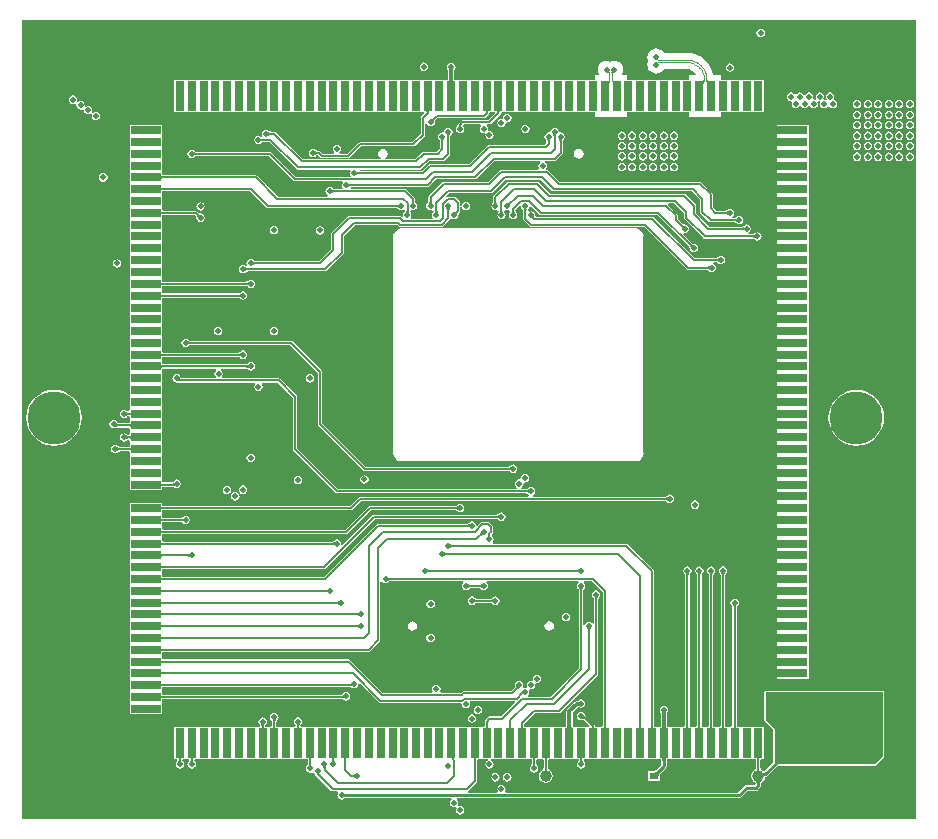
<source format=gtl>
%FSTAX23Y23*%
%MOIN*%
%SFA1B1*%

%IPPOS*%
%ADD11C,0.011810*%
%ADD13R,0.098430X0.027560*%
%ADD14R,0.027560X0.098430*%
%ADD15C,0.039370*%
%ADD16R,0.031500X0.023620*%
%ADD23C,0.004610*%
%ADD24C,0.006000*%
%ADD25C,0.010000*%
%ADD26C,0.019680*%
%ADD27C,0.177170*%
%ADD28C,0.019680*%
%LNmod_duo_x_g3399-1*%
%LPD*%
G36*
X01678Y-00643D02*
X-013D01*
Y02021*
X01678*
Y-00643*
G37*
%LNmod_duo_x_g3399-2*%
%LPC*%
G36*
X01161Y01991D02*
X01156Y0199D01*
X01151Y01987*
X01148Y01983*
X01147Y01977*
X01148Y01972*
X01151Y01967*
X01156Y01964*
X01161Y01963*
X01167Y01964*
X01171Y01967*
X01174Y01972*
X01175Y01977*
X01174Y01983*
X01171Y01987*
X01167Y0199*
X01161Y01991*
G37*
G36*
X00038Y01879D02*
X00032Y01878D01*
X00028Y01875*
X00025Y0187*
X00024Y01865*
X00025Y01859*
X00028Y01855*
X00032Y01852*
X00038Y01851*
X00043Y01852*
X00048Y01855*
X00051Y01859*
X00052Y01865*
X00051Y0187*
X00048Y01875*
X00043Y01878*
X00038Y01879*
G37*
G36*
X01058Y01877D02*
X01052Y01875D01*
X01048Y01872*
X01045Y01868*
X01044Y01862*
X01045Y01857*
X01048Y01852*
X01052Y01849*
X01058Y01848*
X01063Y01849*
X01068Y01852*
X01071Y01857*
X01072Y01862*
X01071Y01868*
X01068Y01872*
X01063Y01875*
X01058Y01877*
G37*
G36*
X00813Y01926D02*
X00805Y01925D01*
X00798Y01922*
X00791Y01917*
X00787Y01911*
X00784Y01903*
X00783Y01896*
X00784Y01888*
X00785Y01884*
X00784Y0188*
X00783Y01872*
X00784Y01864*
X00787Y01857*
X00791Y01851*
X00798Y01846*
X00805Y01843*
X00813Y01842*
X0082Y01843*
X00828Y01846*
X00834Y01851*
X00839Y01857*
X00916*
X00917Y01857*
X00925Y01856*
X00933Y01852*
X00936Y0185*
X0094Y01847*
X00943Y01843*
X00944Y01841*
X00942Y01836*
X00923*
Y0182*
X00901*
X00899*
X00894*
X00861*
X0086*
X00856*
X00855*
X00822*
X00821*
X00817*
X00816*
X00782*
X00781*
X00777*
X00776*
X00743*
X00742*
X00738*
X00737*
X00715*
Y01836*
X00702*
X00699Y01841*
X00702Y01847*
X00703Y01855*
X00702Y01863*
X00699Y0187*
X00694Y01876*
X00688Y01881*
X0068Y01884*
X00673Y01885*
X00665Y01884*
X0066Y01882*
X00655Y01883*
X00648Y01884*
X0064Y01883*
X00633Y0188*
X00626Y01876*
X00622Y01869*
X00619Y01862*
X00618Y01854*
X00619Y01847*
X00621Y01841*
X00618Y01836*
X00608*
Y0182*
X00586*
X00584*
X00581*
X00579*
X00546*
X00545*
X00541*
X0054*
X00507*
X00506*
X00502*
X00501*
X00467*
X00466*
X00462*
X00461*
X00428*
X00427*
X00423*
X00422*
X00389*
X00384*
X00383*
X00349*
X00348*
X00343*
X0031*
X00309*
X00305*
X00304*
X00271*
X00269*
X00266*
X00264*
X00231*
X0023*
X00226*
X00225*
X00192*
X00191*
X00187*
X00186*
X00152*
X00151*
X00147*
X00146*
X00142*
X00142Y01821*
X00141Y01821*
X00141Y01821*
X00141*
X00141Y01821*
X00141Y01821*
X00141Y01822*
X0014Y01823*
X0014Y01824*
X0014Y01826*
X0014Y01828*
X0014Y01829*
Y01849*
X0014Y01849*
X0014Y01849*
X0014Y01849*
X0014Y0185*
X0014Y01852*
X0014Y01853*
X0014Y01853*
X0014Y01853*
X0014Y01853*
X0014Y01854*
X0014Y01854*
X00143Y01857*
X00144Y01863*
X00143Y01868*
X0014Y01873*
X00135Y01876*
X0013Y01877*
X00124Y01876*
X0012Y01873*
X00117Y01868*
X00116Y01863*
X00117Y01857*
X00119Y01854*
X00119Y01854*
X00119Y01854*
Y01854*
X00119Y01854*
X00119Y01854*
X00119Y01853*
X00119Y0185*
X00119Y01849*
X0012Y01849*
Y01829*
X00119Y01828*
X00119Y01826*
X00119Y01824*
X00119Y01823*
X00119Y01822*
X00118Y01821*
X00118Y01821*
X00118Y01821*
X00118*
X00118Y01821*
X00117Y01821*
X00117Y0182*
X00113*
X00108*
X00107*
X00074*
X00073*
X00068*
X00034*
X00033*
X00029*
X00028*
X-00004*
X-00009*
X-0001*
X-00043*
X-00045*
X-00048*
X-0005*
X-00083*
X-00084*
X-00089*
X-00122*
X-00123*
X-00127*
X-00128*
X-00161*
X-00163*
X-00166*
X-00168*
X-00201*
X-00202*
X-00206*
X-00207*
X-0024*
X-00241*
X-00245*
X-00246*
X-0028*
X-00281*
X-00285*
X-00286*
X-00319*
X-0032*
X-00324*
X-00325*
X-00358*
X-0036*
X-00363*
X-00365*
X-00398*
X-00399*
X-00403*
X-00404*
X-00437*
X-00442*
X-00443*
X-00476*
X-00478*
X-00483*
X-00516*
X-00517*
X-00521*
X-00522*
X-00555*
X-00556*
X-0056*
X-00561*
X-00595*
X-00596*
X-006*
X-00601*
X-00634*
X-00635*
X-00639*
X-0064*
X-00673*
X-00674*
X-00678*
X-00679*
X-00713*
X-00714*
X-00718*
X-00719*
X-00752*
X-00753*
X-00757*
X-00758*
X-00793*
Y01714*
X-00758*
X-00757*
X-00753*
X-00752*
X-00719*
X-00718*
X-00714*
X-00713*
X-00679*
X-00678*
X-00674*
X-00673*
X-0064*
X-00639*
X-00635*
X-00634*
X-00601*
X-006*
X-00596*
X-00595*
X-00561*
X-0056*
X-00556*
X-00555*
X-00522*
X-00521*
X-00517*
X-00516*
X-00483*
X-00481*
X-00476*
X-00443*
X-00438*
X-00437*
X-00404*
X-00403*
X-00399*
X-00398*
X-00365*
X-00363*
X-0036*
X-00358*
X-00325*
X-00324*
X-0032*
X-00319*
X-00286*
X-00285*
X-00281*
X-0028*
X-00246*
X-00245*
X-00241*
X-0024*
X-00207*
X-00206*
X-00202*
X-00201*
X-00168*
X-00166*
X-00163*
X-00161*
X-00128*
X-00127*
X-00123*
X-00122*
X-00089*
X-00088*
X-00083*
X-0005*
X-00048*
X-00045*
X-00043*
X-0001*
X-00005*
X-00004*
X00028*
X00029*
X00033*
X00034*
X00038*
X0004Y01709*
X0003Y01698*
X00028Y01696*
X00028Y01693*
Y0164*
X0Y01613*
X-00175*
X-00178Y01612*
X-0018Y01611*
X-00216Y01575*
X-00241*
X-00243Y0158*
X-00241Y01581*
X-00238Y01586*
X-00237Y01591*
X-00238Y01596*
X-00241Y01601*
X-00246Y01604*
X-00251Y01605*
X-00257Y01604*
X-00261Y01601*
X-00264Y01596*
X-00265Y01591*
X-00264Y01586*
X-00261Y01581*
X-0026Y0158*
X-00262Y01575*
X-00299*
X-00307Y01583*
X-00309Y01584*
X-00312Y01585*
X-00315*
X-00316Y01585*
X-00317Y01585*
X-00317Y01585*
X-00317Y01585*
X-00318Y01586*
X-00318Y01586*
X-00319Y01586*
X-00319Y01586*
X-0032Y01587*
X-00321Y01587*
X-00321Y01588*
X-00322Y01588*
X-00326Y01591*
X-00331Y01592*
X-00337Y01591*
X-00341Y01588*
X-00344Y01583*
X-00345Y01578*
X-00344Y01572*
X-00341Y01568*
X-00337Y01565*
X-00331Y01564*
X-00326Y01565*
X-00322Y01568*
X-00321Y01568*
X-00321Y01569*
X-0032Y01569*
X-0032Y01569*
X-00319Y0157*
X-00318Y0157*
X-00318Y0157*
X-00317Y0157*
X-00317Y0157*
X-00317Y01571*
X-00316Y01571*
X-00315Y01571*
X-00315*
X-00307Y01563*
X-00305Y01562*
X-00302Y01561*
X-00213*
X-0021Y01562*
X-00208Y01563*
X-00172Y01599*
X00003*
X00006Y01599*
X00008Y01601*
X0004Y01632*
X00041Y01634*
X00042Y01637*
Y01677*
X00042Y01677*
X00047Y01676*
X00048Y01674*
X00051Y0167*
X00055Y01667*
X00061Y01666*
X00066Y01667*
X00071Y0167*
X00074Y01674*
X00075Y0168*
X00075Y0168*
X00075Y01681*
X00075Y01682*
X00075Y01682*
X00075Y01683*
X00075Y01683*
X00076Y01684*
X00076Y01684*
X00076Y01685*
X00076Y01685*
X00077Y01686*
X00077Y01686*
X00084Y01693*
X00238*
X0024Y01693*
X00243Y01695*
X00253Y01705*
X00254Y01707*
X00255Y0171*
X00259Y01714*
X00264*
X00266*
X00269*
X00271*
X00274*
X00276Y01709*
X00254Y01687*
X00167*
X00164Y01686*
X00162Y01685*
X00154Y01677*
X00152Y01675*
X00152Y01673*
X00152Y01672*
X00152Y01672*
X00152Y01671*
X00151Y01671*
X00151Y0167*
X00151Y0167*
X00151Y0167*
X00151Y0167*
X00151Y0167*
X00151Y0167*
X00151Y01669*
X00151Y01669*
X0015Y01669*
X0015Y01669*
X00149Y01668*
X00146Y01663*
X00145Y01658*
X00146Y01652*
X00149Y01648*
X00154Y01645*
X00159Y01644*
X00164Y01645*
X00169Y01648*
X00172Y01652*
X00173Y01658*
X00172Y01663*
X00169Y01668*
X00169Y01671*
X0017Y01672*
X00171Y01673*
X00226*
X00228Y01668*
X00228Y01668*
X00225Y01663*
X00224Y01658*
X00225Y01652*
X00228Y01648*
X00232Y01645*
X00238Y01644*
X0024Y01644*
X00244Y0164*
X00243Y01637*
X00244Y01632*
X00247Y01627*
X00252Y01624*
X00257Y01623*
X00263Y01624*
X00267Y01627*
X0027Y01632*
X00271Y01637*
X0027Y01642*
X00267Y01647*
X00263Y0165*
X00257Y01651*
X00255Y01651*
X00251Y01655*
X00252Y01658*
X00251Y01663*
X00248Y01668*
X00248Y01668*
X00249Y01673*
X00257*
X0026Y01673*
X00262Y01675*
X00292Y01705*
X00294Y01707*
X00294Y0171*
X00298Y01714*
X00304*
X00305*
X00309*
X0031*
X00343*
X00344*
X00349*
X00383*
X00388*
X00389*
X00422*
X00423*
X00427*
X00428*
X00461*
X00462*
X00466*
X00467*
X00501*
X00502*
X00506*
X00507*
X0054*
X00541*
X00545*
X00546*
X00579*
X00581*
X00584*
X00586*
X00608*
Y01698*
X00715*
Y01714*
X00737*
X00738*
X00742*
X00743*
X00776*
X00777*
X00781*
X00782*
X00816*
X00817*
X00821*
X00822*
X00855*
X00856*
X0086*
X00861*
X00894*
X00896*
X00901*
X00923*
Y01698*
X0103*
Y01714*
X01052*
X01057*
X01058*
X01091*
X01092*
X01096*
X01097*
X01131*
X01132*
X01136*
X01137*
X01171*
Y0182*
X01137*
X01136*
X01132*
X01131*
X01097*
X01096*
X01092*
X01091*
X01058*
X01053*
X01052*
X0103*
Y01836*
X01002*
X01002Y01841*
X00997Y01857*
X00989Y01872*
X00978Y01885*
X00978Y01885*
X00978Y01885*
X00978Y01885*
X00965Y01896*
X0095Y01904*
X00933Y01909*
X00916Y01911*
X00916Y01911*
X00839*
X00834Y01917*
X00828Y01922*
X0082Y01925*
X00813Y01926*
G37*
G36*
X01393Y01779D02*
X01387Y01778D01*
X01383Y01775*
X0138Y0177*
X01379Y01765*
X0138Y01759*
X01382Y01757*
X01378Y01753*
X01378Y01753*
X01373Y01754*
X0137Y01759*
X01371Y01759*
X01372Y01765*
X01371Y0177*
X01368Y01775*
X01363Y01778*
X01358Y01779*
X01352Y01778*
X01348Y01775*
X01345Y0177*
X01344Y01765*
X01345Y01759*
X01347Y01757*
X01343Y01753*
X01343Y01753*
X01338Y01754*
X01335Y01759*
X01336Y01759*
X01337Y01765*
X01336Y0177*
X01333Y01775*
X01328Y01778*
X01323Y01779*
X01317Y01778*
X01313Y01775*
X0131Y0177*
X01309Y01769*
X01304*
X01304Y0177*
X01301Y01775*
X01297Y01778*
X01291Y01779*
X01286Y01778*
X01281Y01775*
X0128Y01773*
X01274*
X01273Y01775*
X01268Y01778*
X01263Y01779*
X01257Y01778*
X01253Y01775*
X0125Y0177*
X01249Y01765*
X0125Y01759*
X01253Y01755*
X01257Y01752*
X01263Y01751*
X01265Y01746*
X01265Y01745*
X01264Y0174*
X01265Y01734*
X01268Y0173*
X01272Y01727*
X01278Y01726*
X01283Y01727*
X01288Y0173*
X0129Y01733*
X01291Y01734*
X01294*
X01295Y01733*
X01298Y0173*
X01302Y01727*
X01308Y01726*
X01313Y01727*
X01318Y0173*
X0132Y01733*
X01321Y01734*
X01324*
X01325Y01733*
X01328Y0173*
X01332Y01727*
X01338Y01726*
X01343Y01727*
X01348Y0173*
X01351Y01734*
X01352Y0174*
X01351Y01745*
X01349Y01748*
X01352Y01752*
X01352Y01752*
X01358Y01751*
X0136Y01746*
X0136Y01745*
X01359Y0174*
X0136Y01734*
X01363Y0173*
X01367Y01727*
X01373Y01726*
X01378Y01727*
X01383Y0173*
X01385Y01733*
X01386Y01734*
X01389*
X0139Y01733*
X01393Y0173*
X01397Y01727*
X01403Y01726*
X01408Y01727*
X01413Y0173*
X01416Y01734*
X01417Y0174*
X01416Y01745*
X01413Y0175*
X01408Y01753*
X01407Y01753*
X01405Y01759*
X01406Y01759*
X01407Y01765*
X01406Y0177*
X01403Y01775*
X01398Y01778*
X01393Y01779*
G37*
G36*
X01658Y01755D02*
X01652Y01753D01*
X01648Y0175*
X01645Y01746*
X01644Y0174*
X01645Y01735*
X01648Y0173*
X01652Y01727*
X01658Y01726*
X01663Y01727*
X01668Y0173*
X01671Y01735*
X01672Y0174*
X01671Y01746*
X01668Y0175*
X01663Y01753*
X01658Y01755*
G37*
G36*
X01623D02*
X01617Y01753D01*
X01613Y0175*
X0161Y01746*
X01609Y0174*
X0161Y01735*
X01613Y0173*
X01617Y01727*
X01623Y01726*
X01628Y01727*
X01633Y0173*
X01636Y01735*
X01637Y0174*
X01636Y01746*
X01633Y0175*
X01628Y01753*
X01623Y01755*
G37*
G36*
X01588D02*
X01582Y01753D01*
X01578Y0175*
X01575Y01746*
X01574Y0174*
X01575Y01735*
X01578Y0173*
X01582Y01727*
X01588Y01726*
X01593Y01727*
X01598Y0173*
X01601Y01735*
X01602Y0174*
X01601Y01746*
X01598Y0175*
X01593Y01753*
X01588Y01755*
G37*
G36*
X01553D02*
X01547Y01753D01*
X01543Y0175*
X0154Y01746*
X01539Y0174*
X0154Y01735*
X01543Y0173*
X01547Y01727*
X01553Y01726*
X01558Y01727*
X01563Y0173*
X01566Y01735*
X01567Y0174*
X01566Y01746*
X01563Y0175*
X01558Y01753*
X01553Y01755*
G37*
G36*
X01518D02*
X01512Y01753D01*
X01508Y0175*
X01505Y01746*
X01504Y0174*
X01505Y01735*
X01508Y0173*
X01512Y01727*
X01518Y01726*
X01523Y01727*
X01528Y0173*
X01531Y01735*
X01532Y0174*
X01531Y01746*
X01528Y0175*
X01523Y01753*
X01518Y01755*
G37*
G36*
X01483D02*
X01477Y01753D01*
X01473Y0175*
X0147Y01746*
X01469Y0174*
X0147Y01735*
X01473Y0173*
X01477Y01727*
X01483Y01726*
X01488Y01727*
X01493Y0173*
X01496Y01735*
X01497Y0174*
X01496Y01746*
X01493Y0175*
X01488Y01753*
X01483Y01755*
G37*
G36*
X00316Y01708D02*
X00311Y01706D01*
X00306Y01703*
X00303Y01699*
X00302Y01693*
X00298Y01691*
X00297Y01691*
X00291Y0169*
X00287Y01687*
X00284Y01683*
X00283Y01677*
X00284Y01672*
X00287Y01667*
X00291Y01664*
X00297Y01663*
X00302Y01664*
X00307Y01667*
X0031Y01672*
X00311Y01677*
X00316Y0168*
X00316Y01679*
X00322Y0168*
X00326Y01683*
X00329Y01688*
X00331Y01693*
X00329Y01699*
X00326Y01703*
X00322Y01706*
X00316Y01708*
G37*
G36*
X01658Y01718D02*
X01652Y01717D01*
X01648Y01714*
X01645Y0171*
X01644Y01704*
X01645Y01699*
X01648Y01694*
X01652Y01691*
X01658Y0169*
X01663Y01691*
X01668Y01694*
X01671Y01699*
X01672Y01704*
X01671Y0171*
X01668Y01714*
X01663Y01717*
X01658Y01718*
G37*
G36*
X01623D02*
X01617Y01717D01*
X01613Y01714*
X0161Y0171*
X01609Y01704*
X0161Y01699*
X01613Y01694*
X01617Y01691*
X01623Y0169*
X01628Y01691*
X01633Y01694*
X01636Y01699*
X01637Y01704*
X01636Y0171*
X01633Y01714*
X01628Y01717*
X01623Y01718*
G37*
G36*
X01588D02*
X01582Y01717D01*
X01578Y01714*
X01575Y0171*
X01574Y01704*
X01575Y01699*
X01578Y01694*
X01582Y01691*
X01588Y0169*
X01593Y01691*
X01598Y01694*
X01601Y01699*
X01602Y01704*
X01601Y0171*
X01598Y01714*
X01593Y01717*
X01588Y01718*
G37*
G36*
X01553D02*
X01547Y01717D01*
X01543Y01714*
X0154Y0171*
X01539Y01704*
X0154Y01699*
X01543Y01694*
X01547Y01691*
X01553Y0169*
X01558Y01691*
X01563Y01694*
X01566Y01699*
X01567Y01704*
X01566Y0171*
X01563Y01714*
X01558Y01717*
X01553Y01718*
G37*
G36*
X01518D02*
X01512Y01717D01*
X01508Y01714*
X01505Y0171*
X01504Y01704*
X01505Y01699*
X01508Y01694*
X01512Y01691*
X01518Y0169*
X01523Y01691*
X01528Y01694*
X01531Y01699*
X01532Y01704*
X01531Y0171*
X01528Y01714*
X01523Y01717*
X01518Y01718*
G37*
G36*
X01483D02*
X01477Y01717D01*
X01473Y01714*
X0147Y0171*
X01469Y01704*
X0147Y01699*
X01473Y01694*
X01477Y01691*
X01483Y0169*
X01488Y01691*
X01493Y01694*
X01496Y01699*
X01497Y01704*
X01496Y0171*
X01493Y01714*
X01488Y01717*
X01483Y01718*
G37*
G36*
X-01132Y01769D02*
X-01137Y01768D01*
X-01142Y01765*
X-01145Y0176*
X-01146Y01755*
X-01145Y01749*
X-01142Y01745*
X-01137Y01742*
X-01132Y01741*
X-01126Y01742*
X-01124Y01744*
X-01123Y01743*
X-0112Y0174*
X-0112Y01736*
X-01119Y01731*
X-01116Y01726*
X-01112Y01723*
X-01106Y01722*
X-01101Y01723*
X-01099Y01724*
X-01095Y01721*
X-01095Y0172*
X-01094Y01714*
X-01091Y0171*
X-01086Y01707*
X-01081Y01706*
X-01075Y01707*
X-01072Y01709*
X-01071Y0171*
X-01067Y01707*
X-01068Y01705*
X-01069Y017*
X-01068Y01694*
X-01065Y0169*
X-01061Y01687*
X-01055Y01686*
X-0105Y01687*
X-01045Y0169*
X-01042Y01694*
X-01041Y017*
X-01042Y01705*
X-01045Y0171*
X-0105Y01713*
X-01055Y01714*
X-01061Y01713*
X-01064Y01711*
X-01065Y0171*
X-01069Y01713*
X-01068Y01714*
X-01067Y0172*
X-01068Y01725*
X-01071Y0173*
X-01075Y01733*
X-01081Y01734*
X-01086Y01733*
X-01088Y01732*
X-01093Y01735*
X-01092Y01736*
X-01093Y01742*
X-01096Y01746*
X-01101Y01749*
X-01106Y0175*
X-01112Y01749*
X-01115Y01747*
X-01116Y01748*
X-01119Y01751*
X-01118Y01755*
X-01119Y0176*
X-01122Y01765*
X-01126Y01768*
X-01132Y01769*
G37*
G36*
X01658Y01684D02*
X01652Y01683D01*
X01648Y0168*
X01645Y01675*
X01644Y0167*
X01645Y01664*
X01648Y0166*
X01652Y01657*
X01658Y01656*
X01663Y01657*
X01668Y0166*
X01671Y01664*
X01672Y0167*
X01671Y01675*
X01668Y0168*
X01663Y01683*
X01658Y01684*
G37*
G36*
X01623D02*
X01617Y01683D01*
X01613Y0168*
X0161Y01675*
X01609Y0167*
X0161Y01664*
X01613Y0166*
X01617Y01657*
X01623Y01656*
X01628Y01657*
X01633Y0166*
X01636Y01664*
X01637Y0167*
X01636Y01675*
X01633Y0168*
X01628Y01683*
X01623Y01684*
G37*
G36*
X01588D02*
X01582Y01683D01*
X01578Y0168*
X01575Y01675*
X01574Y0167*
X01575Y01664*
X01578Y0166*
X01582Y01657*
X01588Y01656*
X01593Y01657*
X01598Y0166*
X01601Y01664*
X01602Y0167*
X01601Y01675*
X01598Y0168*
X01593Y01683*
X01588Y01684*
G37*
G36*
X01553D02*
X01547Y01683D01*
X01543Y0168*
X0154Y01675*
X01539Y0167*
X0154Y01664*
X01543Y0166*
X01547Y01657*
X01553Y01656*
X01558Y01657*
X01563Y0166*
X01566Y01664*
X01567Y0167*
X01566Y01675*
X01563Y0168*
X01558Y01683*
X01553Y01684*
G37*
G36*
X01518D02*
X01512Y01683D01*
X01508Y0168*
X01505Y01675*
X01504Y0167*
X01505Y01664*
X01508Y0166*
X01512Y01657*
X01518Y01656*
X01523Y01657*
X01528Y0166*
X01531Y01664*
X01532Y0167*
X01531Y01675*
X01528Y0168*
X01523Y01683*
X01518Y01684*
G37*
G36*
X01483D02*
X01477Y01683D01*
X01473Y0168*
X0147Y01675*
X01469Y0167*
X0147Y01664*
X01473Y0166*
X01477Y01657*
X01483Y01656*
X01488Y01657*
X01493Y0166*
X01496Y01664*
X01497Y0167*
X01496Y01675*
X01493Y0168*
X01488Y01683*
X01483Y01684*
G37*
G36*
X00377Y01672D02*
X00371Y01671D01*
X00367Y01668*
X00364Y01663*
X00363Y01658*
X00364Y01652*
X00367Y01648*
X00371Y01645*
X00377Y01644*
X00382Y01645*
X00387Y01648*
X0039Y01652*
X00391Y01658*
X0039Y01663*
X00387Y01668*
X00382Y01671*
X00377Y01672*
G37*
G36*
X01658Y0165D02*
X01652Y01648D01*
X01648Y01645*
X01645Y01641*
X01644Y01635*
X01645Y0163*
X01648Y01625*
X01652Y01622*
X01658Y01621*
X01663Y01622*
X01668Y01625*
X01671Y0163*
X01672Y01635*
X01671Y01641*
X01668Y01645*
X01663Y01648*
X01658Y0165*
G37*
G36*
X01623D02*
X01617Y01648D01*
X01613Y01645*
X0161Y01641*
X01609Y01635*
X0161Y0163*
X01613Y01625*
X01617Y01622*
X01623Y01621*
X01628Y01622*
X01633Y01625*
X01636Y0163*
X01637Y01635*
X01636Y01641*
X01633Y01645*
X01628Y01648*
X01623Y0165*
G37*
G36*
X01588D02*
X01582Y01648D01*
X01578Y01645*
X01575Y01641*
X01574Y01635*
X01575Y0163*
X01578Y01625*
X01582Y01622*
X01588Y01621*
X01593Y01622*
X01598Y01625*
X01601Y0163*
X01602Y01635*
X01601Y01641*
X01598Y01645*
X01593Y01648*
X01588Y0165*
G37*
G36*
X01553D02*
X01547Y01648D01*
X01543Y01645*
X0154Y01641*
X01539Y01635*
X0154Y0163*
X01543Y01625*
X01547Y01622*
X01553Y01621*
X01558Y01622*
X01563Y01625*
X01566Y0163*
X01567Y01635*
X01566Y01641*
X01563Y01645*
X01558Y01648*
X01553Y0165*
G37*
G36*
X01518D02*
X01512Y01648D01*
X01508Y01645*
X01505Y01641*
X01504Y01635*
X01505Y0163*
X01508Y01625*
X01512Y01622*
X01518Y01621*
X01523Y01622*
X01528Y01625*
X01531Y0163*
X01532Y01635*
X01531Y01641*
X01528Y01645*
X01523Y01648*
X01518Y0165*
G37*
G36*
X01483D02*
X01477Y01648D01*
X01473Y01645*
X0147Y01641*
X01469Y01635*
X0147Y0163*
X01473Y01625*
X01477Y01622*
X01483Y01621*
X01488Y01622*
X01493Y01625*
X01496Y0163*
X01497Y01635*
X01496Y01641*
X01493Y01645*
X01488Y01648*
X01483Y0165*
G37*
G36*
X00873Y01649D02*
X00867Y01648D01*
X00863Y01645*
X0086Y0164*
X00859Y01635*
X0086Y01629*
X00863Y01625*
X00867Y01622*
X00873Y01621*
X00878Y01622*
X00883Y01625*
X00886Y01629*
X00887Y01635*
X00886Y0164*
X00883Y01645*
X00878Y01648*
X00873Y01649*
G37*
G36*
X00838D02*
X00832Y01648D01*
X00828Y01645*
X00825Y0164*
X00824Y01635*
X00825Y01629*
X00828Y01625*
X00832Y01622*
X00838Y01621*
X00843Y01622*
X00848Y01625*
X00851Y01629*
X00852Y01635*
X00851Y0164*
X00848Y01645*
X00843Y01648*
X00838Y01649*
G37*
G36*
X00803D02*
X00797Y01648D01*
X00793Y01645*
X0079Y0164*
X00789Y01635*
X0079Y01629*
X00793Y01625*
X00797Y01622*
X00803Y01621*
X00808Y01622*
X00813Y01625*
X00816Y01629*
X00817Y01635*
X00816Y0164*
X00813Y01645*
X00808Y01648*
X00803Y01649*
G37*
G36*
X00768D02*
X00762Y01648D01*
X00758Y01645*
X00755Y0164*
X00754Y01635*
X00755Y01629*
X00758Y01625*
X00762Y01622*
X00768Y01621*
X00773Y01622*
X00778Y01625*
X00781Y01629*
X00782Y01635*
X00781Y0164*
X00778Y01645*
X00773Y01648*
X00768Y01649*
G37*
G36*
X00733D02*
X00727Y01648D01*
X00723Y01645*
X0072Y0164*
X00719Y01635*
X0072Y01629*
X00723Y01625*
X00727Y01622*
X00733Y01621*
X00738Y01622*
X00743Y01625*
X00746Y01629*
X00747Y01635*
X00746Y0164*
X00743Y01645*
X00738Y01648*
X00733Y01649*
G37*
G36*
X00698D02*
X00692Y01648D01*
X00688Y01645*
X00685Y0164*
X00684Y01635*
X00685Y01629*
X00688Y01625*
X00692Y01622*
X00698Y01621*
X00703Y01622*
X00708Y01625*
X00711Y01629*
X00712Y01635*
X00711Y0164*
X00708Y01645*
X00703Y01648*
X00698Y01649*
G37*
G36*
X01658Y01615D02*
X01652Y01614D01*
X01648Y01611*
X01645Y01606*
X01644Y01601*
X01645Y01596*
X01648Y01591*
X01652Y01588*
X01658Y01587*
X01663Y01588*
X01668Y01591*
X01671Y01596*
X01672Y01601*
X01671Y01606*
X01668Y01611*
X01663Y01614*
X01658Y01615*
G37*
G36*
X01623D02*
X01617Y01614D01*
X01613Y01611*
X0161Y01606*
X01609Y01601*
X0161Y01596*
X01613Y01591*
X01617Y01588*
X01623Y01587*
X01628Y01588*
X01633Y01591*
X01636Y01596*
X01637Y01601*
X01636Y01606*
X01633Y01611*
X01628Y01614*
X01623Y01615*
G37*
G36*
X01588D02*
X01582Y01614D01*
X01578Y01611*
X01575Y01606*
X01574Y01601*
X01575Y01596*
X01578Y01591*
X01582Y01588*
X01588Y01587*
X01593Y01588*
X01598Y01591*
X01601Y01596*
X01602Y01601*
X01601Y01606*
X01598Y01611*
X01593Y01614*
X01588Y01615*
G37*
G36*
X01553D02*
X01547Y01614D01*
X01543Y01611*
X0154Y01606*
X01539Y01601*
X0154Y01596*
X01543Y01591*
X01547Y01588*
X01553Y01587*
X01558Y01588*
X01563Y01591*
X01566Y01596*
X01567Y01601*
X01566Y01606*
X01563Y01611*
X01558Y01614*
X01553Y01615*
G37*
G36*
X01518D02*
X01512Y01614D01*
X01508Y01611*
X01505Y01606*
X01504Y01601*
X01505Y01596*
X01508Y01591*
X01512Y01588*
X01518Y01587*
X01523Y01588*
X01528Y01591*
X01531Y01596*
X01532Y01601*
X01531Y01606*
X01528Y01611*
X01523Y01614*
X01518Y01615*
G37*
G36*
X01483D02*
X01477Y01614D01*
X01473Y01611*
X0147Y01606*
X01469Y01601*
X0147Y01596*
X01473Y01591*
X01477Y01588*
X01483Y01587*
X01488Y01588*
X01493Y01591*
X01496Y01596*
X01497Y01601*
X01496Y01606*
X01493Y01611*
X01488Y01614*
X01483Y01615*
G37*
G36*
X00873Y01615D02*
X00867Y01613D01*
X00863Y0161*
X0086Y01606*
X00859Y016*
X0086Y01595*
X00863Y0159*
X00867Y01587*
X00873Y01586*
X00878Y01587*
X00883Y0159*
X00886Y01595*
X00887Y016*
X00886Y01606*
X00883Y0161*
X00878Y01613*
X00873Y01615*
G37*
G36*
X00838D02*
X00832Y01613D01*
X00828Y0161*
X00825Y01606*
X00824Y016*
X00825Y01595*
X00828Y0159*
X00832Y01587*
X00838Y01586*
X00843Y01587*
X00848Y0159*
X00851Y01595*
X00852Y016*
X00851Y01606*
X00848Y0161*
X00843Y01613*
X00838Y01615*
G37*
G36*
X00803D02*
X00797Y01613D01*
X00793Y0161*
X0079Y01606*
X00789Y016*
X0079Y01595*
X00793Y0159*
X00797Y01587*
X00803Y01586*
X00808Y01587*
X00813Y0159*
X00816Y01595*
X00817Y016*
X00816Y01606*
X00813Y0161*
X00808Y01613*
X00803Y01615*
G37*
G36*
X00768D02*
X00762Y01613D01*
X00758Y0161*
X00755Y01606*
X00754Y016*
X00755Y01595*
X00758Y0159*
X00762Y01587*
X00768Y01586*
X00773Y01587*
X00778Y0159*
X00781Y01595*
X00782Y016*
X00781Y01606*
X00778Y0161*
X00773Y01613*
X00768Y01615*
G37*
G36*
X00733D02*
X00727Y01613D01*
X00723Y0161*
X0072Y01606*
X00719Y016*
X0072Y01595*
X00723Y0159*
X00727Y01587*
X00733Y01586*
X00738Y01587*
X00743Y0159*
X00746Y01595*
X00747Y016*
X00746Y01606*
X00743Y0161*
X00738Y01613*
X00733Y01615*
G37*
G36*
X00698D02*
X00692Y01613D01*
X00688Y0161*
X00685Y01606*
X00684Y016*
X00685Y01595*
X00688Y0159*
X00692Y01587*
X00698Y01586*
X00703Y01587*
X00708Y0159*
X00711Y01595*
X00712Y016*
X00711Y01606*
X00708Y0161*
X00703Y01613*
X00698Y01615*
G37*
G36*
X00555Y0159D02*
X00548Y01589D01*
X00543Y01586*
X0054Y0158*
X00538Y01574*
X0054Y01568*
X00543Y01563*
X00548Y01559*
X00555Y01558*
X00561Y01559*
X00566Y01563*
X00569Y01568*
X00571Y01574*
X00569Y0158*
X00566Y01586*
X00561Y01589*
X00555Y0159*
G37*
G36*
X00873Y0158D02*
X00867Y01579D01*
X00863Y01576*
X0086Y01571*
X00859Y01566*
X0086Y01561*
X00863Y01556*
X00867Y01553*
X00873Y01552*
X00878Y01553*
X00883Y01556*
X00886Y01561*
X00887Y01566*
X00886Y01571*
X00883Y01576*
X00878Y01579*
X00873Y0158*
G37*
G36*
X00838D02*
X00832Y01579D01*
X00828Y01576*
X00825Y01571*
X00824Y01566*
X00825Y01561*
X00828Y01556*
X00832Y01553*
X00838Y01552*
X00843Y01553*
X00848Y01556*
X00851Y01561*
X00852Y01566*
X00851Y01571*
X00848Y01576*
X00843Y01579*
X00838Y0158*
G37*
G36*
X00803D02*
X00797Y01579D01*
X00793Y01576*
X0079Y01571*
X00789Y01566*
X0079Y01561*
X00793Y01556*
X00797Y01553*
X00803Y01552*
X00808Y01553*
X00813Y01556*
X00816Y01561*
X00817Y01566*
X00816Y01571*
X00813Y01576*
X00808Y01579*
X00803Y0158*
G37*
G36*
X00768D02*
X00762Y01579D01*
X00758Y01576*
X00755Y01571*
X00754Y01566*
X00755Y01561*
X00758Y01556*
X00762Y01553*
X00768Y01552*
X00773Y01553*
X00778Y01556*
X00781Y01561*
X00782Y01566*
X00781Y01571*
X00778Y01576*
X00773Y01579*
X00768Y0158*
G37*
G36*
X00733D02*
X00727Y01579D01*
X00723Y01576*
X0072Y01571*
X00719Y01566*
X0072Y01561*
X00723Y01556*
X00727Y01553*
X00733Y01552*
X00738Y01553*
X00743Y01556*
X00746Y01561*
X00747Y01566*
X00746Y01571*
X00743Y01576*
X00738Y01579*
X00733Y0158*
G37*
G36*
X00698D02*
X00692Y01579D01*
X00688Y01576*
X00685Y01571*
X00684Y01566*
X00685Y01561*
X00688Y01556*
X00692Y01553*
X00698Y01552*
X00703Y01553*
X00708Y01556*
X00711Y01561*
X00712Y01566*
X00711Y01571*
X00708Y01576*
X00703Y01579*
X00698Y0158*
G37*
G36*
X01658Y01579D02*
X01652Y01578D01*
X01648Y01575*
X01645Y0157*
X01644Y01565*
X01645Y01559*
X01648Y01555*
X01652Y01552*
X01658Y01551*
X01663Y01552*
X01668Y01555*
X01671Y01559*
X01672Y01565*
X01671Y0157*
X01668Y01575*
X01663Y01578*
X01658Y01579*
G37*
G36*
X01623D02*
X01617Y01578D01*
X01613Y01575*
X0161Y0157*
X01609Y01565*
X0161Y01559*
X01613Y01555*
X01617Y01552*
X01623Y01551*
X01628Y01552*
X01633Y01555*
X01636Y01559*
X01637Y01565*
X01636Y0157*
X01633Y01575*
X01628Y01578*
X01623Y01579*
G37*
G36*
X01588D02*
X01582Y01578D01*
X01578Y01575*
X01575Y0157*
X01574Y01565*
X01575Y01559*
X01578Y01555*
X01582Y01552*
X01588Y01551*
X01593Y01552*
X01598Y01555*
X01601Y01559*
X01602Y01565*
X01601Y0157*
X01598Y01575*
X01593Y01578*
X01588Y01579*
G37*
G36*
X01553D02*
X01547Y01578D01*
X01543Y01575*
X0154Y0157*
X01539Y01565*
X0154Y01559*
X01543Y01555*
X01547Y01552*
X01553Y01551*
X01558Y01552*
X01563Y01555*
X01566Y01559*
X01567Y01565*
X01566Y0157*
X01563Y01575*
X01558Y01578*
X01553Y01579*
G37*
G36*
X01518D02*
X01512Y01578D01*
X01508Y01575*
X01505Y0157*
X01504Y01565*
X01505Y01559*
X01508Y01555*
X01512Y01552*
X01518Y01551*
X01523Y01552*
X01528Y01555*
X01531Y01559*
X01532Y01565*
X01531Y0157*
X01528Y01575*
X01523Y01578*
X01518Y01579*
G37*
G36*
X01483D02*
X01477Y01578D01*
X01473Y01575*
X0147Y0157*
X01469Y01565*
X0147Y01559*
X01473Y01555*
X01477Y01552*
X01483Y01551*
X01488Y01552*
X01493Y01555*
X01496Y01559*
X01497Y01565*
X01496Y0157*
X01493Y01575*
X01488Y01578*
X01483Y01579*
G37*
G36*
X00873Y01544D02*
X00867Y01543D01*
X00863Y0154*
X0086Y01535*
X00859Y0153*
X0086Y01524*
X00863Y0152*
X00867Y01517*
X00873Y01516*
X00878Y01517*
X00883Y0152*
X00886Y01524*
X00887Y0153*
X00886Y01535*
X00883Y0154*
X00878Y01543*
X00873Y01544*
G37*
G36*
X00838D02*
X00832Y01543D01*
X00828Y0154*
X00825Y01535*
X00824Y0153*
X00825Y01524*
X00828Y0152*
X00832Y01517*
X00838Y01516*
X00843Y01517*
X00848Y0152*
X00851Y01524*
X00852Y0153*
X00851Y01535*
X00848Y0154*
X00843Y01543*
X00838Y01544*
G37*
G36*
X00803D02*
X00797Y01543D01*
X00793Y0154*
X0079Y01535*
X00789Y0153*
X0079Y01524*
X00793Y0152*
X00797Y01517*
X00803Y01516*
X00808Y01517*
X00813Y0152*
X00816Y01524*
X00817Y0153*
X00816Y01535*
X00813Y0154*
X00808Y01543*
X00803Y01544*
G37*
G36*
X00768D02*
X00762Y01543D01*
X00758Y0154*
X00755Y01535*
X00754Y0153*
X00755Y01524*
X00758Y0152*
X00762Y01517*
X00768Y01516*
X00773Y01517*
X00778Y0152*
X00781Y01524*
X00782Y0153*
X00781Y01535*
X00778Y0154*
X00773Y01543*
X00768Y01544*
G37*
G36*
X00733D02*
X00727Y01543D01*
X00723Y0154*
X0072Y01535*
X00719Y0153*
X0072Y01524*
X00723Y0152*
X00727Y01517*
X00733Y01516*
X00738Y01517*
X00743Y0152*
X00746Y01524*
X00747Y0153*
X00746Y01535*
X00743Y0154*
X00738Y01543*
X00733Y01544*
G37*
G36*
X00698D02*
X00692Y01543D01*
X00688Y0154*
X00685Y01535*
X00684Y0153*
X00685Y01524*
X00688Y0152*
X00692Y01517*
X00698Y01516*
X00703Y01517*
X00708Y0152*
X00711Y01524*
X00712Y0153*
X00711Y01535*
X00708Y0154*
X00703Y01543*
X00698Y01544*
G37*
G36*
X-0103Y0151D02*
X-01035Y01509D01*
X-0104Y01506*
X-01043Y01501*
X-01044Y01496*
X-01043Y0149*
X-0104Y01486*
X-01035Y01482*
X-0103Y01481*
X-01024Y01482*
X-0102Y01486*
X-01016Y0149*
X-01015Y01496*
X-01016Y01501*
X-0102Y01506*
X-01024Y01509*
X-0103Y0151*
G37*
G36*
X-00706Y01413D02*
X-00712Y01412D01*
X-00716Y01409*
X-00719Y01404*
X-0072Y01399*
X-00719Y01393*
X-00716Y01389*
X-00712Y01386*
X-00706Y01385*
X-00701Y01386*
X-00696Y01389*
X-00693Y01393*
X-00692Y01399*
X-00693Y01404*
X-00696Y01409*
X-00701Y01412*
X-00706Y01413*
G37*
G36*
X-00836Y01671D02*
X-00942D01*
Y01636*
Y01635*
Y0163*
Y01597*
Y01592*
Y01591*
Y01558*
Y01556*
Y01553*
Y01551*
Y01518*
Y01517*
Y01513*
Y01512*
Y01478*
Y01474*
Y0144*
Y01438*
Y01435*
Y01433*
Y014*
Y01399*
Y01395*
Y01394*
Y01361*
Y0136*
Y01355*
Y01321*
Y01316*
Y01315*
Y01282*
Y01281*
Y01277*
Y01276*
Y01243*
Y01242*
Y01238*
Y01237*
Y01203*
Y01202*
Y01198*
Y01197*
Y01164*
Y01163*
Y01159*
Y01158*
Y01125*
Y01123*
Y0112*
Y01118*
Y01085*
Y01084*
Y01079*
Y01046*
Y01041*
Y0104*
Y01006*
Y01005*
Y01001*
Y01*
Y00967*
Y00966*
Y00962*
Y00961*
Y00928*
Y00927*
Y00923*
Y00922*
Y00888*
Y00887*
Y00883*
Y00882*
Y00849*
Y00848*
Y00844*
Y00843*
Y0081*
Y00808*
Y00803*
Y0077*
Y00765*
Y00764*
Y00731*
Y0073*
Y00726*
Y00725*
Y0072*
X-00943Y00719*
X-00944Y00718*
X-00944Y00717*
X-00944Y00717*
X-00947Y00716*
X-00947Y00716*
X-00948Y00716*
X-00948Y00717*
X-00949Y00717*
X-0095Y00718*
X-0095Y00718*
X-0095Y00718*
X-00955Y00721*
X-0096Y00722*
X-00966Y00721*
X-0097Y00718*
X-00973Y00714*
X-00974Y00708*
X-00973Y00703*
X-0097Y00698*
X-00966Y00695*
X-0096Y00694*
X-00955Y00695*
X-0095Y00698*
X-0095Y00698*
X-0095Y00699*
X-00949Y00699*
X-00948Y007*
X-00948Y007*
X-00947Y007*
X-00947Y007*
X-00944Y00699*
X-00944Y00699*
X-00944Y00699*
X-00943Y00698*
X-00942Y00697*
Y00692*
Y0069*
Y00685*
Y00676*
X-00942Y00676*
X-00943Y00676*
X-00944Y00676*
X-00945Y00676*
X-00979*
X-0098Y00676*
X-00983Y00679*
X-00986Y00683*
X-00991Y00686*
X-00996Y00687*
X-01001Y00686*
X-01006Y00683*
X-01009Y00679*
X-0101Y00673*
X-01009Y00668*
X-01006Y00663*
X-01001Y0066*
X-00996Y00659*
X-00992Y0066*
X-00991Y0066*
X-00991Y0066*
X-00991Y0066*
X-0099Y0066*
X-0099Y0066*
X-00987Y00661*
X-00986Y00661*
X-00982Y00661*
X-00981Y00661*
X-00981Y00662*
X-00947*
X-00942Y00658*
Y00652*
Y00651*
Y00647*
Y00646*
Y00641*
X-00943Y0064*
X-00944Y00639*
X-00944Y00639*
X-00944Y00638*
X-00947Y00637*
X-00947Y00637*
X-00948Y00638*
X-00948Y00638*
X-00949Y00638*
X-0095Y00639*
X-0095Y00639*
X-0095Y00639*
X-00955Y00642*
X-0096Y00644*
X-00966Y00642*
X-0097Y00639*
X-00973Y00635*
X-00974Y00629*
X-00973Y00624*
X-0097Y00619*
X-00966Y00616*
X-0096Y00615*
X-00955Y00616*
X-0095Y00619*
X-0095Y00619*
X-0095Y0062*
X-00949Y00621*
X-00948Y00621*
X-00948Y00621*
X-00947Y00622*
X-00947Y00622*
X-00944Y0062*
X-00944Y0062*
X-00944Y0062*
X-00943Y00619*
X-00942Y00618*
Y00613*
Y00608*
Y00607*
Y00597*
X-00942Y00597*
X-00943Y00597*
X-00944Y00597*
X-00945Y00597*
X-00974*
X-00975Y00597*
X-00975Y00597*
X-00976Y00597*
X-00976Y00598*
X-00977Y00598*
X-00977Y00598*
X-00978Y00598*
X-00978Y00599*
X-00979Y00599*
X-00979Y00599*
X-0098Y006*
X-0098Y006*
X-00985Y00603*
X-0099Y00604*
X-00996Y00603*
X-01Y006*
X-01003Y00595*
X-01004Y0059*
X-01003Y00585*
X-01Y0058*
X-00996Y00577*
X-0099Y00576*
X-00985Y00577*
X-0098Y0058*
X-0098Y0058*
X-00979Y00581*
X-00979Y00581*
X-00978Y00582*
X-00978Y00582*
X-00977Y00582*
X-00977Y00582*
X-00976Y00582*
X-00976Y00583*
X-00975Y00583*
X-00975Y00583*
X-00974Y00583*
X-00947*
X-00942Y00579*
Y00573*
Y00572*
Y00568*
Y00567*
Y00534*
Y00533*
Y00529*
Y00528*
Y00495*
Y00493*
Y0049*
Y00488*
Y00454*
X-00836*
Y00464*
X-00836Y00464*
X-00835Y00465*
X-00834Y00465*
X-00833Y00465*
X-00801*
X-008Y00465*
X-008Y00465*
X-00799Y00465*
X-00798Y00464*
X-00798Y00464*
X-00796Y00464*
X-00796Y00464*
X-00794Y00463*
X-00793Y00462*
X-00792Y00462*
X-00792Y00462*
X-00786Y00461*
X-00781Y00462*
X-00776Y00465*
X-00773Y00469*
X-00772Y00475*
X-00773Y0048*
X-00776Y00485*
X-00781Y00488*
X-00786Y00489*
X-00792Y00488*
X-00796Y00485*
X-00798Y00482*
X-00799Y00481*
X-00799Y00481*
X-008Y0048*
X-008Y0048*
X-008Y0048*
X-008Y0048*
X-00801Y0048*
X-00801Y00479*
X-00801Y00479*
X-00802Y00479*
X-00802Y00479*
X-00803Y00479*
X-00831*
X-00836Y00483*
Y00488*
Y0049*
Y00493*
Y00495*
Y00528*
Y00529*
Y00533*
Y00534*
Y00567*
Y00568*
Y00572*
Y00573*
Y00607*
Y00612*
Y00613*
Y00646*
Y00647*
Y00651*
Y00652*
Y00685*
Y00687*
Y00692*
Y00725*
Y00726*
Y0073*
Y00731*
Y00764*
Y00769*
Y0077*
Y00803*
Y00805*
Y0081*
Y00843*
Y00844*
Y00848*
Y00849*
Y00858*
X-00836Y00858*
X-00835Y00858*
X-00834Y00858*
X-00833Y00858*
X-00654*
X-00653Y00853*
X-00656Y00852*
X-00659Y00847*
X-0066Y00842*
X-00659Y00836*
X-00656Y00832*
X-00655Y00831*
X-00657Y00826*
X-00772*
X-00772Y00826*
X-00773Y00832*
X-00776Y00836*
X-00781Y00839*
X-00786Y0084*
X-00792Y00839*
X-00796Y00836*
X-00799Y00832*
X-008Y00826*
X-00799Y00821*
X-00796Y00816*
X-00792Y00813*
X-00786Y00812*
X-00782Y00813*
X-00782Y00813*
X-00779Y00812*
X-00526*
X-00525Y00811*
X-00524Y00807*
X-00526Y00804*
X-00527Y00798*
X-00526Y00793*
X-00523Y00788*
X-00518Y00785*
X-00513Y00784*
X-00508Y00785*
X-00503Y00788*
X-005Y00793*
X-00499Y00798*
X-005Y00804*
X-00502Y00807*
X-00501Y00811*
X-005Y00812*
X-00449*
X-00398Y00762*
Y0059*
X-00398Y00587*
X-00396Y00585*
X-00256Y00445*
X-00254Y00443*
X-00251Y00443*
X00379*
X0038Y00443*
X0038Y00443*
X00381Y00442*
X00381Y00442*
X00382Y00442*
X00382Y00442*
X00383Y00442*
X00383Y00441*
X00384Y00441*
X00384Y0044*
X00385Y0044*
X00385Y0044*
X0039Y00437*
X0039Y00437*
X00387Y00432*
X-00174*
X-00177Y00431*
X-00179Y0043*
X-00209Y004*
X-00833*
X-00834Y004*
X-00835Y00401*
X-00836Y00401*
X-00836Y00401*
Y00411*
X-00942*
Y00377*
Y00372*
Y0037*
Y00337*
Y00336*
Y00332*
Y00331*
Y00298*
Y00297*
Y00292*
Y00258*
Y00257*
Y00253*
Y00252*
Y00219*
Y00214*
Y00213*
Y0018*
Y00179*
Y00175*
Y00174*
Y0014*
Y00139*
Y00134*
Y00101*
Y00096*
Y00095*
Y00062*
Y0006*
Y00057*
Y00055*
Y00022*
Y00021*
Y00017*
Y00016*
Y-00016*
Y-00017*
Y-00021*
Y-00022*
Y-00057*
Y-00061*
Y-00095*
Y-00096*
Y-00101*
Y-00134*
Y-00135*
Y-00139*
Y-0014*
Y-00174*
Y-00179*
Y-0018*
Y-00213*
Y-00214*
Y-00218*
Y-00219*
Y-00252*
Y-00254*
Y-00257*
Y-00259*
Y-00293*
X-00836*
Y-00259*
Y-00257*
Y-00254*
Y-00252*
Y-00243*
X-00836Y-00243*
X-00835Y-00243*
X-00834Y-00243*
X-00833Y-00243*
X-00236*
X-00236Y-00243*
X-00235Y-00243*
X-00235Y-00243*
X-00234Y-00243*
X-00234Y-00243*
X-00233Y-00244*
X-00232Y-00244*
X-00232Y-00244*
X-0023Y-00245*
X-0023Y-00246*
X-00229Y-00246*
X-00227Y-00247*
X-00221Y-00248*
X-00216Y-00247*
X-00211Y-00244*
X-00208Y-0024*
X-00207Y-00234*
X-00208Y-00229*
X-00211Y-00224*
X-00216Y-00221*
X-00221Y-0022*
X-00227Y-00221*
X-00231Y-00224*
X-00232Y-00226*
X-00233Y-00226*
X-00233Y-00227*
X-00234Y-00227*
X-00234Y-00227*
X-00235Y-00228*
X-00235Y-00228*
X-00235Y-00228*
X-00236Y-00228*
X-00236Y-00228*
X-00236Y-00228*
X-00237Y-00228*
X-00237Y-00229*
X-00238Y-00229*
X-00238Y-00229*
X-00831*
X-00836Y-00225*
Y-00219*
Y-00218*
Y-00214*
Y-00213*
Y-00204*
X-00836Y-00204*
X-00835Y-00204*
X-00834Y-00204*
X-00833Y-00204*
X-00205*
X-00204Y-00203*
X-002Y-00206*
X-00195Y-00207*
X-00189Y-00206*
X-00185Y-00203*
X-00181Y-00199*
X-0018Y-00193*
X-00176Y-00191*
X-00112Y-00254*
X-0011Y-00256*
X-00107Y-00256*
X0016*
X00165Y-00259*
X00165Y-00261*
X00166Y-00265*
X00169Y-00269*
X00173Y-00272*
X00179Y-00273*
X00184Y-00272*
X00189Y-00269*
X00192Y-00265*
X00193Y-00259*
X00192Y-00254*
X00193Y-00251*
X00194Y-00249*
X00341*
X00343Y-00254*
X00296Y-00301*
X00257*
X00255Y-00302*
X00252Y-00303*
X00243Y-00313*
X00241Y-00315*
X00241Y-00318*
Y-00331*
X00237Y-00336*
X00231*
X0023*
X00226*
X00225*
X00192*
X00187*
X00186*
X00152*
X00151*
X00146*
X00113*
X00112*
X00108*
X00107*
X00074*
X00069*
X00068*
X00034*
X00033*
X00028*
X-00004*
X-00005*
X-00009*
X-0001*
X-00043*
X-00045*
X-00048*
X-0005*
X-00083*
X-00088*
X-00089*
X-00122*
X-00123*
X-00128*
X-00161*
X-00163*
X-00166*
X-00168*
X-00201*
X-00206*
X-00207*
X-0024*
X-00241*
X-00246*
X-0028*
X-00281*
X-00285*
X-00286*
X-00319*
X-00324*
X-00325*
X-00358*
X-0036*
X-00363*
X-00365*
X-0037*
X-00371Y-00335*
X-00372Y-00335*
X-00372Y-00334*
X-00372Y-00334*
X-00373Y-00331*
X-00373Y-00331*
X-00373Y-0033*
X-00373Y-0033*
X-00372Y-00329*
X-00372Y-00329*
X-00371Y-00328*
X-00371Y-00328*
X-00368Y-00323*
X-00367Y-00318*
X-00368Y-00313*
X-00371Y-00308*
X-00376Y-00305*
X-00381Y-00304*
X-00387Y-00305*
X-00391Y-00308*
X-00394Y-00313*
X-00395Y-00318*
X-00394Y-00323*
X-00391Y-00328*
X-00391Y-00328*
X-0039Y-00329*
X-0039Y-00329*
X-0039Y-0033*
X-00389Y-0033*
X-00389Y-00331*
X-00389Y-00331*
X-0039Y-00334*
X-0039Y-00334*
X-00391Y-00335*
X-00392Y-00335*
X-00393Y-00336*
X-00398*
X-00399*
X-00404*
X-00437*
X-00438*
X-00442*
X-00443*
X-00452*
X-00452Y-00336*
X-00453Y-00335*
X-00453Y-00334*
X-00453Y-00334*
Y-0032*
X-00453Y-0032*
X-00453Y-00319*
X-00452Y-00319*
X-00452Y-00318*
X-00452Y-00318*
X-00452Y-00317*
X-00452Y-00317*
X-00451Y-00316*
X-00451Y-00315*
X-0045Y-00315*
X-0045Y-00314*
X-0045Y-00313*
X-00447Y-0031*
X-00446Y-00304*
X-00447Y-00299*
X-0045Y-00294*
X-00455Y-00291*
X-0046Y-0029*
X-00466Y-00291*
X-0047Y-00294*
X-00473Y-00299*
X-00474Y-00304*
X-00473Y-0031*
X-0047Y-00314*
X-0047Y-00315*
X-0047Y-00315*
X-00469Y-00316*
X-00469Y-00316*
X-00468Y-00317*
X-00468Y-00317*
X-00468Y-00318*
X-00468Y-00318*
X-00467Y-00318*
X-00467Y-00319*
X-00467Y-00319*
X-00467Y-0032*
Y-0032*
X-00467Y-0032*
Y-00331*
X-00471Y-00336*
X-00476*
X-00478*
X-00481*
X-00483*
X-00488*
X-00489Y-00335*
X-0049Y-00335*
X-0049Y-00334*
X-0049Y-00334*
X-00492Y-00331*
X-00491Y-00331*
X-00491Y-0033*
X-00491Y-0033*
X-0049Y-00329*
X-0049Y-00329*
X-00489Y-00328*
X-00489Y-00328*
X-00486Y-00323*
X-00485Y-00318*
X-00486Y-00313*
X-00489Y-00308*
X-00494Y-00305*
X-00499Y-00304*
X-00505Y-00305*
X-00509Y-00308*
X-00512Y-00313*
X-00513Y-00318*
X-00512Y-00323*
X-00509Y-00328*
X-00509Y-00328*
X-00509Y-00329*
X-00508Y-00329*
X-00508Y-0033*
X-00507Y-0033*
X-00507Y-00331*
X-00507Y-00331*
X-00508Y-00334*
X-00508Y-00334*
X-00509Y-00335*
X-0051Y-00335*
X-00511Y-00336*
X-00516*
X-00517*
X-00521*
X-00522*
X-00555*
X-00556*
X-0056*
X-00561*
X-00595*
X-006*
X-00601*
X-00634*
X-00635*
X-0064*
X-00673*
X-00674*
X-00678*
X-00679*
X-00713*
X-00714*
X-00718*
X-00719*
X-00752*
X-00757*
X-00758*
X-00793*
Y-00443*
X-00786*
X-00785Y-00443*
X-00784Y-00444*
X-00784Y-00444*
X-00784Y-00445*
X-00783Y-00447*
X-00783Y-00448*
X-00783Y-00448*
X-00783Y-00449*
X-00784Y-00449*
X-00784Y-0045*
X-00785Y-00451*
X-00785Y-00451*
X-00788Y-00455*
X-00789Y-00461*
X-00788Y-00466*
X-00785Y-00471*
X-0078Y-00474*
X-00775Y-00475*
X-00769Y-00474*
X-00765Y-00471*
X-00762Y-00466*
X-00761Y-00461*
X-00762Y-00455*
X-00765Y-00451*
X-00765Y-00451*
X-00765Y-0045*
X-00766Y-00449*
X-00766Y-00449*
X-00767Y-00448*
X-00767Y-00448*
X-00767Y-00447*
X-00766Y-00445*
X-00766Y-00444*
X-00765Y-00444*
X-00764Y-00443*
X-00763Y-00443*
X-00758*
X-00753*
X-00752*
X-00747*
X-00746Y-00443*
X-00745Y-00444*
X-00745Y-00444*
X-00744Y-00445*
X-00743Y-00447*
X-00743Y-00448*
X-00744Y-00448*
X-00744Y-00449*
X-00744Y-00449*
X-00745Y-0045*
X-00745Y-00451*
X-00746Y-00451*
X-00748Y-00455*
X-0075Y-00461*
X-00748Y-00466*
X-00745Y-00471*
X-00741Y-00474*
X-00735Y-00475*
X-0073Y-00474*
X-00725Y-00471*
X-00722Y-00466*
X-00721Y-00461*
X-00722Y-00455*
X-00725Y-00451*
X-00725Y-00451*
X-00726Y-0045*
X-00727Y-00449*
X-00727Y-00449*
X-00727Y-00448*
X-00728Y-00448*
X-00728Y-00447*
X-00727Y-00445*
X-00726Y-00444*
X-00726Y-00444*
X-00725Y-00443*
X-00724Y-00443*
X-00719*
X-00718*
X-00714*
X-00713*
X-00679*
X-00678*
X-00674*
X-00673*
X-0064*
X-00639*
X-00634*
X-00601*
X-00596*
X-00595*
X-00561*
X-0056*
X-00556*
X-00555*
X-00522*
X-00521*
X-00517*
X-00516*
X-00483*
X-00481*
X-00478*
X-00476*
X-00443*
X-00442*
X-00438*
X-00437*
X-00404*
X-00403*
X-00398*
X-00365*
X-00363*
X-0036*
X-00358*
X-00349*
X-00349Y-00443*
X-00349Y-00444*
X-00349Y-00445*
X-00348Y-00445*
Y-00458*
X-00349Y-00459*
X-00349Y-00459*
X-00349Y-0046*
X-00349Y-0046*
X-00349Y-00461*
X-00349Y-00461*
X-00349Y-00462*
X-0035Y-00462*
X-0035Y-00463*
X-00351Y-00463*
X-00351Y-00464*
X-00351Y-00464*
X-00354Y-00469*
X-00355Y-00474*
X-00354Y-0048*
X-00351Y-00484*
X-00347Y-00487*
X-00341Y-00488*
X-00336Y-00487*
X-00335Y-00487*
X-0033Y-00489*
X-00329Y-0049*
X-00326Y-00494*
X-00323Y-00496*
X-00323Y-00497*
X-00321Y-00499*
X-00271Y-00549*
X-00269Y-00551*
X-00266Y-00551*
X-0025*
X-00248Y-00556*
X-00249Y-00559*
X-0025Y-00564*
X-00249Y-0057*
X-00246Y-00574*
X-00242Y-00577*
X-00236Y-00578*
X-00231Y-00577*
X-00227Y-00574*
X-00226Y-00574*
X-00226Y-00574*
X-00226Y-00574*
X-00226Y-00574*
X-00226Y-00574*
X-00225Y-00574*
X-00225Y-00574*
X-00224Y-00574*
X-00223Y-00573*
X-00222Y-00573*
X-00221Y-00573*
X00129*
X00131Y-00578*
X00129Y-00579*
X00126Y-00584*
X00125Y-00589*
X00126Y-00595*
X00129Y-00599*
X00134Y-00602*
X00139Y-00603*
X00144Y-00602*
X00145Y-00603*
X00148Y-00606*
X00146Y-00609*
X00145Y-00614*
X00146Y-0062*
X00149Y-00624*
X00154Y-00627*
X00159Y-00628*
X00164Y-00627*
X00169Y-00624*
X00172Y-0062*
X00173Y-00614*
X00172Y-00609*
X00169Y-00604*
X00164Y-00601*
X00159Y-006*
X00154Y-00601*
X00153Y-006*
X00151Y-00597*
X00152Y-00595*
X00153Y-00589*
X00152Y-00584*
X00149Y-00579*
X00148Y-00578*
X00149Y-00573*
X01089*
X01092Y-00573*
X01095Y-00571*
X01118Y-00548*
X01144*
X01148Y-00548*
X01151Y-00546*
X0116Y-00536*
X01162Y-00533*
X01162Y-0053*
Y-00529*
X01163Y-00528*
X01163Y-00527*
X01163Y-00525*
X01163Y-00524*
X01163Y-00523*
X01164Y-00522*
X01164Y-00522*
X01164Y-00521*
X01165Y-00521*
X01165Y-0052*
X01166Y-0052*
X01166Y-00519*
X01166Y-00519*
X01167Y-00519*
X0117Y-00516*
X01176Y-00508*
X01177Y-00502*
X01179Y-00502*
X01182Y-005*
X01217Y-00465*
X01541*
X01544Y-00464*
X01571Y-00437*
X01572Y-00434*
Y-00219*
X01571Y-00216*
X01568Y-00215*
X01178*
X01175Y-00216*
X01173Y-00219*
Y-00314*
X01175Y-00317*
X01203Y-00346*
Y-00453*
X01174Y-00482*
X0117Y-00482*
X01163Y-00477*
X01161Y-00477*
X01161Y-00476*
X01161Y-00476*
X01161Y-00476*
X01161Y-00475*
X01161Y-00475*
X01161Y-00474*
X0116Y-00473*
Y-00445*
X01161Y-00445*
X01161Y-00444*
X01161Y-00443*
X01161Y-00443*
X01171*
Y-00336*
X01137*
X01136*
X01132*
X01131*
X01097*
X01096*
X01092*
X01091*
X01082*
X01082Y-00336*
X01082Y-00335*
X01082Y-00334*
X01082Y-00334*
Y00062*
X01082Y00063*
X01082Y00063*
X01082Y00064*
X01082Y00064*
X01082Y00065*
X01082Y00065*
X01083Y00066*
X01083Y00066*
X01083Y00067*
X01084Y00068*
X01085Y00068*
X01085Y00068*
X01088Y00073*
X01089Y00078*
X01088Y00084*
X01085Y00088*
X0108Y00091*
X01075Y00092*
X01069Y00091*
X01065Y00088*
X01062Y00084*
X0106Y00078*
X01062Y00073*
X01064Y00068*
X01065Y00068*
X01065Y00068*
X01066Y00067*
X01066Y00066*
X01066Y00066*
X01067Y00065*
X01067Y00065*
X01067Y00064*
X01067Y00064*
X01067Y00063*
X01067Y00063*
X01067Y00062*
Y-00331*
X01063Y-00336*
X01058*
X01057*
X01052*
X01043*
X01043Y-00336*
X01043Y-00335*
X01043Y-00334*
X01042Y-00334*
Y00169*
X01043Y00169*
X01043Y0017*
X01043Y0017*
X01043Y00171*
X01043Y00171*
X01043Y00172*
X01043Y00172*
X01044Y00173*
X01044Y00173*
X01045Y00174*
X01045Y00175*
X01045Y00175*
X01045Y00175*
X01048Y00179*
X01049Y00185*
X01048Y0019*
X01045Y00195*
X01041Y00198*
X01035Y00199*
X0103Y00198*
X01025Y00195*
X01022Y0019*
X01021Y00185*
X01022Y00179*
X01025Y00175*
X01025Y00175*
X01026Y00174*
X01026Y00174*
X01027Y00173*
X01027Y00173*
X01027Y00172*
X01028Y00172*
X01028Y00171*
X01028Y00171*
X01028Y0017*
X01028Y00169*
X01028Y00169*
Y-00331*
X01024Y-00336*
X01019*
X01017*
X01014*
X01012*
X01003*
X01003Y-00336*
X01003Y-00335*
X01003Y-00334*
X01003Y-00334*
Y00169*
X01003Y00169*
X01003Y0017*
X01003Y00171*
X01003Y00171*
X01004Y00171*
X01004Y00172*
X01004Y00172*
X01004Y00173*
X01005Y00173*
X01005Y00174*
X01006Y00175*
X01006Y00175*
X01006Y00175*
X01009Y00179*
X0101Y00185*
X01009Y0019*
X01006Y00195*
X01001Y00198*
X00996Y00199*
X00991Y00198*
X00986Y00195*
X00983Y0019*
X00982Y00185*
X00983Y00179*
X00986Y00175*
X00986Y00175*
X00986Y00174*
X00987Y00174*
X00987Y00173*
X00988Y00173*
X00988Y00172*
X00988Y00172*
X00988Y00171*
X00988Y00171*
X00988Y0017*
X00989Y00169*
X00989Y00169*
Y-00331*
X00985Y-00336*
X00979*
X00978*
X00974*
X00973*
X00964*
X00964Y-00336*
X00964Y-00335*
X00964Y-00334*
X00964Y-00334*
Y00169*
X00964Y00169*
X00964Y0017*
X00964Y00171*
X00964Y00171*
X00964Y00171*
X00964Y00172*
X00965Y00172*
X00965Y00173*
X00965Y00173*
X00966Y00174*
X00966Y00175*
X00967Y00175*
X00967Y00175*
X0097Y00179*
X00971Y00185*
X0097Y0019*
X00967Y00195*
X00962Y00198*
X00957Y00199*
X00951Y00198*
X00947Y00195*
X00944Y0019*
X00943Y00185*
X00944Y00179*
X00946Y00175*
X00946Y00175*
X00947Y00174*
X00948Y00174*
X00948Y00173*
X00948Y00173*
X00949Y00172*
X00949Y00172*
X00949Y00171*
X00949Y00171*
X00949Y0017*
X00949Y00169*
X00949Y00169*
Y-00331*
X00945Y-00336*
X0094*
X00939*
X00935*
X00934*
X00925*
X00925Y-00336*
X00924Y-00335*
X00924Y-00334*
X00924Y-00334*
Y00169*
X00924Y00169*
X00924Y0017*
X00925Y00171*
X00925Y00171*
X00925Y00171*
X00925Y00172*
X00925Y00172*
X00926Y00173*
X00926Y00173*
X00926Y00174*
X00927Y00175*
X00927Y00175*
X00927Y00175*
X0093Y00179*
X00931Y00185*
X0093Y0019*
X00927Y00195*
X00923Y00198*
X00917Y00199*
X00912Y00198*
X00907Y00195*
X00904Y0019*
X00903Y00185*
X00904Y00179*
X00907Y00175*
X00907Y00175*
X00908Y00174*
X00908Y00174*
X00909Y00173*
X00909Y00173*
X00909Y00172*
X00909Y00172*
X0091Y00171*
X0091Y00171*
X0091Y0017*
X0091Y00169*
X0091Y00169*
Y-00331*
X00906Y-00336*
X00901*
X00899*
X00896*
X00894*
X00861*
X0086*
X00856*
X00855*
X00851*
X00851Y-00336*
X0085Y-00336*
X0085*
X0085Y-00336*
X0085Y-00336*
X0085Y-00335*
X00849Y-00335*
X00849Y-00334*
X00849Y-00332*
X00849Y-0033*
X00849Y-00328*
X00848Y-00328*
Y-00293*
X00849Y-00292*
X00849Y-0029*
X00849Y-00288*
X00849Y-00288*
X00849Y-00288*
Y-00288*
X00849Y-00288*
Y-00288*
X00849Y-00287*
X00849Y-00287*
X00851Y-00285*
X00852Y-00279*
X00851Y-00274*
X00848Y-00269*
X00843Y-00266*
X00838Y-00265*
X00832Y-00266*
X00828Y-00269*
X00825Y-00274*
X00824Y-00279*
X00825Y-00285*
X00828Y-00289*
X00828Y-00289*
Y-00289*
X00828Y-0029*
X00828Y-0029*
X00828Y-00292*
X00828Y-00293*
X00828Y-00294*
X00828Y-00294*
X00828Y-00294*
Y-00328*
X00828Y-00328*
X00828Y-0033*
X00828Y-00332*
X00828Y-00334*
X00827Y-00335*
X00827Y-00335*
X00827Y-00336*
X00827Y-00336*
X00827Y-00336*
X00827*
X00826Y-00336*
X00826Y-00336*
X00822*
X00821*
X00817*
X00816*
X00806*
X00806Y-00336*
X00806Y-00335*
X00806Y-00334*
X00806Y-00334*
Y00183*
X00806Y00186*
X00804Y00188*
X00719Y00273*
X00716Y00275*
X00713Y00275*
X0027*
X00268Y00278*
X00268Y0028*
X0027Y00284*
X00271Y0029*
X0027Y00295*
X00267Y003*
X00265Y00301*
X00265Y00306*
X00268Y00309*
X00269Y00312*
X0027Y00314*
Y0033*
X00269Y00332*
X00268Y00335*
X00258Y00345*
X00255Y00346*
X00253Y00347*
X00233*
X0023Y00346*
X00228Y00345*
X00217Y00334*
X00216Y00334*
X00212Y00336*
X00211Y0034*
X00208Y00345*
X00204Y00348*
X00198Y00349*
X00193Y00348*
X00189Y00345*
X00188Y00345*
X00188Y00344*
X00187Y00344*
X00187Y00343*
X00186Y00343*
X00185Y00343*
X00185Y00343*
X00185Y00342*
X00184Y00342*
X00184Y00342*
X00183Y00342*
X00182Y00342*
X-00114*
X-00117Y00341*
X-00119Y0034*
X-00295Y00164*
X-00831*
X-00836Y00168*
Y00174*
Y00175*
Y00179*
Y0018*
Y00189*
X-00836Y00189*
X-00835Y00189*
X-00834Y00189*
X-00833Y00189*
X-00295*
X-00293Y0019*
X-0029Y00191*
X-00124Y00358*
X00281*
X00281Y00358*
X00282Y00358*
X00282Y00357*
X00283Y00357*
X00283Y00357*
X00284Y00357*
X00284Y00357*
X00285Y00356*
X00285Y00356*
X00286Y00355*
X00287Y00355*
X00287Y00355*
X00291Y00352*
X00297Y00351*
X00302Y00352*
X00307Y00355*
X0031Y00359*
X00311Y00365*
X0031Y0037*
X00307Y00375*
X00302Y00378*
X00297Y00379*
X00291Y00378*
X00287Y00375*
X00287Y00375*
X00286Y00374*
X00285Y00374*
X00285Y00373*
X00284Y00373*
X00284Y00373*
X00283Y00373*
X00283Y00372*
X00282Y00372*
X00282Y00372*
X00281Y00372*
X00281Y00372*
X-00127*
X-0013Y00371*
X-00132Y0037*
X-00233Y00269*
X-00238Y00271*
X-00237Y00275*
X-00238Y0028*
X-00241Y00285*
X-00246Y00288*
X-00251Y00289*
X-00257Y00288*
X-00261Y00285*
X-00261Y00285*
X-00262Y00284*
X-00262Y00284*
X-00263Y00284*
X-00263Y00283*
X-00264Y00283*
X-00264Y00283*
X-00265Y00283*
X-00265Y00282*
X-00266Y00282*
X-00267Y00282*
X-00267Y00282*
X-00831*
X-00836Y00286*
Y00292*
Y00293*
Y00298*
Y00307*
X-00836Y00307*
X-00835Y00307*
X-00834Y00307*
X-00833Y00307*
X-00221*
X-00218Y00308*
X-00216Y00309*
X-00139Y00386*
X00143*
X00143Y00386*
X00144Y00386*
X00145Y00386*
X00145Y00386*
X00146Y00385*
X00146Y00385*
X00147Y00385*
X00147Y00385*
X00148Y00384*
X00148Y00384*
X00149Y00383*
X00149Y00383*
X00154Y0038*
X00159Y00379*
X00164Y0038*
X00169Y00383*
X00172Y00388*
X00173Y00393*
X00172Y00399*
X00169Y00403*
X00164Y00406*
X00159Y00407*
X00154Y00406*
X00149Y00403*
X00149Y00403*
X00148Y00403*
X00148Y00402*
X00147Y00402*
X00147Y00401*
X00146Y00401*
X00146Y00401*
X00145Y00401*
X00145Y00401*
X00144Y00401*
X00143Y004*
X00143Y004*
X-00142*
X-00145Y004*
X-00147Y00398*
X-00224Y00322*
X-00831*
X-00836Y00326*
Y00331*
Y00332*
Y00336*
Y00337*
Y00346*
X-00836Y00346*
X-00835Y00346*
X-00834Y00346*
X-00833Y00347*
X-00772*
X-00772Y00346*
X-00771Y00346*
X-00771Y00346*
X-0077Y00346*
X-0077Y00346*
X-00769Y00346*
X-00769Y00346*
X-00768Y00345*
X-00768Y00345*
X-00767Y00344*
X-00766Y00344*
X-00766Y00344*
X-00762Y00341*
X-00756Y0034*
X-00751Y00341*
X-00746Y00344*
X-00743Y00348*
X-00742Y00354*
X-00743Y00359*
X-00746Y00364*
X-00751Y00367*
X-00756Y00368*
X-00762Y00367*
X-00766Y00364*
X-00766Y00364*
X-00767Y00363*
X-00768Y00363*
X-00768Y00362*
X-00769Y00362*
X-00769Y00362*
X-0077Y00361*
X-0077Y00361*
X-00771Y00361*
X-00771Y00361*
X-00772Y00361*
X-00772Y00361*
X-00831*
X-00836Y00365*
Y0037*
Y00375*
Y00377*
Y00386*
X-00836Y00386*
X-00835Y00386*
X-00834Y00386*
X-00833Y00386*
X-00206*
X-00203Y00387*
X-00201Y00388*
X-00171Y00418*
X00842*
X00842Y00418*
X00843Y00418*
X00843Y00417*
X00844Y00417*
X00844Y00417*
X00845Y00417*
X00845Y00417*
X00846Y00416*
X00846Y00416*
X00847Y00415*
X00848Y00415*
X00848Y00415*
X00852Y00412*
X00858Y00411*
X00863Y00412*
X00868Y00415*
X00871Y00419*
X00872Y00425*
X00871Y0043*
X00868Y00435*
X00863Y00438*
X00858Y00439*
X00852Y00438*
X00848Y00435*
X00848Y00435*
X00847Y00434*
X00846Y00434*
X00846Y00433*
X00845Y00433*
X00845Y00433*
X00844Y00433*
X00844Y00432*
X00843Y00432*
X00843Y00432*
X00842Y00432*
X00842Y00432*
X00403*
X00401Y00437*
X00401Y00437*
X00405Y0044*
X00408Y00444*
X00409Y0045*
X00408Y00455*
X00405Y0046*
X00401Y00463*
X00395Y00464*
X0039Y00463*
X00385Y0046*
X00385Y0046*
X00384Y00459*
X00384Y00459*
X00383Y00458*
X00383Y00458*
X00382Y00458*
X00382Y00458*
X00381Y00457*
X00381Y00457*
X0038Y00457*
X0038Y00457*
X00379Y00457*
X00363*
X00361Y00462*
X00361Y00462*
X00366Y00465*
X00369Y00469*
X0037Y00475*
X0037Y00475*
X00374Y00479*
X00375Y00479*
X00381Y0048*
X00385Y00483*
X00389Y00488*
X0039Y00493*
X00389Y00499*
X00385Y00503*
X00381Y00506*
X00375Y00507*
X0037Y00506*
X00366Y00503*
X00362Y00499*
X00361Y00493*
X00361Y00493*
X00357Y00489*
X00356Y00489*
X0035Y00488*
X00346Y00485*
X00343Y0048*
X00342Y00475*
X00343Y00469*
X00346Y00465*
X0035Y00462*
X0035Y00462*
X00348Y00457*
X-00248*
X-00384Y00593*
Y00765*
X-00385Y00768*
X-00386Y0077*
X-00441Y00824*
X-00443Y00826*
X-00446Y00826*
X-00635*
X-00636Y00831*
X-00636Y00832*
X-00633Y00836*
X-00632Y00842*
X-00633Y00847*
X-00636Y00852*
X-00639Y00853*
X-00637Y00858*
X-00554*
X-00554Y00858*
X-00553Y00858*
X-00553Y00858*
X-00552Y00858*
X-00552Y00858*
X-00551Y00858*
X-00551Y00857*
X-0055Y00857*
X-0055Y00857*
X-00549Y00856*
X-00549Y00856*
X-00548Y00856*
X-00544Y00853*
X-00539Y00852*
X-00533Y00853*
X-00529Y00856*
X-00526Y0086*
X-00524Y00866*
X-00526Y00871*
X-00529Y00876*
X-00533Y00879*
X-00539Y0088*
X-00544Y00879*
X-00548Y00876*
X-00549Y00876*
X-00549Y00875*
X-0055Y00874*
X-0055Y00874*
X-00551Y00874*
X-00551Y00874*
X-00552Y00873*
X-00552Y00873*
X-00553Y00873*
X-00553Y00873*
X-00554Y00873*
X-00554Y00873*
X-00831*
X-00836Y00877*
Y00882*
Y00883*
Y00887*
Y00888*
Y00898*
X-00836Y00898*
X-00835Y00898*
X-00834Y00898*
X-00833Y00898*
X-0058*
X-0058Y00898*
X-00579Y00898*
X-00578Y00898*
X-00578Y00897*
X-00578Y00897*
X-00577Y00897*
X-00577Y00897*
X-00576Y00896*
X-00575Y00896*
X-00575Y00896*
X-00574Y00895*
X-00574Y00895*
X-0057Y00892*
X-00564Y00891*
X-00559Y00892*
X-00554Y00895*
X-00551Y009*
X-0055Y00905*
X-00551Y0091*
X-00554Y00915*
X-00559Y00918*
X-00564Y00919*
X-0057Y00918*
X-00574Y00915*
X-00574Y00915*
X-00575Y00914*
X-00575Y00914*
X-00576Y00913*
X-00577Y00913*
X-00577Y00913*
X-00578Y00913*
X-00578Y00913*
X-00578Y00912*
X-00579Y00912*
X-0058Y00912*
X-0058Y00912*
X-00831*
X-00836Y00916*
Y00922*
Y00923*
Y00927*
Y00928*
Y00961*
Y00962*
Y00966*
Y00967*
Y01*
Y01001*
Y01005*
Y01006*
Y0104*
Y01045*
Y01046*
Y01079*
Y0108*
Y01085*
Y01094*
X-00836Y01094*
X-00835Y01094*
X-00834Y01095*
X-00833Y01095*
X-0058*
X-0058Y01095*
X-00579Y01094*
X-00578Y01094*
X-00578Y01094*
X-00578Y01094*
X-00577Y01094*
X-00577Y01094*
X-00576Y01093*
X-00575Y01093*
X-00575Y01092*
X-00574Y01092*
X-00574Y01092*
X-0057Y01089*
X-00564Y01088*
X-00559Y01089*
X-00554Y01092*
X-00551Y01096*
X-0055Y01102*
X-00551Y01107*
X-00554Y01112*
X-00559Y01115*
X-00564Y01116*
X-0057Y01115*
X-00574Y01112*
X-00574Y01112*
X-00575Y01111*
X-00575Y01111*
X-00576Y0111*
X-00577Y0111*
X-00577Y0111*
X-00578Y0111*
X-00578Y01109*
X-00578Y01109*
X-00579Y01109*
X-0058Y01109*
X-0058Y01109*
X-00831*
X-00836Y01113*
Y01118*
Y0112*
Y01123*
Y01125*
Y01134*
X-00836Y01134*
X-00835Y01134*
X-00834Y01134*
X-00833Y01134*
X-00553*
X-00553Y01134*
X-00552Y01134*
X-00552Y01134*
X-00551Y01134*
X-00551Y01134*
X-0055Y01133*
X-0055Y01133*
X-00549Y01133*
X-00549Y01132*
X-00548Y01132*
X-00548Y01131*
X-00547Y01131*
X-00543Y01128*
X-00538Y01127*
X-00532Y01128*
X-00528Y01131*
X-00525Y01136*
X-00524Y01141*
X-00525Y01147*
X-00528Y01151*
X-00532Y01154*
X-00538Y01155*
X-00543Y01154*
X-00547Y01151*
X-00548Y01151*
X-00548Y01151*
X-00549Y0115*
X-00549Y0115*
X-0055Y01149*
X-0055Y01149*
X-00551Y01149*
X-00551Y01149*
X-00552Y01149*
X-00552Y01149*
X-00553Y01149*
X-00553Y01148*
X-00831*
X-00836Y01152*
Y01158*
Y01159*
Y01163*
Y01164*
Y01197*
Y01198*
Y01202*
Y01203*
Y01237*
Y01238*
Y01242*
Y01243*
Y01276*
Y01277*
Y01281*
Y01282*
Y01315*
Y0132*
Y01321*
Y01355*
Y01356*
Y01361*
Y0137*
X-00836Y0137*
X-00835Y0137*
X-00834Y0137*
X-00833Y0137*
X-00725*
X-00723Y01368*
X-00722Y01367*
X-00722Y01367*
X-00722Y01366*
X-00721Y01366*
X-00721Y01365*
X-00721Y01365*
X-00721Y01364*
X-00721Y01364*
X-00721Y01363*
X-00721Y01362*
X-0072Y01361*
X-0072Y01361*
X-00719Y01356*
X-00716Y01351*
X-00712Y01348*
X-00706Y01347*
X-00701Y01348*
X-00696Y01351*
X-00693Y01356*
X-00692Y01361*
X-00693Y01367*
X-00696Y01371*
X-00701Y01374*
X-00706Y01375*
X-00706Y01376*
X-00707Y01376*
X-00708Y01376*
X-00709Y01376*
X-00709Y01376*
X-0071Y01376*
X-0071Y01376*
X-00711Y01376*
X-00711Y01377*
X-00712Y01377*
X-00712Y01377*
X-00712Y01378*
X-00717Y01382*
X-0072Y01384*
X-00722Y01385*
X-00831*
X-00836Y01389*
Y01394*
Y01395*
Y01399*
Y014*
Y01433*
Y01435*
Y01438*
Y0144*
Y01449*
X-00836Y01449*
X-00835Y01449*
X-00834Y01449*
X-00833Y01449*
X-00541*
X-00486Y01395*
X-00484Y01393*
X-00481Y01393*
X-00053*
X-00052Y01393*
X-00052Y01393*
X-00051Y01392*
X-00051Y01392*
X-0005Y01392*
X-0005Y01392*
X-00049Y01392*
X-00049Y01391*
X-00048Y01391*
X-00048Y01391*
X-00047Y0139*
X-00047Y0139*
X-00042Y01387*
X-00037Y01386*
X-00032Y01387*
X-0003Y01388*
X-00026Y01386*
X-00025Y01385*
X-00025Y01385*
X-00025Y01382*
X-00025Y01382*
X-00026Y01381*
X-00026Y01381*
X-00027Y0138*
X-00027Y0138*
X-0003Y01375*
X-00031Y0137*
X-00031Y01366*
X-00035Y01364*
X-00036Y01365*
X-00039Y01366*
X-00041Y01367*
X-00211*
X-00214Y01366*
X-00216Y01365*
X-00268Y01313*
X-0027Y01311*
X-0027Y01308*
Y01258*
X-00311Y01217*
X-00523*
X-00523Y01217*
X-00524Y01217*
X-00524Y01217*
X-00525Y01217*
X-00525Y01218*
X-00526Y01218*
X-00526Y01218*
X-00527Y01218*
X-00527Y01219*
X-00528Y01219*
X-00529Y0122*
X-00529Y0122*
X-00533Y01223*
X-00539Y01224*
X-00544Y01223*
X-00549Y0122*
X-00552Y01215*
X-00553Y0121*
X-00552Y01204*
X-00551Y01204*
X-00554Y012*
X-00554Y012*
X-00559Y01203*
X-00564Y01204*
X-0057Y01203*
X-00574Y012*
X-00577Y01195*
X-00578Y0119*
X-00577Y01184*
X-00574Y0118*
X-0057Y01177*
X-00564Y01176*
X-00559Y01177*
X-00554Y0118*
X-00554Y0118*
X-00553Y0118*
X-00553Y01181*
X-00552Y01181*
X-00552Y01182*
X-00551Y01182*
X-00551Y01182*
X-0055Y01182*
X-0055Y01182*
X-00549Y01183*
X-00549Y01183*
X-00548Y01183*
X-00291*
X-00289Y01183*
X-00286Y01185*
X-00231Y0124*
X-0023Y01242*
X-00229Y01245*
Y013*
X-00192Y01338*
X-00051*
X-00046Y01333*
X-00044Y01331*
X-00041Y01331*
X00098*
X001Y01331*
X00103Y01333*
X00125Y01355*
X00126Y01357*
X00126Y01357*
X00127Y01357*
X00132Y01358*
X00134Y01357*
X00139Y01356*
X00145Y01357*
X00149Y0136*
X00152Y01364*
X00153Y0137*
X00153Y0137*
X00153Y01371*
X00154Y01372*
X00154Y01372*
X00154Y01373*
X00154Y01373*
X00154Y01374*
X00154Y01374*
X00155Y01375*
X00155Y01375*
X00155Y01376*
X00156Y01376*
X00158Y01378*
X00159Y01381*
X0016Y01383*
Y01398*
X00165Y01398*
X00165Y01397*
X00166Y01394*
X00169Y0139*
X00173Y01387*
X00179Y01386*
X00184Y01387*
X00189Y0139*
X00192Y01394*
X00193Y014*
X00192Y01405*
X00189Y0141*
X00184Y01413*
X00179Y01414*
X00173Y01413*
X00169Y0141*
X00166Y01405*
X00165Y01403*
X00165Y01401*
X0016Y01402*
Y01411*
X00159Y01414*
X00158Y01416*
X00144Y0143*
X00142Y01431*
X00139Y01432*
X0012*
X00117Y01431*
X00116Y01431*
X00112Y01435*
X00121Y01443*
X00262*
X00265Y01443*
X00267Y01445*
X00311Y01488*
X00429*
X00466Y01451*
X00469Y0145*
X00471Y01449*
X00933*
X0096Y01422*
Y0138*
X0096Y01377*
X00962Y01375*
X00989Y01348*
X00991Y01346*
X00994Y01346*
X01073*
X01074Y01346*
X01074Y01346*
X01075Y01346*
X01075Y01345*
X01076Y01345*
X01076Y01345*
X01077Y01345*
X01077Y01345*
X01078Y01344*
X01078Y01344*
X01079Y01343*
X01079Y01343*
X01084Y0134*
X01089Y01339*
X01095Y0134*
X01099Y01343*
X01102Y01348*
X01103Y01353*
X01102Y01358*
X01099Y01363*
X01095Y01366*
X01089Y01367*
X01084Y01366*
X0108Y01363*
X01079Y01363*
X01079Y01362*
X01078Y01362*
X01077Y01362*
X01077Y01361*
X01076Y01361*
X01076Y01361*
X01075Y01361*
X01075Y0136*
X01074Y0136*
X01074Y0136*
X01073Y0136*
X01066*
X01064Y01365*
X01068Y01367*
X01071Y01372*
X01072Y01377*
X01071Y01383*
X01068Y01387*
X01063Y0139*
X01058Y01392*
X01052Y0139*
X01048Y01388*
X01048Y01387*
X01047Y01387*
X01047Y01386*
X01046Y01386*
X01046Y01386*
X01045Y01385*
X01045Y01385*
X01044Y01385*
X01044Y01385*
X01043Y01385*
X01042Y01385*
X01042Y01385*
X01013*
X01001Y01397*
Y01439*
X01Y01441*
X00999Y01444*
X00963Y0148*
X0096Y01481*
X00958Y01482*
X00491*
X00453Y0152*
X0045Y01521*
X00449Y01522*
X00447Y01525*
X00446Y01527*
X00448Y01529*
X00449Y01534*
X00448Y0154*
X00445Y01544*
X00442Y01546*
X00443Y01551*
X00474*
X00477Y01552*
X00479Y01553*
X00499Y01573*
X005Y01575*
X00501Y01578*
Y01616*
X00501Y01616*
X00501Y01617*
X00501Y01618*
X00501Y01618*
X00501Y01619*
X00501Y01619*
X00502Y0162*
X00502Y0162*
X00502Y01621*
X00503Y01621*
X00504Y01622*
X00504Y01622*
X00507Y01627*
X00508Y01632*
X00507Y01637*
X00504Y01642*
X00499Y01645*
X00494Y01646*
X00493Y01646*
X00488Y01648*
X00487Y01653*
X00484Y01658*
X00479Y01661*
X00474Y01662*
X00468Y01661*
X00464Y01658*
X00461Y01653*
X0046Y01648*
X00455Y01646*
X00454Y01646*
X00449Y01645*
X00444Y01642*
X00441Y01637*
X0044Y01632*
X00441Y01627*
X00444Y01622*
X00444Y01622*
X00445Y01621*
X00445Y01621*
X00446Y0162*
X00446Y0162*
X00446Y01619*
X00447Y01619*
X00447Y01618*
X00447Y01618*
X00447Y01617*
X00447Y01616*
X00447Y01616*
Y0161*
X00442Y01604*
X00255*
X00252Y01604*
X0025Y01602*
X00189Y01541*
X0006*
X00058Y01541*
X00055Y01539*
X00033Y01517*
X-00177*
X-00177Y01517*
X-00175Y01522*
X00026*
X00029Y01523*
X00031Y01525*
X00057Y01551*
X00103*
X00105Y01552*
X00108Y01553*
X00125Y0157*
X00126Y01572*
X00127Y01575*
Y01632*
X00127Y01632*
X00127Y01633*
X00127Y01634*
X00127Y01634*
X00127Y01635*
X00127Y01635*
X00128Y01636*
X00128Y01636*
X00128Y01637*
X00129Y01637*
X0013Y01638*
X0013Y01638*
X00133Y01642*
X00134Y01648*
X00133Y01653*
X0013Y01658*
X00125Y01661*
X0012Y01662*
X00114Y01661*
X0011Y01658*
X00107Y01653*
X00105Y01648*
X00101Y01646*
X001Y01646*
X00094Y01645*
X0009Y01642*
X00087Y01637*
X00086Y01632*
X00087Y01627*
X0009Y01622*
X0009Y01622*
X00091Y01621*
X00091Y01621*
X00091Y0162*
X00092Y0162*
X00092Y01619*
X00092Y01619*
X00092Y01618*
X00092Y01618*
X00093Y01617*
X00093Y01616*
X00093Y01616*
Y01593*
X00082Y01582*
X00038*
X00035Y01582*
X00033Y0158*
X00009Y01556*
X-00088*
X-0009Y01561*
X-00087Y01563*
X-00083Y01568*
X-00082Y01574*
X-00083Y0158*
X-00087Y01586*
X-00092Y01589*
X-00098Y0159*
X-00104Y01589*
X-00109Y01586*
X-00113Y0158*
X-00114Y01574*
X-00113Y01568*
X-00109Y01563*
X-00106Y01561*
X-00108Y01556*
X-00366*
X-00456Y01646*
X-00459Y01648*
X-00461Y01648*
X-00472*
X-00472Y01649*
X-00473Y01649*
X-00473Y01649*
X-00474Y01649*
X-00474Y01649*
X-00475Y01649*
X-00475Y01649*
X-00476Y0165*
X-00476Y0165*
X-00477Y01651*
X-00477Y01651*
X-00478Y01651*
X-00482Y01654*
X-00487Y01655*
X-00493Y01654*
X-00497Y01651*
X-005Y01647*
X-00502Y01641*
X-005Y01636*
X-005Y01635*
X-00502Y01632*
X-00503Y01631*
X-00508Y01634*
X-00513Y01635*
X-00518Y01634*
X-00523Y01631*
X-00526Y01627*
X-00527Y01621*
X-00526Y01616*
X-00523Y01611*
X-00518Y01608*
X-00513Y01607*
X-00508Y01608*
X-00503Y01611*
X-00503Y01611*
X-00502Y01612*
X-00502Y01612*
X-00501Y01613*
X-00501Y01613*
X-005Y01613*
X-005Y01613*
X-00499Y01614*
X-00499Y01614*
X-00498Y01614*
X-00498Y01614*
X-00497Y01614*
X-00476*
X-00386Y01525*
X-00384Y01523*
X-00381Y01522*
X-00209*
X-00206Y01517*
X-00208Y01515*
X-00209Y0151*
X-00208Y01504*
X-00206Y01502*
X-00208Y01497*
X-00389*
X-00471Y01579*
X-00473Y01581*
X-00476Y01581*
X-0072*
X-0072Y01582*
X-00721Y01582*
X-00721Y01582*
X-00722Y01582*
X-00722Y01582*
X-00723Y01582*
X-00723Y01582*
X-00724Y01583*
X-00724Y01583*
X-00725Y01584*
X-00725Y01584*
X-00726Y01584*
X-0073Y01587*
X-00735Y01588*
X-00741Y01587*
X-00745Y01584*
X-00748Y0158*
X-0075Y01574*
X-00748Y01569*
X-00745Y01564*
X-00741Y01561*
X-00735Y0156*
X-0073Y01561*
X-00726Y01564*
X-00725Y01564*
X-00725Y01565*
X-00724Y01565*
X-00724Y01566*
X-00723Y01566*
X-00723Y01566*
X-00722Y01567*
X-00722Y01567*
X-00721Y01567*
X-00721Y01567*
X-0072Y01567*
X-0072Y01567*
X-00479*
X-00397Y01485*
X-00394Y01483*
X-00392Y01483*
X-00235*
X-00232Y01478*
X-00234Y01475*
X-00235Y0147*
X-00234Y01464*
X-00232Y01462*
X-00235Y01457*
X-0026*
X-00261Y01457*
X-00262Y01457*
X-00262Y01457*
X-00262Y01457*
X-00263Y01458*
X-00263Y01458*
X-00264Y01458*
X-00265Y01458*
X-00265Y01459*
X-00266Y01459*
X-00266Y0146*
X-00266Y0146*
X-00271Y01463*
X-00276Y01464*
X-00282Y01463*
X-00286Y0146*
X-00289Y01455*
X-0029Y0145*
X-00289Y01444*
X-00286Y0144*
X-00282Y01437*
X-00282Y01437*
X-00284Y01432*
X-00448*
X-00516Y01501*
X-00519Y01502*
X-00521Y01503*
X-00831*
X-00836Y01507*
Y01512*
Y01513*
Y01517*
Y01518*
Y01551*
Y01553*
Y01556*
Y01558*
Y01591*
Y01596*
Y01597*
Y0163*
Y01631*
Y01636*
Y01671*
G37*
G36*
X-00462Y01334D02*
X-00467Y01333D01*
X-00472Y0133*
X-00475Y01325*
X-00476Y0132*
X-00475Y01314*
X-00472Y0131*
X-00467Y01307*
X-00462Y01306*
X-00456Y01307*
X-00452Y0131*
X-00449Y01314*
X-00448Y0132*
X-00449Y01325*
X-00452Y0133*
X-00456Y01333*
X-00462Y01334*
G37*
G36*
X-00308Y01333D02*
X-00313Y01332D01*
X-00318Y01329*
X-00321Y01324*
X-00322Y01319*
X-00321Y01313*
X-00318Y01309*
X-00313Y01306*
X-00308Y01305*
X-00302Y01306*
X-00298Y01309*
X-00295Y01313*
X-00294Y01319*
X-00295Y01324*
X-00298Y01329*
X-00302Y01332*
X-00308Y01333*
G37*
G36*
X00417Y01482D02*
X00322D01*
X00319Y01481*
X00317Y0148*
X00272Y01435*
X0027Y01433*
X0027Y0143*
Y01416*
X0027Y01415*
X0027Y01415*
X0027Y01414*
X0027Y01414*
X00269Y01413*
X00269Y01413*
X00269Y01412*
X00269Y01412*
X00268Y01411*
X00268Y01411*
X00267Y0141*
X00267Y0141*
X00264Y01405*
X00263Y014*
X00264Y01394*
X00267Y0139*
X00272Y01387*
X00277Y01386*
X00282Y01387*
X00286Y01385*
X00288Y01385*
X00288Y01383*
X00288Y01381*
X00288Y01381*
X00287Y01381*
X00287Y0138*
X00287Y0138*
X00284Y01375*
X00283Y0137*
X00284Y01364*
X00287Y0136*
X00291Y01357*
X00297Y01356*
X00302Y01357*
X00307Y0136*
X0031Y01364*
X00311Y0137*
X0031Y01375*
X00307Y0138*
X00307Y0138*
X00306Y01381*
X00306Y01381*
X00306Y01381*
X00305Y01383*
X00306Y01385*
X00307Y01385*
X00311Y01387*
X00316Y01386*
X00322Y01387*
X00326Y01385*
X00327Y01385*
X00327Y01383*
X00327Y01381*
X00327Y01381*
X00327Y01381*
X00326Y0138*
X00326Y0138*
X00323Y01375*
X00322Y0137*
X00323Y01364*
X00326Y0136*
X00331Y01357*
X00336Y01356*
X00342Y01357*
X00346Y0136*
X00349Y01364*
X0035Y0137*
X00349Y01375*
X00346Y0138*
X00346Y0138*
X00345Y01381*
X00345Y01381*
X00345Y01382*
X00344Y01382*
X00344Y01383*
X00344Y01383*
X00344Y01384*
X00344Y01384*
X00343Y01385*
X00343Y01385*
X00343Y01386*
Y01387*
X00358Y01402*
X00362Y01399*
X00362Y01399*
X00363Y01393*
X00366Y01389*
X00367Y01389*
X00367Y01388*
X00368Y01388*
X00368Y01387*
X00368Y01386*
X00369Y01386*
X00369Y01385*
X00369Y01385*
X00369Y01384*
X00369Y01384*
X00369Y01383*
X00369Y01383*
Y01358*
X0037Y01355*
X00371Y01353*
X00391Y01333*
X00393Y01331*
X00396Y01331*
X00773*
X00914Y0119*
X00917Y01188*
X0092Y01188*
X00982*
X00982Y01188*
X00983Y01188*
X00984Y01188*
X00984Y01187*
X00985Y01187*
X00985Y01187*
X00986Y01187*
X00986Y01186*
X00987Y01186*
X00987Y01186*
X00988Y01185*
X00988Y01185*
X00992Y01182*
X00998Y01181*
X01003Y01182*
X01008Y01185*
X01011Y0119*
X01012Y01195*
X01011Y012*
X01008Y01205*
X01004Y01208*
X01003Y01208*
X01006Y01213*
X01012*
X01012Y01213*
X01013Y01213*
X01014Y01213*
X01014Y01212*
X01014Y01212*
X01015Y01212*
X01015Y01212*
X01016Y01211*
X01017Y01211*
X01017Y01211*
X01018Y0121*
X01018Y0121*
X01022Y01207*
X01028Y01206*
X01033Y01207*
X01038Y0121*
X01041Y01214*
X01042Y0122*
X01041Y01225*
X01038Y0123*
X01033Y01233*
X01028Y01234*
X01022Y01233*
X01018Y0123*
X01018Y0123*
X01017Y01229*
X01017Y01229*
X01016Y01228*
X01016Y01228*
X01015Y01228*
X01015Y01228*
X01014Y01227*
X01014Y01227*
X01013Y01227*
X01012Y01227*
X01012Y01227*
X00941*
X00805Y01363*
X00803Y01364*
X008Y01365*
X00413*
X0041Y01369*
X00409Y01374*
X00406Y01379*
X00402Y01382*
X00396Y01383*
X00391Y01382*
X00387Y01383*
X00386Y01384*
X00385Y01386*
X00385Y01387*
X00385Y01388*
X00386Y01388*
X00387Y01389*
X00387Y01389*
X0039Y01393*
X0039Y01398*
X00394Y01399*
X00396Y014*
X00423Y01372*
X00425Y01371*
X00428Y0137*
X00817*
X00922Y01266*
X00922Y01266*
X00922Y01265*
X00922Y01265*
X00923Y01264*
X00923Y01264*
X00923Y01263*
X00923Y01263*
X00923Y01262*
X00924Y01261*
X00924Y01261*
X00924Y0126*
X00924Y01259*
X00925Y01254*
X00928Y0125*
X00932Y01247*
X00938Y01246*
X00943Y01247*
X00948Y0125*
X00951Y01254*
X00952Y0126*
X00951Y01265*
X00948Y0127*
X00943Y01273*
X00938Y01274*
X00938Y01274*
X00938Y01274*
X00937Y01274*
X00936Y01274*
X00935Y01274*
X00935Y01274*
X00934Y01274*
X00934Y01275*
X00933Y01275*
X00933Y01275*
X00932Y01275*
X00932Y01276*
X00932Y01276*
X00902Y01306*
X00902Y01307*
X00908Y01311*
X00908Y01311*
X00913Y01312*
X00918Y01315*
X00921Y01319*
X00922Y01325*
X00921Y0133*
X00918Y01335*
X00913Y01338*
X00908Y01339*
X00908*
X00908Y01339*
X00907*
X00906Y01339*
X00905Y01339*
X00905Y01339*
X00904Y01339*
X00904Y0134*
X00903Y0134*
X00903Y0134*
X00903Y0134*
X00902Y01341*
X00902Y01341*
X00885Y01358*
Y01369*
X00884Y01372*
X00883Y01374*
X00852Y01405*
X00852Y01406*
X00854Y0141*
X00873*
X00906Y01377*
Y01361*
X00906Y01358*
X00908Y01356*
X0097Y01294*
X00972Y01292*
X00975Y01292*
X01134*
X01134Y01291*
X01135Y01291*
X01135Y01291*
X01136Y01291*
X01136Y01291*
X01137Y01291*
X01137Y01291*
X01138Y0129*
X01138Y0129*
X01139Y01289*
X0114Y01289*
X0114Y01289*
X01144Y01286*
X0115Y01285*
X01155Y01286*
X0116Y01289*
X01163Y01293*
X01164Y01299*
X01163Y01304*
X0116Y01309*
X01155Y01312*
X0115Y01313*
X01144Y01312*
X0114Y01309*
X0114Y01309*
X01139Y01308*
X01138Y01308*
X01138Y01307*
X01137Y01307*
X01137Y01307*
X01136Y01306*
X01136Y01306*
X01135Y01306*
X01135Y01306*
X01134Y01306*
X01134Y01306*
X01118*
X01117Y01306*
X01119Y01312*
X0112Y01312*
X01124Y01315*
X01127Y01319*
X01128Y01325*
X01127Y0133*
X01124Y01335*
X0112Y01338*
X01114Y01339*
X01109Y01338*
X01104Y01335*
X01104Y01335*
X01104Y01334*
X01103Y01334*
X01102Y01333*
X01102Y01333*
X01101Y01333*
X01101Y01333*
X011Y01332*
X011Y01332*
X01099Y01332*
X01099Y01332*
X01098Y01332*
X0099*
X00946Y01376*
Y01402*
X00945Y01405*
X00944Y01407*
X00911Y0144*
X00909Y01441*
X00906Y01442*
X0046*
X00422Y0148*
X0042Y01481*
X00417Y01482*
G37*
G36*
X-00984Y01223D02*
X-00989Y01222D01*
X-00994Y01219*
X-00997Y01214*
X-00998Y01209*
X-00997Y01204*
X-00994Y01199*
X-00989Y01196*
X-00984Y01195*
X-00978Y01196*
X-00974Y01199*
X-00971Y01204*
X-0097Y01209*
X-00971Y01214*
X-00974Y01219*
X-00978Y01222*
X-00984Y01223*
G37*
G36*
X-00462Y00998D02*
X-00467Y00997D01*
X-00472Y00994*
X-00475Y00989*
X-00476Y00984*
X-00475Y00978*
X-00472Y00974*
X-00467Y00971*
X-00462Y0097*
X-00456Y00971*
X-00452Y00974*
X-00449Y00978*
X-00448Y00984*
X-00449Y00989*
X-00452Y00994*
X-00456Y00997*
X-00462Y00998*
G37*
G36*
X-00647Y00997D02*
X-00652Y00996D01*
X-00657Y00993*
X-0066Y00988*
X-00661Y00983*
X-0066Y00977*
X-00657Y00973*
X-00652Y0097*
X-00647Y00969*
X-00641Y0097*
X-00637Y00973*
X-00634Y00977*
X-00633Y00983*
X-00634Y00988*
X-00637Y00993*
X-00641Y00996*
X-00647Y00997*
G37*
G36*
X-00342Y0084D02*
X-00347Y00839D01*
X-00352Y00836*
X-00355Y00832*
X-00356Y00826*
X-00355Y00821*
X-00352Y00816*
X-00347Y00813*
X-00342Y00812*
X-00336Y00813*
X-00332Y00816*
X-00329Y00821*
X-00328Y00826*
X-00329Y00832*
X-00332Y00836*
X-00336Y00839*
X-00342Y0084*
G37*
G36*
X0148Y00787D02*
X01462Y00786D01*
X01444Y0078*
X01428Y00772*
X01414Y0076*
X01402Y00746*
X01394Y0073*
X01389Y00713*
X01387Y00694*
X01389Y00676*
X01394Y00659*
X01402Y00643*
X01414Y00629*
X01428Y00617*
X01444Y00608*
X01462Y00603*
X0148Y00601*
X01498Y00603*
X01515Y00608*
X01532Y00617*
X01546Y00629*
X01557Y00643*
X01566Y00659*
X01571Y00676*
X01573Y00694*
X01571Y00713*
X01566Y0073*
X01557Y00746*
X01546Y0076*
X01532Y00772*
X01515Y0078*
X01498Y00786*
X0148Y00787*
G37*
G36*
X-01194D02*
X-01213Y00786D01*
X-0123Y0078*
X-01246Y00772*
X-0126Y0076*
X-01272Y00746*
X-0128Y0073*
X-01286Y00713*
X-01287Y00694*
X-01286Y00676*
X-0128Y00659*
X-01272Y00643*
X-0126Y00629*
X-01246Y00617*
X-0123Y00608*
X-01213Y00603*
X-01194Y00601*
X-01176Y00603*
X-01159Y00608*
X-01143Y00617*
X-01129Y00629*
X-01117Y00643*
X-01108Y00659*
X-01103Y00676*
X-01101Y00694*
X-01103Y00713*
X-01108Y0073*
X-01117Y00746*
X-01129Y0076*
X-01143Y00772*
X-01159Y0078*
X-01176Y00786*
X-01194Y00787*
G37*
G36*
X-00038Y01326D02*
X-00048Y01324D01*
X-00056Y01318*
X-00062Y0131*
X-00064Y013*
X-00063Y01295*
X-00063Y00576*
X-00063Y00576*
X-00064*
X-00062Y00566*
X-00056Y00558*
X-00048Y00552*
X-00038Y00551*
X-00038Y00551*
X0074Y00551*
X00745Y00551*
X00755Y00552*
X00763Y00558*
X00769Y00566*
X00771Y00576*
X0077Y00581*
X0077Y013*
X0077Y013*
X00771*
X00769Y0131*
X00763Y01318*
X00755Y01324*
X00745Y01326*
X0074Y01326*
X-00038Y01326*
Y01326*
G37*
G36*
X-00539Y00575D02*
X-00544Y00574D01*
X-00549Y00571*
X-00552Y00566*
X-00553Y00561*
X-00552Y00556*
X-00549Y00551*
X-00544Y00548*
X-00539Y00547*
X-00533Y00548*
X-00529Y00551*
X-00526Y00556*
X-00524Y00561*
X-00526Y00566*
X-00529Y00571*
X-00533Y00574*
X-00539Y00575*
G37*
G36*
X-00756Y00958D02*
X-00762Y00957D01*
X-00766Y00954*
X-00769Y0095*
X-0077Y00944*
X-00769Y00939*
X-00766Y00934*
X-00762Y00931*
X-00756Y0093*
X-00751Y00931*
X-00747Y00934*
X-00746Y00934*
X-00746Y00935*
X-00745Y00935*
X-00745Y00936*
X-00744Y00936*
X-00743Y00936*
X-00743Y00937*
X-00743Y00937*
X-00742Y00937*
X-00742Y00937*
X-00741Y00937*
X-0074Y00937*
X-00407*
X-00315Y00845*
Y00673*
X-00314Y00671*
X-00313Y00668*
X-00164Y0052*
X-00162Y00518*
X-00159Y00518*
X0032*
X00321Y00518*
X00321Y00518*
X00322Y00517*
X00322Y00517*
X00323Y00517*
X00323Y00517*
X00324Y00517*
X00324Y00516*
X00325Y00516*
X00325Y00515*
X00326Y00515*
X00326Y00515*
X00331Y00512*
X00336Y00511*
X00342Y00512*
X00346Y00515*
X00349Y00519*
X0035Y00525*
X00349Y0053*
X00346Y00535*
X00342Y00538*
X00336Y00539*
X00331Y00538*
X00326Y00535*
X00326Y00535*
X00325Y00534*
X00325Y00534*
X00324Y00533*
X00324Y00533*
X00323Y00533*
X00323Y00533*
X00322Y00532*
X00322Y00532*
X00321Y00532*
X00321Y00532*
X0032Y00532*
X-00156*
X-00301Y00676*
Y00848*
X-00301Y00851*
X-00303Y00853*
X-00399Y00949*
X-00401Y00951*
X-00404Y00951*
X-0074*
X-00741Y00952*
X-00742Y00952*
X-00742Y00952*
X-00742Y00952*
X-00743Y00952*
X-00743Y00952*
X-00744Y00953*
X-00744Y00953*
X-00745Y00953*
X-00746Y00954*
X-00746Y00954*
X-00746Y00954*
X-00751Y00957*
X-00756Y00958*
G37*
G36*
X-0016Y00503D02*
X-00165Y00502D01*
X-00169Y00499*
X-00173Y00495*
X-00174Y00489*
X-00173Y00484*
X-00169Y00479*
X-00165Y00476*
X-0016Y00475*
X-00154Y00476*
X-0015Y00479*
X-00146Y00484*
X-00145Y00489*
X-00146Y00495*
X-0015Y00499*
X-00154Y00502*
X-0016Y00503*
G37*
G36*
X-00381Y00502D02*
X-00387Y00501D01*
X-00391Y00498*
X-00394Y00493*
X-00395Y00488*
X-00394Y00482*
X-00391Y00478*
X-00387Y00475*
X-00381Y00474*
X-00376Y00475*
X-00371Y00478*
X-00368Y00482*
X-00367Y00488*
X-00368Y00493*
X-00371Y00498*
X-00376Y00501*
X-00381Y00502*
G37*
G36*
X-00564Y00469D02*
X-0057Y00468D01*
X-00574Y00465*
X-00577Y00461*
X-00578Y00455*
X-00577Y0045*
X-00574Y00445*
X-0057Y00442*
X-00564Y00441*
X-00559Y00442*
X-00554Y00445*
X-00551Y0045*
X-0055Y00455*
X-00551Y00461*
X-00554Y00465*
X-00559Y00468*
X-00564Y00469*
G37*
G36*
X-00618Y00467D02*
X-00624Y00466D01*
X-00628Y00463*
X-00631Y00458*
X-00632Y00453*
X-00631Y00447*
X-00628Y00443*
X-00624Y0044*
X-00618Y00439*
X-00613Y0044*
X-00608Y00443*
X-00605Y00447*
X-00604Y00453*
X-00605Y00458*
X-00608Y00463*
X-00613Y00466*
X-00618Y00467*
G37*
G36*
X-0059Y00447D02*
X-00595Y00446D01*
X-006Y00443*
X-00603Y00438*
X-00604Y00433*
X-00603Y00427*
X-006Y00423*
X-00595Y0042*
X-0059Y00418*
X-00584Y0042*
X-0058Y00423*
X-00577Y00427*
X-00576Y00433*
X-00577Y00438*
X-0058Y00443*
X-00584Y00446*
X-0059Y00447*
G37*
G36*
X00943Y00419D02*
X00937Y00418D01*
X00933Y00415*
X0093Y0041*
X00929Y00405*
X0093Y00399*
X00933Y00395*
X00937Y00392*
X00943Y00391*
X00948Y00392*
X00953Y00395*
X00956Y00399*
X00957Y00405*
X00956Y0041*
X00953Y00415*
X00948Y00418*
X00943Y00419*
G37*
G36*
X01321Y01671D02*
X01214D01*
Y01636*
Y01635*
Y01631*
Y0163*
Y01597*
Y01596*
Y01592*
Y01591*
Y01558*
Y01556*
Y01553*
Y01551*
Y01518*
Y01517*
Y01513*
Y01512*
Y01479*
Y01478*
Y01473*
Y0144*
Y01438*
Y01435*
Y01433*
Y014*
Y01395*
Y01394*
Y01361*
Y0136*
Y01356*
Y01355*
Y01321*
Y0132*
Y01315*
Y01282*
Y01277*
Y01276*
Y01243*
Y01242*
Y01238*
Y01237*
Y01203*
Y01202*
Y01198*
Y01197*
Y01164*
Y01163*
Y01159*
Y01158*
Y01125*
Y01123*
Y0112*
Y01118*
Y01085*
Y01084*
Y0108*
Y01079*
Y01046*
Y01045*
Y0104*
Y01006*
Y01001*
Y01*
Y00967*
Y00966*
Y00962*
Y00961*
Y00928*
Y00927*
Y00923*
Y00922*
Y00888*
Y00887*
Y00882*
Y00849*
Y00844*
Y00843*
Y0081*
Y00808*
Y00805*
Y00803*
Y0077*
Y00769*
Y00765*
Y00764*
Y00731*
Y0073*
Y00726*
Y00725*
Y00692*
Y0069*
Y00687*
Y00685*
Y00652*
Y00651*
Y00647*
Y00646*
Y00613*
Y00612*
Y00608*
Y00607*
Y00573*
Y00572*
Y00568*
Y00567*
Y00534*
Y00533*
Y00529*
Y00528*
Y00495*
Y00493*
Y00488*
Y00455*
Y0045*
Y00449*
Y00416*
Y00415*
Y00411*
Y0041*
Y00377*
Y00375*
Y0037*
Y00337*
Y00332*
Y00331*
Y00298*
Y00297*
Y00293*
Y00292*
Y00258*
Y00257*
Y00253*
Y00252*
Y00219*
Y00218*
Y00214*
Y00213*
Y0018*
Y00179*
Y00175*
Y00174*
Y0014*
Y00139*
Y00135*
Y00134*
Y00101*
Y001*
Y00095*
Y00062*
Y00057*
Y00055*
Y00022*
Y00021*
Y00017*
Y00016*
Y-00016*
Y-00017*
Y-00021*
Y-00022*
Y-00056*
Y-00057*
Y-00062*
Y-00095*
Y-001*
Y-00101*
Y-00134*
Y-00135*
Y-00139*
Y-0014*
Y-00175*
X01321*
Y-0014*
Y-00139*
Y-00135*
Y-00134*
Y-00101*
Y-00096*
Y-00095*
Y-00062*
Y-00061*
Y-00056*
Y-00022*
Y-00021*
Y-00017*
Y-00016*
Y00016*
Y00017*
Y00021*
Y00022*
Y00055*
Y0006*
Y00062*
Y00095*
Y00096*
Y00101*
Y00134*
Y00135*
Y00139*
Y0014*
Y00174*
Y00175*
Y00179*
Y0018*
Y00213*
Y00214*
Y00218*
Y00219*
Y00252*
Y00253*
Y00257*
Y00258*
Y00292*
Y00293*
Y00297*
Y00298*
Y00331*
Y00336*
Y00337*
Y0037*
Y00372*
Y00377*
Y0041*
Y00411*
Y00415*
Y00416*
Y00449*
Y00454*
Y00455*
Y00488*
Y0049*
Y00495*
Y00528*
Y00529*
Y00533*
Y00534*
Y00567*
Y00568*
Y00572*
Y00573*
Y00607*
Y00608*
Y00612*
Y00613*
Y00646*
Y00647*
Y00651*
Y00652*
Y00685*
Y00687*
Y0069*
Y00692*
Y00725*
Y00726*
Y0073*
Y00731*
Y00764*
Y00765*
Y00769*
Y0077*
Y00803*
Y00805*
Y00808*
Y0081*
Y00843*
Y00848*
Y00849*
Y00882*
Y00883*
Y00888*
Y00922*
Y00923*
Y00927*
Y00928*
Y00961*
Y00962*
Y00966*
Y00967*
Y01*
Y01005*
Y01006*
Y0104*
Y01041*
Y01046*
Y01079*
Y0108*
Y01084*
Y01085*
Y01118*
Y0112*
Y01123*
Y01125*
Y01158*
Y01159*
Y01163*
Y01164*
Y01197*
Y01198*
Y01202*
Y01203*
Y01237*
Y01238*
Y01242*
Y01243*
Y01276*
Y01281*
Y01282*
Y01315*
Y01316*
Y01321*
Y01355*
Y01356*
Y0136*
Y01361*
Y01394*
Y01399*
Y014*
Y01433*
Y01435*
Y01438*
Y0144*
Y01473*
Y01474*
Y01479*
Y01512*
Y01513*
Y01517*
Y01518*
Y01551*
Y01553*
Y01556*
Y01558*
Y01591*
Y01592*
Y01596*
Y01597*
Y0163*
Y01631*
Y01635*
Y01636*
Y01671*
G37*
G36*
X00218Y-00265D02*
X00213Y-00266D01*
X00208Y-00269*
X00205Y-00274*
X00204Y-00279*
X00205Y-00285*
X00208Y-00289*
X00213Y-00292*
X00218Y-00293*
X00223Y-00292*
X00228Y-00289*
X00231Y-00285*
X00232Y-00279*
X00231Y-00274*
X00228Y-00269*
X00223Y-00266*
X00218Y-00265*
G37*
G36*
X00198Y-00294D02*
X00193Y-00295D01*
X00188Y-00298*
X00185Y-00303*
X00184Y-00308*
X00185Y-00314*
X00188Y-00318*
X00193Y-00321*
X00198Y-00322*
X00204Y-00321*
X00208Y-00318*
X00211Y-00314*
X00212Y-00308*
X00211Y-00303*
X00208Y-00298*
X00204Y-00295*
X00198Y-00294*
G37*
%LNmod_duo_x_g3399-3*%
%LPD*%
G36*
X00137Y01856D02*
X00136Y01855D01*
X00136Y01855*
X00136Y01855*
X00136Y01854*
X00136Y01854*
X00136Y01852*
X00136Y0185*
X00136Y01849*
X00124Y01849*
X00124Y0185*
X00124Y01854*
X00123Y01854*
X00123Y01855*
X00123Y01855*
X00123Y01856*
X00123Y01856*
X00137Y01856*
G37*
G36*
X0067Y01845D02*
X0067Y01845D01*
X0067Y01845*
X00669Y01845*
X00669Y01845*
X00669Y01845*
X00668Y01845*
X00668Y01844*
X00667Y01844*
X00666Y01843*
X00663Y01846*
X00663Y01847*
X00664Y01847*
X00664Y01847*
X00664Y01848*
X00664Y01848*
X00664Y01849*
X00664Y01849*
X00664Y01849*
X00664Y0185*
X00664Y0185*
X0067Y01845*
G37*
G36*
X00656Y01849D02*
X00656Y01849D01*
X00656Y01848*
X00656Y01848*
X00656Y01848*
X00656Y01847*
X00656Y01847*
X00657Y01847*
X00657Y01846*
X00658Y01846*
X00654Y01842*
X00654Y01843*
X00653Y01844*
X00652Y01844*
X00652Y01844*
X00651Y01845*
X00651Y01845*
X00651Y01845*
X0065Y01845*
X0065Y01845*
X00656Y01849*
X00656Y01849*
G37*
G36*
X00136Y01826D02*
X00136Y01824D01*
X00136Y01822*
X00137Y01821*
X00137Y01819*
X00138Y01818*
X00139Y01817*
X00139Y01817*
X0014Y01816*
X00142Y01816*
X00118*
X00119Y01816*
X0012Y01817*
X00121Y01817*
X00122Y01818*
X00122Y01819*
X00123Y01821*
X00123Y01822*
X00124Y01824*
X00124Y01826*
X00124Y01828*
X00136*
X00136Y01826*
G37*
G36*
X00974Y01819D02*
X00973Y01817D01*
X00971Y01809*
X0097Y01807*
X0097Y01806*
X0097Y01805*
X0097Y01804*
X0097Y01803*
X00966Y01816*
X00966Y01816*
X00966Y01815*
X00966Y01815*
X00967Y01815*
X00967Y01816*
X00968Y01816*
X00968Y01817*
X00968Y01818*
X00969Y01819*
X0097Y0182*
X00974Y01819*
G37*
G36*
X00659Y01815D02*
X00655Y01812D01*
X00653Y01816*
X00653Y01816*
X00653Y01816*
X00654Y01818*
X00655Y01818*
X00659Y01815*
G37*
G36*
X00669Y01816D02*
X00667Y01812D01*
X00667Y01812*
X00667Y01812*
X00664Y01815*
X00667Y01818*
X00669Y01816*
G37*
G36*
X00983Y01819D02*
X00984Y01817D01*
X00985Y01816*
X00985Y01816*
X00986Y01815*
X00986Y01815*
X00986Y01815*
X00986Y01816*
X00987Y01816*
X00982Y01803*
X00982Y01804*
X00982Y01805*
X00982Y01806*
X00982Y01807*
X00982Y01809*
X00981Y01812*
X00979Y01817*
X00978Y01819*
X00983Y0182*
X00983Y01819*
G37*
G36*
X00293Y01718D02*
X00292Y01718D01*
X00292Y01718*
X00291Y01717*
X00291Y01717*
X00291Y01716*
X0029Y01715*
X0029Y01714*
X0029Y01713*
X0029Y01712*
X00284*
X00284Y01713*
X00284Y01714*
X00284Y01715*
X00284Y01716*
X00283Y01717*
X00283Y01717*
X00283Y01718*
X00282Y01718*
X00282Y01718*
X00281Y01718*
X00293*
X00293Y01718*
G37*
G36*
X00253D02*
X00253Y01718D01*
X00252Y01718*
X00252Y01717*
X00252Y01717*
X00251Y01716*
X00251Y01715*
X00251Y01714*
X00251Y01713*
X00251Y01712*
X00245*
X00245Y01713*
X00245Y01714*
X00245Y01715*
X00244Y01716*
X00244Y01717*
X00244Y01717*
X00243Y01718*
X00243Y01718*
X00242Y01718*
X00242Y01718*
X00254*
X00253Y01718*
G37*
G36*
X00056D02*
X00056Y01718D01*
X00055Y01718*
X00055Y01717*
X00055Y01717*
X00054Y01716*
X00054Y01715*
X00054Y01714*
X00054Y01713*
X00054Y01712*
X00048*
X00048Y01713*
X00048Y01714*
X00048Y01715*
X00047Y01716*
X00047Y01717*
X00047Y01717*
X00046Y01718*
X00046Y01718*
X00046Y01718*
X00045Y01718*
X00057*
X00056Y01718*
G37*
G36*
X00074Y01689D02*
X00073Y01688D01*
X00072Y01687*
X00072Y01686*
X00072Y01686*
X00071Y01685*
X00071Y01684*
X00071Y01683*
X00071Y01682*
X00071Y01681*
X00071Y0168*
X00061Y0169*
X00062Y0169*
X00063Y0169*
X00064Y0169*
X00065Y0169*
X00066Y0169*
X00066Y01691*
X00067Y01691*
X00068Y01692*
X00069Y01692*
X00069Y01693*
X00074Y01689*
G37*
G36*
X00162Y01671D02*
X00162Y0167D01*
X00162Y0167*
X00162Y01669*
X00163Y01668*
X00163Y01668*
X00163Y01667*
X00164Y01667*
X00164Y01666*
X00164Y01666*
X00153*
X00154Y01666*
X00154Y01667*
X00155Y01667*
X00155Y01668*
X00155Y01668*
X00156Y01669*
X00156Y0167*
X00156Y0167*
X00156Y01671*
X00156Y01672*
X00162*
X00162Y01671*
G37*
G36*
X-00324Y01584D02*
X-00323Y01583D01*
X-00322Y01583*
X-00321Y01582*
X-0032Y01582*
X-00319Y01581*
X-00319Y01581*
X-00318Y01581*
X-00317Y01581*
X-00316Y01581*
Y01575*
X-00317Y01575*
X-00318Y01575*
X-00319Y01575*
X-00319Y01574*
X-0032Y01574*
X-00321Y01573*
X-00322Y01573*
X-00323Y01572*
X-00324Y01572*
X-00324Y01571*
X-00324Y01585*
X-00324Y01584*
G37*
G36*
X-0048Y01647D02*
X-00479Y01647D01*
X-00478Y01646*
X-00477Y01646*
X-00476Y01645*
X-00476Y01645*
X-00475Y01645*
X-00474Y01644*
X-00473Y01644*
X-00472Y01644*
X-00472Y01638*
X-00473Y01638*
X-00474Y01638*
X-00475Y01638*
X-00476Y01638*
X-00476Y01637*
X-00477Y01637*
X-00478Y01636*
X-00479Y01636*
X-0048Y01635*
X-0048Y01634*
X-0048Y01648*
X-0048Y01647*
G37*
G36*
X0048Y0164D02*
X00479Y01639D01*
X00479Y01638*
X00478Y01638*
X00478Y01637*
X00478Y01636*
X00477Y01635*
X00477Y01634*
X00477Y01633*
X00477Y01633*
X00471*
X00471Y01633*
X00471Y01634*
X00471Y01635*
X0047Y01636*
X0047Y01637*
X00469Y01638*
X00469Y01638*
X00468Y01639*
X00468Y0164*
X00467Y01641*
X00481*
X0048Y0164*
G37*
G36*
X00126D02*
X00125Y01639D01*
X00124Y01638*
X00124Y01638*
X00124Y01637*
X00123Y01636*
X00123Y01635*
X00123Y01634*
X00123Y01633*
X00123Y01633*
X00117*
X00117Y01633*
X00116Y01634*
X00116Y01635*
X00116Y01636*
X00116Y01637*
X00115Y01638*
X00115Y01638*
X00114Y01639*
X00113Y0164*
X00113Y01641*
X00126*
X00126Y0164*
G37*
G36*
X005Y01624D02*
X00499Y01623D01*
X00498Y01623*
X00498Y01622*
X00498Y01621*
X00497Y0162*
X00497Y01619*
X00497Y01618*
X00497Y01618*
X00497Y01617*
X00491*
X00491Y01618*
X0049Y01618*
X0049Y01619*
X0049Y0162*
X0049Y01621*
X00489Y01622*
X00489Y01623*
X00488Y01623*
X00487Y01624*
X00487Y01625*
X005*
X005Y01624*
G37*
G36*
X0046D02*
X0046Y01623D01*
X00459Y01623*
X00459Y01622*
X00458Y01621*
X00458Y0162*
X00458Y01619*
X00457Y01618*
X00457Y01618*
X00457Y01617*
X00451*
X00451Y01618*
X00451Y01618*
X00451Y01619*
X00451Y0162*
X0045Y01621*
X0045Y01622*
X00449Y01623*
X00449Y01623*
X00448Y01624*
X00447Y01625*
X00461*
X0046Y01624*
G37*
G36*
X00106D02*
X00105Y01623D01*
X00105Y01623*
X00104Y01622*
X00104Y01621*
X00104Y0162*
X00103Y01619*
X00103Y01618*
X00103Y01618*
X00103Y01617*
X00097*
X00097Y01618*
X00097Y01618*
X00097Y01619*
X00096Y0162*
X00096Y01621*
X00095Y01622*
X00095Y01623*
X00094Y01623*
X00094Y01624*
X00093Y01625*
X00107*
X00106Y01624*
G37*
G36*
X-00505Y01627D02*
X-00504Y01627D01*
X-00504Y01626*
X-00503Y01626*
X-00502Y01625*
X-00501Y01625*
X-005Y01625*
X-00499Y01624*
X-00499Y01624*
X-00498Y01624*
X-00498Y01618*
X-00499Y01618*
X-00499Y01618*
X-005Y01618*
X-00501Y01618*
X-00502Y01617*
X-00503Y01617*
X-00504Y01616*
X-00504Y01616*
X-00505Y01615*
X-00506Y01614*
X-00506Y01628*
X-00505Y01627*
G37*
G36*
X-00728Y0158D02*
X-00727Y0158D01*
X-00726Y01579*
X-00725Y01579*
X-00724Y01578*
X-00724Y01578*
X-00723Y01578*
X-00722Y01577*
X-00721Y01577*
X-0072Y01577*
X-0072Y01571*
X-00721Y01571*
X-00722Y01571*
X-00723Y01571*
X-00724Y01571*
X-00724Y0157*
X-00725Y0157*
X-00726Y01569*
X-00727Y01569*
X-00728Y01568*
X-00728Y01567*
X-00728Y01581*
X-00728Y0158*
G37*
G36*
X-00187Y01516D02*
X-00186Y01515D01*
X-00185Y01515*
X-00184Y01514*
X-00184Y01514*
X-00183Y01513*
X-00182Y01513*
X-00181Y01513*
X-0018Y01513*
X-00179Y01513*
Y01507*
X-0018Y01507*
X-00181Y01507*
X-00182Y01507*
X-00183Y01506*
X-00184Y01506*
X-00184Y01505*
X-00185Y01505*
X-00186Y01504*
X-00187Y01504*
X-00187Y01503*
Y01517*
X-00187Y01516*
G37*
G36*
X-0084Y01501D02*
X-0084Y015D01*
X-00839Y015*
X-00839Y015*
X-00838Y01499*
X-00838Y01499*
X-00837Y01499*
X-00836Y01499*
X-00835Y01499*
X-00834Y01499*
Y01493*
X-00835Y01492*
X-00836Y01492*
X-00837Y01492*
X-00838Y01492*
X-00838Y01492*
X-00839Y01491*
X-00839Y01491*
X-0084Y01491*
X-0084Y0149*
X-0084Y0149*
Y01502*
X-0084Y01501*
G37*
G36*
X-00213Y01476D02*
X-00212Y01475D01*
X-00211Y01475*
X-0021Y01474*
X-0021Y01474*
X-00209Y01473*
X-00208Y01473*
X-00207Y01473*
X-00206Y01473*
X-00205Y01473*
X-00205Y01467*
X-00206Y01467*
X-00207Y01467*
X-00208Y01467*
X-00209Y01466*
X-0021Y01466*
X-0021Y01465*
X-00211Y01465*
X-00212Y01464*
X-00213Y01464*
X-00214Y01463*
X-00214Y01477*
X-00213Y01476*
G37*
G36*
X-0084Y01462D02*
X-0084Y01461D01*
X-00839Y01461*
X-00839Y0146*
X-00838Y0146*
X-00838Y0146*
X-00837Y01459*
X-00836Y01459*
X-00835Y01459*
X-00834Y01459*
Y01453*
X-00835Y01453*
X-00836Y01453*
X-00837Y01453*
X-00838Y01453*
X-00838Y01452*
X-00839Y01452*
X-00839Y01452*
X-0084Y01451*
X-0084Y01451*
X-0084Y0145*
Y01462*
X-0084Y01462*
G37*
G36*
X-00269Y01456D02*
X-00268Y01455D01*
X-00267Y01455*
X-00266Y01454*
X-00265Y01454*
X-00264Y01453*
X-00264Y01453*
X-00263Y01453*
X-00262Y01453*
X-00261Y01453*
Y01447*
X-00262Y01447*
X-00263Y01447*
X-00264Y01447*
X-00264Y01446*
X-00265Y01446*
X-00266Y01445*
X-00267Y01445*
X-00268Y01444*
X-00269Y01444*
X-00269Y01443*
X-00269Y01457*
X-00269Y01456*
G37*
G36*
X00064Y01414D02*
X00064Y01413D01*
X00064Y01413*
X00064Y01412*
X00064Y01411*
X00065Y0141*
X00065Y01409*
X00066Y01408*
X00067Y01408*
X00067Y01407*
X00054*
X00054Y01408*
X00055Y01408*
X00056Y01409*
X00056Y0141*
X00057Y01411*
X00057Y01412*
X00057Y01413*
X00057Y01413*
X00057Y01414*
X00058Y01415*
X00064*
X00064Y01414*
G37*
G36*
X00004D02*
X00005Y01413D01*
X00005Y01413*
X00005Y01412*
X00005Y01411*
X00006Y0141*
X00006Y01409*
X00007Y01408*
X00008Y01408*
X00008Y01407*
X-00004*
X-00004Y01408*
X-00003Y01408*
X-00002Y01409*
X-00002Y0141*
X-00002Y01411*
X-00001Y01412*
X-00001Y01413*
X-00001Y01413*
X-00001Y01414*
X-00001Y01415*
X00004*
X00004Y01414*
G37*
G36*
X-00044Y01393D02*
X-00045Y01394D01*
X-00046Y01394*
X-00046Y01395*
X-00047Y01395*
X-00048Y01396*
X-00049Y01396*
X-0005Y01397*
X-0005Y01397*
X-00051Y01397*
X-00052Y01397*
Y01403*
X-00051Y01403*
X-0005Y01403*
X-0005Y01403*
X-00049Y01403*
X-00048Y01404*
X-00047Y01404*
X-00046Y01405*
X-00046Y01405*
X-00045Y01406*
X-00044Y01407*
X-00044Y01393*
G37*
G36*
X00427Y01546D02*
X00425Y01544D01*
X00421Y0154*
X0042Y01534*
X00421Y01529*
X00423Y01527*
X0042Y01522*
X00296*
X00294Y01521*
X00291Y0152*
X00253Y01482*
X00105*
X00102Y01481*
X001Y0148*
X00055Y01435*
X00054Y01433*
X00053Y0143*
Y01416*
X00053Y01415*
X00053Y01415*
X00053Y01414*
X00053Y01414*
X00053Y01413*
X00053Y01413*
X00052Y01412*
X00052Y01412*
X00052Y01411*
X00051Y01411*
X0005Y0141*
X0005Y0141*
X00047Y01405*
X00046Y014*
X00047Y01394*
X00051Y0139*
X00055Y01387*
X00061Y01386*
X00066Y01387*
X0007Y01385*
X00071Y01385*
X00071Y01383*
X00071Y01381*
X00071Y01381*
X00071Y01381*
X0007Y0138*
X0007Y0138*
X00067Y01375*
X00066Y0137*
X00067Y01364*
X00069Y01362*
X00066Y01357*
X-00003*
X-00006Y01362*
X-00004Y01364*
X-00003Y0137*
X-00004Y01375*
X-00006Y01378*
X-00006Y01379*
X-00007Y0138*
X-00007Y0138*
X-00008Y01381*
X-00008Y01381*
X-00008Y01383*
X-00007Y01384*
X-00003Y01387*
X00001Y01386*
X00007Y01387*
X00011Y0139*
X00014Y01394*
X00016Y014*
X00014Y01405*
X00012Y0141*
X00011Y0141*
X00011Y01411*
X0001Y01411*
X0001Y01412*
X0001Y01412*
X00009Y01413*
X00009Y01413*
X00009Y01414*
X00009Y01414*
X00009Y01415*
X00009Y01415*
X00009Y01416*
Y01425*
X00008Y01428*
X00006Y0143*
X-00018Y01455*
X-0002Y01456*
X-00023Y01457*
X-00202*
X-00204Y01459*
X-00204Y01462*
X-00204Y01463*
X00051*
X00054Y01463*
X00056Y01465*
X0008Y01489*
X00208*
X00211Y01489*
X00213Y01491*
X00273Y01551*
X00426*
X00427Y01546*
G37*
G36*
X00126Y01392D02*
X00125Y01391D01*
X00124Y0139*
X00124Y0139*
X00124Y01389*
X00123Y01388*
X00123Y01387*
X00123Y01386*
X00123Y01385*
X00123Y01385*
X00117*
X00117Y01385*
X00116Y01386*
X00116Y01387*
X00116Y01388*
X00116Y01389*
X00115Y0139*
X00115Y0139*
X00114Y01391*
X00113Y01392*
X00113Y01393*
X00126*
X00126Y01392*
G37*
G36*
X00083Y01384D02*
X00083Y01383D01*
X00084Y01383*
X00084Y01382*
X00084Y01381*
X00085Y0138*
X00085Y01379*
X00086Y01378*
X00086Y01378*
X00087Y01377*
X00073*
X00074Y01378*
X00075Y01378*
X00075Y01379*
X00076Y0138*
X00076Y01381*
X00077Y01382*
X00077Y01383*
X00077Y01383*
X00077Y01384*
X00077Y01385*
X00083*
X00083Y01384*
G37*
G36*
X-00013Y01385D02*
X-00013Y01384D01*
X-00013Y01383*
X-00013Y01382*
X-00013Y01381*
X-00012Y0138*
X-00012Y0138*
X-00012Y01379*
X-00011Y01378*
X-0001Y01377*
X-0001Y01376*
X-00023Y01378*
X-00023Y01378*
X-00022Y01379*
X-00021Y0138*
X-00021Y0138*
X-0002Y01381*
X-0002Y01382*
X-0002Y01383*
X-00019Y01384*
X-00019Y01384*
X-00019Y01385*
X-00013Y01385*
G37*
G36*
X-0084Y01383D02*
X-0084Y01382D01*
X-00839Y01382*
X-00839Y01381*
X-00838Y01381*
X-00838Y01381*
X-00837Y01381*
X-00836Y01381*
X-00835Y0138*
X-00834Y0138*
Y01374*
X-00835Y01374*
X-00836Y01374*
X-00837Y01374*
X-00838Y01374*
X-00838Y01374*
X-00839Y01373*
X-00839Y01373*
X-0084Y01372*
X-0084Y01372*
X-0084Y01371*
Y01383*
X-0084Y01383*
G37*
G36*
X01051Y01371D02*
X0105Y01371D01*
X01049Y01372*
X01048Y01373*
X01048Y01373*
X01047Y01373*
X01046Y01374*
X01045Y01374*
X01044Y01374*
X01043Y01374*
X01043Y01374*
Y0138*
X01043Y0138*
X01044Y01381*
X01045Y01381*
X01046Y01381*
X01047Y01381*
X01048Y01382*
X01048Y01382*
X01049Y01383*
X0105Y01384*
X01051Y01384*
Y01371*
G37*
G36*
X00152Y01379D02*
X00152Y01378D01*
X00151Y01377*
X00151Y01376*
X0015Y01376*
X0015Y01375*
X0015Y01374*
X00149Y01373*
X00149Y01372*
X00149Y01371*
X00149Y0137*
X00139Y0138*
X0014Y0138*
X00141Y0138*
X00142Y0138*
X00143Y0138*
X00144Y0138*
X00145Y01381*
X00146Y01381*
X00147Y01382*
X00147Y01382*
X00148Y01383*
X00152Y01379*
G37*
G36*
X-00714Y01374D02*
X-00714Y01373D01*
X-00713Y01373*
X-00712Y01372*
X-00711Y01372*
X-0071Y01372*
X-00709Y01371*
X-00709Y01371*
X-00707Y01371*
X-00706Y01371*
X-00716Y01361*
X-00716Y01363*
X-00716Y01364*
X-00716Y01365*
X-00717Y01365*
X-00717Y01366*
X-00717Y01367*
X-00718Y01368*
X-00718Y01369*
X-00719Y01369*
X-00719Y0137*
X-00715Y01374*
X-00714Y01374*
G37*
G36*
X01082Y01346D02*
X01081Y01347D01*
X01081Y01348*
X0108Y01348*
X01079Y01349*
X01078Y01349*
X01077Y01349*
X01076Y0135*
X01076Y0135*
X01075Y0135*
X01074Y0135*
X01074Y01356*
X01075Y01356*
X01076Y01356*
X01077Y01356*
X01077Y01357*
X01078Y01357*
X01079Y01357*
X0108Y01358*
X01081Y01358*
X01081Y01359*
X01082Y0136*
X01082Y01346*
G37*
G36*
X-00531Y01216D02*
X-0053Y01215D01*
X-00529Y01215*
X-00528Y01214*
X-00528Y01214*
X-00527Y01213*
X-00526Y01213*
X-00525Y01213*
X-00524Y01213*
X-00523Y01213*
X-00523Y01207*
X-00524Y01207*
X-00525Y01207*
X-00526Y01207*
X-00527Y01206*
X-00528Y01206*
X-00528Y01205*
X-00529Y01205*
X-0053Y01204*
X-00531Y01204*
X-00532Y01203*
X-00532Y01217*
X-00531Y01216*
G37*
G36*
X-00556Y01196D02*
X-00556Y01195D01*
X-00555Y01195*
X-00554Y01194*
X-00553Y01194*
X-00552Y01193*
X-00552Y01193*
X-00551Y01193*
X-0055Y01193*
X-00549Y01193*
X-00549Y01187*
X-0055Y01187*
X-00551Y01187*
X-00552Y01187*
X-00552Y01186*
X-00553Y01186*
X-00554Y01185*
X-00555Y01185*
X-00556Y01184*
X-00556Y01184*
X-00557Y01183*
X-00557Y01197*
X-00556Y01196*
G37*
G36*
X-0084Y01147D02*
X-0084Y01146D01*
X-00839Y01146*
X-00839Y01145*
X-00838Y01145*
X-00838Y01145*
X-00837Y01144*
X-00836Y01144*
X-00835Y01144*
X-00834Y01144*
Y01138*
X-00835Y01138*
X-00836Y01138*
X-00837Y01138*
X-00838Y01138*
X-00838Y01137*
X-00839Y01137*
X-00839Y01137*
X-0084Y01136*
X-0084Y01136*
X-0084Y01135*
Y01147*
X-0084Y01147*
G37*
G36*
X-00545Y01134D02*
X-00545Y01135D01*
X-00546Y01136*
X-00547Y01136*
X-00548Y01137*
X-00549Y01137*
X-00549Y01138*
X-0055Y01138*
X-00551Y01138*
X-00552Y01138*
X-00553Y01138*
Y01144*
X-00552Y01144*
X-00551Y01144*
X-0055Y01145*
X-00549Y01145*
X-00549Y01145*
X-00548Y01146*
X-00547Y01146*
X-00546Y01147*
X-00545Y01147*
X-00545Y01148*
Y01134*
G37*
G36*
X-0084Y01107D02*
X-0084Y01107D01*
X-00839Y01106*
X-00839Y01106*
X-00838Y01106*
X-00838Y01105*
X-00837Y01105*
X-00836Y01105*
X-00835Y01105*
X-00834Y01105*
Y01099*
X-00835Y01099*
X-00836Y01099*
X-00837Y01099*
X-00838Y01098*
X-00838Y01098*
X-00839Y01098*
X-00839Y01097*
X-0084Y01097*
X-0084Y01096*
X-0084Y01096*
Y01108*
X-0084Y01107*
G37*
G36*
X-00571Y01095D02*
X-00572Y01096D01*
X-00573Y01096*
X-00574Y01097*
X-00574Y01097*
X-00575Y01098*
X-00576Y01098*
X-00577Y01098*
X-00578Y01099*
X-00579Y01099*
X-00579Y01099*
Y01105*
X-00579Y01105*
X-00578Y01105*
X-00577Y01105*
X-00576Y01105*
X-00575Y01106*
X-00574Y01106*
X-00574Y01107*
X-00573Y01107*
X-00572Y01108*
X-00571Y01109*
Y01095*
G37*
G36*
X-0084Y0091D02*
X-0084Y0091D01*
X-00839Y00909*
X-00839Y00909*
X-00838Y00909*
X-00838Y00908*
X-00837Y00908*
X-00836Y00908*
X-00835Y00908*
X-00834Y00908*
Y00902*
X-00835Y00902*
X-00836Y00902*
X-00837Y00902*
X-00838Y00901*
X-00838Y00901*
X-00839Y00901*
X-00839Y00901*
X-0084Y009*
X-0084Y009*
X-0084Y00899*
Y00911*
X-0084Y0091*
G37*
G36*
X-00571Y00898D02*
X-00572Y00899D01*
X-00573Y00899*
X-00574Y009*
X-00574Y00901*
X-00575Y00901*
X-00576Y00901*
X-00577Y00902*
X-00578Y00902*
X-00579Y00902*
X-00579Y00902*
Y00908*
X-00579Y00908*
X-00578Y00908*
X-00577Y00908*
X-00576Y00909*
X-00575Y00909*
X-00574Y00909*
X-00574Y0091*
X-00573Y0091*
X-00572Y00911*
X-00571Y00912*
Y00898*
G37*
G36*
X-0084Y00871D02*
X-0084Y00871D01*
X-00839Y0087*
X-00839Y0087*
X-00838Y00869*
X-00838Y00869*
X-00837Y00869*
X-00836Y00869*
X-00835Y00869*
X-00834Y00869*
Y00863*
X-00835Y00863*
X-00836Y00862*
X-00837Y00862*
X-00838Y00862*
X-00838Y00862*
X-00839Y00862*
X-00839Y00861*
X-0084Y00861*
X-0084Y0086*
X-0084Y0086*
Y00872*
X-0084Y00871*
G37*
G36*
X-00546Y00859D02*
X-00546Y00859D01*
X-00547Y0086*
X-00548Y00861*
X-00549Y00861*
X-0055Y00862*
X-0055Y00862*
X-00551Y00862*
X-00552Y00862*
X-00553Y00863*
X-00554Y00863*
X-00554Y00869*
X-00553Y00869*
X-00552Y00869*
X-00551Y00869*
X-0055Y00869*
X-0055Y0087*
X-00549Y0087*
X-00548Y00871*
X-00547Y00871*
X-00546Y00872*
X-00546Y00873*
X-00546Y00859*
G37*
G36*
X-00938Y00702D02*
X-00938Y00703D01*
X-00938Y00703*
X-00939Y00704*
X-00939Y00704*
X-0094Y00704*
X-0094Y00705*
X-00941Y00705*
X-00942Y00705*
X-00943Y00705*
X-00944Y00705*
Y00711*
X-00943Y00711*
X-00942Y00711*
X-00941Y00711*
X-0094Y00712*
X-0094Y00712*
X-00939Y00712*
X-00939Y00713*
X-00938Y00713*
X-00938Y00714*
X-00938Y00714*
Y00702*
G37*
G36*
X-00952Y00714D02*
X-00952Y00714D01*
X-00951Y00713*
X-0095Y00713*
X-00949Y00712*
X-00948Y00712*
X-00948Y00711*
X-00947Y00711*
X-00946Y00711*
X-00945Y00711*
Y00705*
X-00946Y00705*
X-00947Y00705*
X-00948Y00705*
X-00948Y00705*
X-00949Y00704*
X-0095Y00704*
X-00951Y00703*
X-00952Y00703*
X-00952Y00702*
X-00953Y00701*
X-00953Y00715*
X-00952Y00714*
G37*
G36*
X-00986Y00675D02*
X-00986Y00675D01*
X-00985Y00674*
X-00985Y00673*
X-00984Y00673*
X-00984Y00672*
X-00983Y00672*
X-00982Y00672*
X-00981Y00672*
X-0098Y00672*
X-00981Y00666*
X-00983Y00666*
X-00986Y00665*
X-00987Y00665*
X-00991Y00665*
X-00992Y00664*
X-00993Y00664*
X-00986Y00676*
X-00986Y00675*
G37*
G36*
X-00938Y00663D02*
X-00938Y00663D01*
X-00938Y00664*
X-00939Y00664*
X-00939Y00665*
X-0094Y00665*
X-0094Y00665*
X-00941Y00665*
X-00942Y00666*
X-00943Y00666*
X-00944Y00666*
Y00672*
X-00943Y00672*
X-00942Y00672*
X-00941Y00672*
X-0094Y00672*
X-0094Y00673*
X-00939Y00673*
X-00939Y00673*
X-00938Y00674*
X-00938Y00674*
X-00938Y00675*
Y00663*
G37*
G36*
Y00623D02*
X-00938Y00624D01*
X-00938Y00624*
X-00939Y00625*
X-00939Y00625*
X-0094Y00626*
X-0094Y00626*
X-00941Y00626*
X-00942Y00626*
X-00943Y00626*
X-00944Y00626*
Y00632*
X-00943Y00632*
X-00942Y00633*
X-00941Y00633*
X-0094Y00633*
X-0094Y00633*
X-00939Y00633*
X-00939Y00634*
X-00938Y00634*
X-00938Y00635*
X-00938Y00635*
Y00623*
G37*
G36*
X-00952Y00636D02*
X-00952Y00635D01*
X-00951Y00634*
X-0095Y00634*
X-00949Y00633*
X-00948Y00633*
X-00948Y00633*
X-00947Y00633*
X-00946Y00632*
X-00945Y00632*
Y00626*
X-00946Y00626*
X-00947Y00626*
X-00948Y00626*
X-00948Y00626*
X-00949Y00625*
X-0095Y00625*
X-00951Y00624*
X-00952Y00624*
X-00952Y00623*
X-00953Y00623*
X-00953Y00636*
X-00952Y00636*
G37*
G36*
X-00938Y00584D02*
X-00938Y00585D01*
X-00938Y00585*
X-00939Y00586*
X-00939Y00586*
X-0094Y00586*
X-0094Y00587*
X-00941Y00587*
X-00942Y00587*
X-00943Y00587*
X-00944Y00587*
Y00593*
X-00943Y00593*
X-00942Y00593*
X-00941Y00593*
X-0094Y00593*
X-0094Y00594*
X-00939Y00594*
X-00939Y00594*
X-00938Y00595*
X-00938Y00595*
X-00938Y00596*
Y00584*
G37*
G36*
X-00982Y00596D02*
X-00982Y00596D01*
X-00981Y00595*
X-0098Y00594*
X-00979Y00594*
X-00978Y00594*
X-00977Y00593*
X-00977Y00593*
X-00976Y00593*
X-00975Y00593*
X-00975Y00587*
X-00976Y00587*
X-00977Y00587*
X-00977Y00587*
X-00978Y00586*
X-00979Y00586*
X-0098Y00586*
X-00981Y00585*
X-00982Y00585*
X-00982Y00584*
X-00983Y00583*
X-00983Y00597*
X-00982Y00596*
G37*
G36*
X-00791Y00466D02*
X-00792Y00467D01*
X-00794Y00468*
X-00795Y00468*
X-00797Y00468*
X-00798Y00469*
X-00798Y00469*
X-00799Y00469*
X-008Y00469*
X-00802Y00475*
X-00801Y00475*
X-008Y00475*
X-00799Y00475*
X-00799Y00476*
X-00798Y00476*
X-00797Y00476*
X-00797Y00477*
X-00796Y00478*
X-00796Y00478*
X-00795Y00479*
X-00791Y00466*
G37*
G36*
X-0084Y00477D02*
X-0084Y00477D01*
X-00839Y00476*
X-00839Y00476*
X-00838Y00476*
X-00838Y00475*
X-00837Y00475*
X-00836Y00475*
X-00835Y00475*
X-00834Y00475*
Y00469*
X-00835Y00469*
X-00836Y00469*
X-00837Y00469*
X-00838Y00468*
X-00838Y00468*
X-00839Y00468*
X-00839Y00467*
X-0084Y00467*
X-0084Y00466*
X-0084Y00466*
Y00478*
X-0084Y00477*
G37*
G36*
X00388Y00443D02*
X00387Y00444D01*
X00387Y00444*
X00386Y00445*
X00385Y00445*
X00384Y00446*
X00383Y00446*
X00383Y00447*
X00382Y00447*
X00381Y00447*
X0038Y00447*
Y00453*
X00381Y00453*
X00382Y00453*
X00383Y00453*
X00383Y00453*
X00384Y00454*
X00385Y00454*
X00386Y00455*
X00387Y00455*
X00387Y00456*
X00388Y00457*
Y00443*
G37*
G36*
X00851Y00418D02*
X0085Y00419D01*
X00849Y00419*
X00848Y0042*
X00848Y0042*
X00847Y00421*
X00846Y00421*
X00845Y00422*
X00844Y00422*
X00843Y00422*
X00842Y00422*
Y00428*
X00843Y00428*
X00844Y00428*
X00845Y00428*
X00846Y00428*
X00847Y00429*
X00848Y00429*
X00848Y0043*
X00849Y0043*
X0085Y00431*
X00851Y00432*
X00851Y00418*
G37*
G36*
X-0084Y00399D02*
X-0084Y00398D01*
X-00839Y00398*
X-00839Y00397*
X-00838Y00397*
X-00838Y00397*
X-00837Y00396*
X-00836Y00396*
X-00835Y00396*
X-00834Y00396*
Y0039*
X-00835Y0039*
X-00836Y0039*
X-00837Y0039*
X-00838Y0039*
X-00838Y00389*
X-00839Y00389*
X-00839Y00389*
X-0084Y00388*
X-0084Y00388*
X-0084Y00387*
Y00399*
X-0084Y00399*
G37*
G36*
X00152Y00386D02*
X00151Y00387D01*
X0015Y00388*
X0015Y00388*
X00149Y00389*
X00148Y00389*
X00147Y0039*
X00146Y0039*
X00145Y0039*
X00145Y0039*
X00144Y0039*
Y00396*
X00145Y00396*
X00145Y00396*
X00146Y00397*
X00147Y00397*
X00148Y00397*
X00149Y00398*
X0015Y00398*
X0015Y00399*
X00151Y00399*
X00152Y004*
X00152Y00386*
G37*
G36*
X0029Y00358D02*
X00289Y00359D01*
X00288Y00359*
X00287Y0036*
X00287Y0036*
X00286Y00361*
X00285Y00361*
X00284Y00362*
X00283Y00362*
X00282Y00362*
X00281Y00362*
Y00368*
X00282Y00368*
X00283Y00368*
X00284Y00368*
X00285Y00368*
X00286Y00369*
X00287Y00369*
X00287Y0037*
X00288Y0037*
X00289Y00371*
X0029Y00372*
Y00358*
G37*
G36*
X-0084Y00359D02*
X-0084Y00359D01*
X-00839Y00358*
X-00839Y00358*
X-00838Y00358*
X-00838Y00357*
X-00837Y00357*
X-00836Y00357*
X-00835Y00357*
X-00834Y00357*
Y00351*
X-00835Y00351*
X-00836Y00351*
X-00837Y00351*
X-00838Y0035*
X-00838Y0035*
X-00839Y0035*
X-00839Y00349*
X-0084Y00349*
X-0084Y00348*
X-0084Y00348*
Y0036*
X-0084Y00359*
G37*
G36*
X-00763Y00347D02*
X-00764Y00348D01*
X-00765Y00348*
X-00766Y00349*
X-00766Y00349*
X-00767Y0035*
X-00768Y0035*
X-00769Y0035*
X-0077Y00351*
X-00771Y00351*
X-00772Y00351*
Y00357*
X-00771Y00357*
X-0077Y00357*
X-00769Y00357*
X-00768Y00357*
X-00767Y00358*
X-00766Y00358*
X-00766Y00359*
X-00765Y00359*
X-00764Y0036*
X-00763Y00361*
X-00763Y00347*
G37*
G36*
X00191Y00328D02*
X00191Y00329D01*
X0019Y00329*
X00189Y0033*
X00188Y0033*
X00187Y00331*
X00186Y00331*
X00186Y00332*
X00185Y00332*
X00184Y00332*
X00183Y00332*
Y00338*
X00184Y00338*
X00185Y00338*
X00186Y00338*
X00186Y00338*
X00187Y00339*
X00188Y00339*
X00189Y0034*
X0019Y0034*
X00191Y00341*
X00191Y00342*
Y00328*
G37*
G36*
X-0084Y0032D02*
X-0084Y00319D01*
X-00839Y00319*
X-00839Y00319*
X-00838Y00318*
X-00838Y00318*
X-00837Y00318*
X-00836Y00318*
X-00835Y00317*
X-00834Y00317*
Y00311*
X-00835Y00311*
X-00836Y00311*
X-00837Y00311*
X-00838Y00311*
X-00838Y00311*
X-00839Y0031*
X-00839Y0031*
X-0084Y0031*
X-0084Y00309*
X-0084Y00308*
Y0032*
X-0084Y0032*
G37*
G36*
X00238Y00305D02*
X00237Y00305D01*
X00235Y00304*
X00235Y00304*
X00234Y00304*
X00233Y00304*
X00232Y00303*
X00231Y00303*
X0023Y00303*
X0023Y00302*
X00229Y00301*
X00225Y00306*
X00225Y00306*
X00226Y00307*
X00226Y00308*
X00227Y00309*
X00227Y00309*
X00227Y0031*
X00228Y00311*
X00228Y00312*
X00228Y00313*
X00228Y00314*
X00238Y00305*
G37*
G36*
X-0084Y0028D02*
X-0084Y0028D01*
X-00839Y0028*
X-00839Y00279*
X-00838Y00279*
X-00838Y00279*
X-00837Y00278*
X-00836Y00278*
X-00835Y00278*
X-00834Y00278*
Y00272*
X-00835Y00272*
X-00836Y00272*
X-00837Y00272*
X-00838Y00272*
X-00838Y00271*
X-00839Y00271*
X-00839Y00271*
X-0084Y0027*
X-0084Y0027*
X-0084Y00269*
Y00281*
X-0084Y0028*
G37*
G36*
X-00258Y00268D02*
X-00259Y00269D01*
X-0026Y0027*
X-0026Y0027*
X-00261Y00271*
X-00262Y00271*
X-00263Y00271*
X-00264Y00272*
X-00265Y00272*
X-00266Y00272*
X-00266Y00272*
X-00266Y00278*
X-00266Y00278*
X-00265Y00278*
X-00264Y00278*
X-00263Y00279*
X-00262Y00279*
X-00261Y00279*
X-00261Y0028*
X-0026Y00281*
X-00259Y00281*
X-00258Y00282*
X-00258Y00268*
G37*
G36*
X00127Y00274D02*
X00128Y00274D01*
X00129Y00273*
X0013Y00273*
X00131Y00272*
X00131Y00272*
X00132Y00272*
X00133Y00271*
X00134Y00271*
X00135Y00271*
Y00265*
X00134Y00265*
X00133Y00265*
X00132Y00265*
X00131Y00265*
X00131Y00264*
X0013Y00264*
X00129Y00263*
X00128Y00263*
X00127Y00262*
X00127Y00261*
Y00275*
X00127Y00274*
G37*
G36*
X00108Y00247D02*
X00108Y00246D01*
X00109Y00245*
X0011Y00245*
X00111Y00244*
X00112Y00244*
X00113Y00244*
X00113Y00244*
X00114Y00244*
X00115Y00243*
Y00237*
X00114Y00237*
X00113Y00237*
X00113Y00237*
X00112Y00237*
X00111Y00236*
X0011Y00236*
X00109Y00236*
X00108Y00235*
X00108Y00234*
X00107Y00234*
Y00247*
X00108Y00247*
G37*
G36*
X-0084Y00241D02*
X-0084Y00241D01*
X-00839Y0024*
X-00839Y0024*
X-00838Y00239*
X-00838Y00239*
X-00837Y00239*
X-00836Y00239*
X-00835Y00239*
X-00834Y00239*
Y00233*
X-00835Y00233*
X-00836Y00233*
X-00837Y00232*
X-00838Y00232*
X-00838Y00232*
X-00839Y00232*
X-00839Y00231*
X-0084Y00231*
X-0084Y0023*
X-0084Y0023*
Y00242*
X-0084Y00241*
G37*
G36*
X-00742Y00229D02*
X-00743Y0023D01*
X-00744Y0023*
X-00745Y00231*
X-00746Y00231*
X-00746Y00232*
X-00747Y00232*
X-00748Y00232*
X-00749Y00233*
X-0075Y00233*
X-00751Y00233*
X-00751Y00239*
X-0075Y00239*
X-00749Y00239*
X-00748Y00239*
X-00747Y00239*
X-00746Y0024*
X-00746Y0024*
X-00745Y00241*
X-00744Y00241*
X-00743Y00242*
X-00742Y00243*
X-00742Y00229*
G37*
G36*
X-0084Y00202D02*
X-0084Y00201D01*
X-00839Y00201*
X-00839Y002*
X-00838Y002*
X-00838Y002*
X-00837Y002*
X-00836Y00199*
X-00835Y00199*
X-00834Y00199*
Y00193*
X-00835Y00193*
X-00836Y00193*
X-00837Y00193*
X-00838Y00193*
X-00838Y00193*
X-00839Y00192*
X-00839Y00192*
X-0084Y00191*
X-0084Y00191*
X-0084Y0019*
Y00202*
X-0084Y00202*
G37*
G36*
X00049Y00191D02*
X00049Y0019D01*
X0005Y0019*
X00051Y00189*
X00052Y00189*
X00053Y00188*
X00054Y00188*
X00054Y00188*
X00055Y00188*
X00056Y00188*
X00056Y00182*
X00055Y00182*
X00054Y00182*
X00053Y00181*
X00053Y00181*
X00052Y00181*
X00051Y0018*
X0005Y0018*
X00049Y00179*
X00049Y00179*
X00048Y00178*
X00048Y00192*
X00049Y00191*
G37*
G36*
X00556Y00178D02*
X00556Y00179D01*
X00555Y00179*
X00554Y0018*
X00553Y0018*
X00552Y00181*
X00552Y00181*
X00551Y00181*
X0055Y00182*
X00549Y00182*
X00548Y00182*
X00548Y00188*
X00549Y00188*
X0055Y00188*
X00551Y00188*
X00552Y00188*
X00552Y00189*
X00553Y00189*
X00554Y0019*
X00555Y0019*
X00556Y00191*
X00556Y00192*
X00556Y00178*
G37*
G36*
X01003Y00178D02*
X01002Y00177D01*
X01001Y00176*
X01001Y00175*
X01Y00175*
X01Y00174*
X00999Y00173*
X00999Y00172*
X00999Y00171*
X00999Y0017*
X00999Y0017*
X00993Y0017*
X00993Y00171*
X00993Y00171*
X00992Y00172*
X00992Y00173*
X00992Y00174*
X00991Y00175*
X00991Y00176*
X0099Y00176*
X0099Y00177*
X00989Y00178*
X01003Y00178*
G37*
G36*
X00963D02*
X00963Y00177D01*
X00962Y00176*
X00961Y00175*
X00961Y00175*
X0096Y00174*
X0096Y00173*
X0096Y00172*
X0096Y00171*
X0096Y0017*
X00959Y0017*
X00953Y0017*
X00953Y00171*
X00953Y00171*
X00953Y00172*
X00953Y00173*
X00953Y00174*
X00952Y00175*
X00952Y00176*
X00951Y00176*
X0095Y00177*
X0095Y00178*
X00963Y00178*
G37*
G36*
X00924D02*
X00923Y00177D01*
X00923Y00176*
X00922Y00175*
X00922Y00175*
X00921Y00174*
X00921Y00173*
X0092Y00172*
X0092Y00171*
X0092Y0017*
X0092Y0017*
X00914Y0017*
X00914Y00171*
X00914Y00171*
X00914Y00172*
X00913Y00173*
X00913Y00174*
X00913Y00175*
X00912Y00176*
X00912Y00176*
X00911Y00177*
X0091Y00178*
X00924Y00178*
G37*
G36*
X01042Y00178D02*
X01041Y00177D01*
X01041Y00176*
X0104Y00175*
X0104Y00175*
X01039Y00174*
X01039Y00173*
X01039Y00172*
X01038Y00171*
X01038Y0017*
X01038Y00169*
X01032Y0017*
X01032Y0017*
X01032Y00171*
X01032Y00172*
X01032Y00173*
X01031Y00174*
X01031Y00175*
X0103Y00175*
X0103Y00176*
X01029Y00177*
X01028Y00178*
X01042Y00178*
G37*
G36*
X-0084Y00162D02*
X-0084Y00162D01*
X-00839Y00161*
X-00839Y00161*
X-00838Y00161*
X-00838Y0016*
X-00837Y0016*
X-00836Y0016*
X-00835Y0016*
X-00834Y0016*
Y00154*
X-00835Y00154*
X-00836Y00154*
X-00837Y00154*
X-00838Y00153*
X-00838Y00153*
X-00839Y00153*
X-00839Y00152*
X-0084Y00152*
X-0084Y00152*
X-0084Y00151*
Y00163*
X-0084Y00162*
G37*
G36*
X-00081Y00163D02*
X-00081Y00162D01*
X-0008Y00162*
X-00079Y00161*
X-00078Y00161*
X-00077Y00161*
X-00077Y0016*
X-00076Y0016*
X-00075Y0016*
X-00074Y0016*
Y00154*
X-00075Y00154*
X-00076Y00154*
X-00077Y00154*
X-00077Y00153*
X-00078Y00153*
X-00079Y00153*
X-0008Y00152*
X-00081Y00151*
X-00081Y00151*
X-00082Y0015*
Y00164*
X-00081Y00163*
G37*
G36*
X00231Y00127D02*
X0023Y00128D01*
X00229Y00128*
X00228Y00129*
X00228Y0013*
X00227Y0013*
X00226Y0013*
X00225Y00131*
X00224Y00131*
X00223Y00131*
X00222Y00131*
X00222Y00137*
X00223Y00137*
X00224Y00137*
X00225Y00137*
X00226Y00138*
X00227Y00138*
X00227Y00138*
X00228Y00139*
X00229Y00139*
X0023Y0014*
X00231Y00141*
X00231Y00127*
G37*
G36*
X00186Y0014D02*
X00187Y00139D01*
X00188Y00139*
X00189Y00138*
X0019Y00138*
X0019Y00138*
X00191Y00137*
X00192Y00137*
X00193Y00137*
X00194Y00137*
Y00131*
X00193Y00131*
X00192Y00131*
X00191Y00131*
X0019Y0013*
X0019Y0013*
X00189Y0013*
X00188Y00129*
X00187Y00128*
X00186Y00128*
X00186Y00127*
Y00141*
X00186Y0014*
G37*
G36*
X00555Y00145D02*
X00553Y00144D01*
X0055Y00139*
X00549Y00134*
X0055Y00128*
X00552Y00125*
X00553Y00125*
X00553Y00124*
X00554Y00123*
X00554Y00123*
X00555Y00122*
X00555Y00121*
X00555Y00121*
X00555Y0012*
X00555Y0012*
X00555Y00119*
X00555Y00119*
X00556Y00118*
Y-00141*
X00462Y-00235*
X00386*
X00385Y-0023*
X00385Y-0023*
X00389Y-00225*
X0039Y-0022*
X00389Y-00214*
X00388Y-00214*
X00392Y-0021*
X00395Y-0021*
X00401Y-00209*
X00405Y-00206*
X00408Y-00202*
X00409Y-00196*
X00409Y-00193*
X00411Y-00189*
X00412Y-00188*
X00415Y-00189*
X0042Y-00188*
X00425Y-00185*
X00428Y-0018*
X00429Y-00175*
X00428Y-00169*
X00425Y-00165*
X0042Y-00162*
X00415Y-00161*
X00409Y-00162*
X00405Y-00165*
X00402Y-00169*
X00401Y-00175*
X00401Y-00178*
X00399Y-00182*
X00398Y-00183*
X00395Y-00182*
X0039Y-00183*
X00385Y-00186*
X00382Y-00191*
X00381Y-00196*
X00382Y-00202*
X00382Y-00202*
X00379Y-00206*
X00375Y-00205*
X00371Y-00206*
X00368Y-00203*
X00368Y-00202*
X00369Y-00201*
X0037Y-00196*
X00369Y-0019*
X00366Y-00186*
X00361Y-00183*
X00356Y-00182*
X0035Y-00183*
X00346Y-00186*
X00343Y-0019*
X00342Y-00196*
X00343Y-00201*
X00343Y-00201*
X00343Y-00202*
X00343Y-00202*
X00343Y-00202*
Y-00203*
X00343Y-00203*
X00343Y-00203*
X00343Y-00203*
X00343Y-00204*
X00343Y-00204*
X00342Y-00205*
X00342Y-00205*
X0033Y-00217*
X00169*
X00166Y-00218*
X00164Y-00219*
X00161Y-00222*
X00094*
X00092Y-00217*
X00093Y-00215*
X00094Y-00209*
X00093Y-00204*
X0009Y-00199*
X00086Y-00196*
X0008Y-00195*
X00075Y-00196*
X0007Y-00199*
X00067Y-00204*
X00066Y-00209*
X00067Y-00215*
X00069Y-00217*
X00066Y-00222*
X-00098*
X-00207Y-00113*
X-0021Y-00111*
X-00212Y-00111*
X-00831*
X-00836Y-00107*
Y-00101*
Y-001*
Y-00095*
Y-00086*
X-00836Y-00086*
X-00835Y-00086*
X-00834Y-00086*
X-00833Y-00085*
X-00145*
X-00143Y-00085*
X-0014Y-00083*
X-00109Y-00052*
X-00107Y-0005*
X-00107Y-00047*
Y00148*
X-00106Y00148*
X-00099Y00147*
X-00099Y00147*
X-00095Y00144*
X-00089Y00143*
X-00084Y00144*
X-00079Y00147*
X-00079Y00147*
X-00078Y00148*
X-00078Y00148*
X-00077Y00148*
X-00077Y00149*
X-00076Y00149*
X-00076Y00149*
X-00075Y00149*
X-00075Y0015*
X-00074Y0015*
X-00074Y0015*
X-00073Y0015*
X00168*
X0017Y00145*
X00169Y00144*
X00166Y00139*
X00165Y00134*
X00166Y00129*
X00169Y00124*
X00173Y00121*
X00179Y0012*
X00184Y00121*
X00188Y00124*
X00189Y00124*
X00189Y00125*
X0019Y00125*
X0019Y00125*
X00191Y00126*
X00191Y00126*
X00192Y00126*
X00192Y00126*
X00193Y00127*
X00193Y00127*
X00194Y00127*
X00195Y00127*
X00222*
X00222Y00127*
X00223Y00127*
X00223Y00127*
X00224Y00126*
X00224Y00126*
X00225Y00126*
X00225Y00126*
X00226Y00125*
X00226Y00125*
X00227Y00125*
X00228Y00124*
X00228Y00124*
X00232Y00121*
X00238Y0012*
X00243Y00121*
X00248Y00124*
X00251Y00129*
X00252Y00134*
X00251Y00139*
X00248Y00144*
X00246Y00145*
X00248Y0015*
X00553*
X00555Y00145*
G37*
G36*
X0057Y00126D02*
X00569Y00126D01*
X00568Y00125*
X00568Y00124*
X00567Y00123*
X00567Y00123*
X00566Y00122*
X00566Y00121*
X00566Y0012*
X00566Y00119*
X00566Y00118*
X0056Y00119*
X0056Y0012*
X0056Y00121*
X00559Y00121*
X00559Y00122*
X00559Y00123*
X00558Y00124*
X00558Y00125*
X00557Y00126*
X00557Y00126*
X00556Y00127*
X0057Y00126*
G37*
G36*
X-0084Y00123D02*
X-0084Y00123D01*
X-00839Y00122*
X-00839Y00122*
X-00838Y00121*
X-00838Y00121*
X-00837Y00121*
X-00836Y00121*
X-00835Y00121*
X-00834Y00121*
Y00115*
X-00835Y00115*
X-00836Y00114*
X-00837Y00114*
X-00838Y00114*
X-00838Y00114*
X-00839Y00114*
X-00839Y00113*
X-0084Y00113*
X-0084Y00112*
X-0084Y00112*
Y00124*
X-0084Y00123*
G37*
G36*
X-00283Y00111D02*
X-00284Y00111D01*
X-00285Y00112*
X-00286Y00113*
X-00287Y00113*
X-00287Y00114*
X-00288Y00114*
X-00289Y00114*
X-0029Y00114*
X-00291Y00115*
X-00292Y00115*
X-00292Y00121*
X-00291Y00121*
X-0029Y00121*
X-00289Y00121*
X-00288Y00121*
X-00287Y00122*
X-00286Y00122*
X-00286Y00123*
X-00285Y00123*
X-00284Y00124*
X-00283Y00124*
X-00283Y00111*
G37*
G36*
X0062Y00098D02*
X00619Y00097D01*
X00618Y00096*
X00618Y00095*
X00617Y00095*
X00617Y00094*
X00616Y00093*
X00616Y00092*
X00616Y00091*
X00616Y0009*
X00616Y0009*
X0061Y0009*
X0061Y00091*
X0061Y00091*
X00609Y00092*
X00609Y00093*
X00609Y00094*
X00608Y00095*
X00608Y00096*
X00607Y00096*
X00607Y00097*
X00606Y00098*
X0062Y00098*
G37*
G36*
X-0084Y00084D02*
X-0084Y00083D01*
X-00839Y00083*
X-00839Y00082*
X-00838Y00082*
X-00838Y00082*
X-00837Y00081*
X-00836Y00081*
X-00835Y00081*
X-00834Y00081*
Y00075*
X-00835Y00075*
X-00836Y00075*
X-00837Y00075*
X-00838Y00075*
X-00838Y00074*
X-00839Y00074*
X-00839Y00074*
X-0084Y00073*
X-0084Y00073*
X-0084Y00072*
Y00084*
X-0084Y00084*
G37*
G36*
X-00246Y00071D02*
X-00246Y00072D01*
X-00247Y00073*
X-00248Y00073*
X-00249Y00074*
X-0025Y00074*
X-0025Y00075*
X-00251Y00075*
X-00252Y00075*
X-00253Y00075*
X-00254Y00075*
Y00081*
X-00253Y00081*
X-00252Y00081*
X-00251Y00082*
X-0025Y00082*
X-0025Y00082*
X-00249Y00083*
X-00248Y00083*
X-00247Y00084*
X-00246Y00084*
X-00246Y00085*
Y00071*
G37*
G36*
X01081Y00071D02*
X01081Y0007D01*
X0108Y0007*
X01079Y00069*
X01079Y00068*
X01079Y00067*
X01078Y00066*
X01078Y00066*
X01078Y00065*
X01078Y00064*
X01078Y00063*
X01072*
X01072Y00064*
X01071Y00065*
X01071Y00066*
X01071Y00066*
X01071Y00067*
X0107Y00068*
X0107Y00069*
X01069Y0007*
X01068Y0007*
X01068Y00071*
X01081Y00071*
G37*
G36*
X-00176Y00033D02*
X-00177Y00034D01*
X-0018Y00035*
X-00181Y00035*
X-00182Y00036*
X-00183Y00036*
X-00184Y00036*
X-00185Y00036*
X-00187Y00042*
X-00186Y00042*
X-00185Y00042*
X-00184Y00042*
X-00184Y00043*
X-00183Y00043*
X-00182Y00043*
X-00182Y00044*
X-00181Y00045*
X-00181Y00045*
X-0018Y00046*
X-00176Y00033*
G37*
G36*
X-0084Y00044D02*
X-0084Y00044D01*
X-00839Y00043*
X-00839Y00043*
X-00838Y00043*
X-00838Y00042*
X-00837Y00042*
X-00836Y00042*
X-00835Y00042*
X-00834Y00042*
Y00036*
X-00835Y00036*
X-00836Y00036*
X-00837Y00036*
X-00838Y00035*
X-00838Y00035*
X-00839Y00035*
X-00839Y00034*
X-0084Y00034*
X-0084Y00033*
X-0084Y00033*
Y00045*
X-0084Y00044*
G37*
G36*
Y00005D02*
X-0084Y00004D01*
X-00839Y00004*
X-00839Y00004*
X-00838Y00003*
X-00838Y00003*
X-00837Y00003*
X-00836Y00003*
X-00835Y00002*
X-00834Y00002*
Y-00003*
X-00835Y-00003*
X-00836Y-00003*
X-00837Y-00003*
X-00838Y-00003*
X-00838Y-00003*
X-00839Y-00004*
X-00839Y-00004*
X-0084Y-00004*
X-0084Y-00005*
X-0084Y-00006*
Y00005*
X-0084Y00005*
G37*
G36*
X-00178Y-00006D02*
X-00179Y-00006D01*
X-0018Y-00005*
X-00181Y-00004*
X-00181Y-00004*
X-00182Y-00004*
X-00183Y-00003*
X-00184Y-00003*
X-00185Y-00003*
X-00186Y-00003*
X-00187Y-00003*
Y00002*
X-00186Y00003*
X-00185Y00003*
X-00184Y00003*
X-00183Y00003*
X-00182Y00003*
X-00181Y00004*
X-00181Y00004*
X-0018Y00005*
X-00179Y00006*
X-00178Y00006*
Y-00006*
G37*
G36*
X00595Y-00007D02*
X00594Y-00007D01*
X00593Y-00008*
X00593Y-00009*
X00592Y-0001*
X00592Y-00011*
X00591Y-00011*
X00591Y-00012*
X00591Y-00013*
X00591Y-00014*
X00591Y-00015*
X00585Y-00015*
X00585Y-00014*
X00585Y-00013*
X00584Y-00012*
X00584Y-00011*
X00584Y-0001*
X00583Y-0001*
X00583Y-00009*
X00582Y-00008*
X00582Y-00007*
X00581Y-00006*
X00595Y-00007*
G37*
G36*
X-0084Y-00033D02*
X-0084Y-00034D01*
X-00839Y-00034*
X-00839Y-00035*
X-00838Y-00035*
X-00838Y-00035*
X-00837Y-00036*
X-00836Y-00036*
X-00835Y-00036*
X-00834Y-00036*
Y-00042*
X-00835Y-00042*
X-00836Y-00042*
X-00837Y-00042*
X-00838Y-00042*
X-00838Y-00043*
X-00839Y-00043*
X-00839Y-00043*
X-0084Y-00044*
X-0084Y-00044*
X-0084Y-00045*
Y-00033*
X-0084Y-00033*
G37*
G36*
Y-00073D02*
X-0084Y-00073D01*
X-00839Y-00074*
X-00839Y-00074*
X-00838Y-00075*
X-00838Y-00075*
X-00837Y-00075*
X-00836Y-00075*
X-00835Y-00075*
X-00834Y-00075*
Y-00081*
X-00835Y-00081*
X-00836Y-00081*
X-00837Y-00082*
X-00838Y-00082*
X-00838Y-00082*
X-00839Y-00082*
X-00839Y-00083*
X-0084Y-00083*
X-0084Y-00084*
X-0084Y-00084*
Y-00072*
X-0084Y-00073*
G37*
G36*
Y-00112D02*
X-0084Y-00113D01*
X-00839Y-00113*
X-00839Y-00114*
X-00838Y-00114*
X-00838Y-00114*
X-00837Y-00114*
X-00836Y-00115*
X-00835Y-00115*
X-00834Y-00115*
Y-00121*
X-00835Y-00121*
X-00836Y-00121*
X-00837Y-00121*
X-00838Y-00121*
X-00838Y-00121*
X-00839Y-00122*
X-00839Y-00122*
X-0084Y-00123*
X-0084Y-00123*
X-0084Y-00124*
Y-00112*
X-0084Y-00112*
G37*
G36*
Y-00152D02*
X-0084Y-00152D01*
X-00839Y-00153*
X-00839Y-00153*
X-00838Y-00153*
X-00838Y-00154*
X-00837Y-00154*
X-00836Y-00154*
X-00835Y-00154*
X-00834Y-00154*
Y-0016*
X-00835Y-0016*
X-00836Y-0016*
X-00837Y-0016*
X-00838Y-00161*
X-00838Y-00161*
X-00839Y-00161*
X-00839Y-00161*
X-0084Y-00162*
X-0084Y-00162*
X-0084Y-00163*
Y-00151*
X-0084Y-00152*
G37*
G36*
Y-00191D02*
X-0084Y-00191D01*
X-00839Y-00192*
X-00839Y-00192*
X-00838Y-00193*
X-00838Y-00193*
X-00837Y-00193*
X-00836Y-00193*
X-00835Y-00193*
X-00834Y-00193*
Y-00199*
X-00835Y-00199*
X-00836Y-002*
X-00837Y-002*
X-00838Y-002*
X-00838Y-002*
X-00839Y-002*
X-00839Y-00201*
X-0084Y-00201*
X-0084Y-00202*
X-0084Y-00202*
Y-0019*
X-0084Y-00191*
G37*
G36*
X00359Y-00205D02*
X00358Y-00205D01*
X00356Y-00207*
X00355Y-00207*
X00353Y-00208*
X00353Y-00209*
X00351Y-0021*
X00345Y-00207*
X00346Y-00207*
X00346Y-00206*
X00347Y-00205*
X00347Y-00205*
X00347Y-00204*
X00347Y-00203*
X00347Y-00202*
X00347Y-00201*
X00347Y-002*
X00347Y-002*
X00359Y-00205*
G37*
G36*
X-0084Y-0023D02*
X-0084Y-00231D01*
X-00839Y-00231*
X-00839Y-00232*
X-00838Y-00232*
X-00838Y-00232*
X-00837Y-00232*
X-00836Y-00233*
X-00835Y-00233*
X-00834Y-00233*
Y-00239*
X-00835Y-00239*
X-00836Y-00239*
X-00837Y-00239*
X-00838Y-00239*
X-00838Y-0024*
X-00839Y-0024*
X-00839Y-0024*
X-0084Y-00241*
X-0084Y-00241*
X-0084Y-00242*
Y-0023*
X-0084Y-0023*
G37*
G36*
X-00227Y-00242D02*
X-00228Y-00241D01*
X-0023Y-0024*
X-00231Y-0024*
X-00232Y-0024*
X-00232Y-00239*
X-00233Y-00239*
X-00234Y-00239*
X-00235Y-00239*
X-00236Y-00239*
X-00237Y-00233*
X-00236Y-00233*
X-00235Y-00233*
X-00234Y-00232*
X-00234Y-00232*
X-00233Y-00232*
X-00232Y-00231*
X-00231Y-00231*
X-00231Y-0023*
X-0023Y-00229*
X-00229Y-00228*
X-00227Y-00242*
G37*
G36*
X00556Y-00265D02*
X0055Y-00265D01*
X00548Y-00253*
X00549*
X00554Y-00253*
X00554Y-00253*
X00554Y-00253*
X00556Y-00265*
G37*
G36*
X00634Y00115D02*
Y-00331D01*
X0063Y-00336*
X00625*
X00624*
X0062*
X00619*
X0061*
X0061Y-00336*
X00609Y-00335*
X00609Y-00334*
X00609Y-00334*
X00609Y-00331*
X00607Y-00329*
X0058Y-00302*
X0058Y-00301*
X00579Y-00301*
X00579Y-003*
X00579Y-003*
X00578Y-00298*
X00578Y-00298*
X00576Y-00295*
X00576Y-00294*
X00576Y-00294*
X00576Y-00294*
X00573Y-00289*
X00568Y-00286*
X00563Y-00285*
X00557Y-00286*
X00553Y-00289*
X0055Y-00294*
X00549Y-00299*
X0055Y-00305*
X00553Y-00309*
X00557Y-00312*
X00563Y-00313*
X00567Y-00312*
X00568Y-00312*
X00568Y-00312*
X00569Y-00312*
X00569Y-00312*
X00569Y-00312*
X0057Y-00312*
X0057Y-00312*
X0057Y-00312*
X0057Y-00312*
X00571Y-00313*
X00571Y-00313*
X00572Y-00313*
X0059Y-00331*
X00588Y-00336*
X00581*
X00579*
X00546*
X00545*
X0054*
X00536*
X00536Y-00336*
X00535Y-00336*
X00535*
X00535Y-00336*
X00535Y-00336*
X00535Y-00335*
X00534Y-00335*
X00534Y-00334*
X00534Y-00332*
X00534Y-0033*
X00534Y-00328*
X00534Y-00328*
Y-00288*
X00552Y-00269*
X00555Y-00269*
X00557Y-00271*
X00563Y-00272*
X00568Y-00271*
X00573Y-00268*
X00576Y-00263*
X00577Y-00258*
X00576Y-00253*
X00573Y-00248*
X00568Y-00245*
X00563Y-00244*
X00557Y-00245*
X00553Y-00248*
X00552Y-00249*
X00549Y-00249*
X00548*
X00548Y-00249*
X00548Y-00249*
X00547Y-00249*
X00544Y-0025*
X00541Y-00252*
X00516Y-00276*
X00514Y-0028*
X00513Y-00283*
Y-00328*
X00513Y-00328*
X00513Y-0033*
X00513Y-00332*
X00513Y-00334*
X00512Y-00335*
X00512Y-00335*
X00512Y-00336*
X00512Y-00336*
X00512Y-00336*
X00512*
X00511Y-00336*
X00511Y-00336*
X00507*
X00506*
X00502*
X00501*
X00467*
X00466*
X00462*
X00461*
X00428*
X00427*
X00423*
X00422*
X00389*
X00388*
X00384*
X00383*
X00373*
X00373Y-00336*
X00373Y-00335*
X00373Y-00334*
X00373Y-00334*
Y-00326*
X00409Y-00291*
X00488*
X00491Y-0029*
X00493Y-00288*
X00618Y-00164*
X00619Y-00162*
X0062Y-00159*
Y00089*
X0062Y00089*
X0062Y0009*
X0062Y00091*
X0062Y00091*
X0062Y00091*
X00621Y00092*
X00621Y00092*
X00621Y00093*
X00622Y00093*
X00622Y00094*
X00623Y00095*
X00623Y00095*
X00623Y00095*
X00626Y00099*
X00627Y00105*
X00626Y0011*
X00623Y00115*
X00618Y00118*
X00613Y00119*
X00607Y00118*
X00603Y00115*
X006Y0011*
X00599Y00105*
X006Y00099*
X00603Y00095*
X00603Y00095*
X00603Y00094*
X00604Y00094*
X00604Y00093*
X00605Y00093*
X00605Y00092*
X00605Y00092*
X00605Y00091*
X00605Y00091*
X00605Y0009*
X00605Y00089*
X00606Y00089*
Y00009*
X00605Y00008*
X00598Y00009*
X00598Y00009*
X00593Y00013*
X00588Y00014*
X00582Y00013*
X00578Y00009*
X00575Y00005*
X0057Y00005*
Y00118*
X0057Y00118*
X0057Y00118*
X0057Y00118*
X0057Y00119*
X0057Y00119*
X0057Y0012*
X0057Y0012*
X00571Y00121*
X00571Y00121*
X00571Y00122*
X00572Y00122*
X00572Y00123*
X00573Y00123*
X00573Y00124*
X00573Y00124*
X00576Y00128*
X00577Y00134*
X00576Y00139*
X00573Y00144*
X00572Y00145*
X00573Y0015*
X00599*
X00634Y00115*
G37*
G36*
X00845Y-00286D02*
X00845Y-00286D01*
X00845Y-00287*
X00845Y-00287*
X00844Y-00288*
X00844Y-00289*
X00844Y-00292*
X00832Y-00293*
X00832Y-00292*
X00832Y-0029*
X00832Y-00289*
X00832Y-00288*
X00832Y-00288*
X00832Y-00287*
X00832Y-00287*
X00831Y-00287*
X00845Y-00286*
X00845Y-00286*
G37*
G36*
X00572Y-00297D02*
X00574Y-003D01*
X00574Y-00301*
X00575Y-00302*
X00576Y-00303*
X00576Y-00303*
X00577Y-00304*
X00574Y-0031*
X00573Y-00309*
X00573Y-00309*
X00572Y-00308*
X00571Y-00308*
X0057Y-00308*
X0057Y-00308*
X00569Y-00308*
X00568Y-00308*
X00567Y-00308*
X00566Y-00308*
X00572Y-00296*
X00572Y-00297*
G37*
G36*
X-00454Y-00312D02*
X-00454Y-00313D01*
X-00455Y-00314*
X-00456Y-00314*
X-00456Y-00315*
X-00456Y-00316*
X-00457Y-00317*
X-00457Y-00318*
X-00457Y-00319*
X-00457Y-0032*
X-00463Y-0032*
X-00463Y-00319*
X-00463Y-00318*
X-00463Y-00317*
X-00464Y-00316*
X-00464Y-00316*
X-00464Y-00315*
X-00465Y-00314*
X-00465Y-00313*
X-00466Y-00313*
X-00467Y-00312*
X-00453Y-00311*
X-00454Y-00312*
G37*
G36*
X-00375Y-00326D02*
X-00376Y-00327D01*
X-00376Y-00327*
X-00377Y-00328*
X-00377Y-00329*
X-00377Y-0033*
X-00378Y-00331*
X-00378Y-00332*
X-00378Y-00332*
X-00378Y-00333*
X-00384*
X-00384Y-00332*
X-00384Y-00332*
X-00384Y-00331*
X-00385Y-0033*
X-00385Y-00329*
X-00386Y-00328*
X-00386Y-00327*
X-00387Y-00327*
X-00387Y-00326*
X-00388Y-00325*
X-00374*
X-00375Y-00326*
G37*
G36*
X-00493D02*
X-00494Y-00327D01*
X-00494Y-00327*
X-00495Y-00328*
X-00495Y-00329*
X-00496Y-0033*
X-00496Y-00331*
X-00496Y-00332*
X-00496Y-00332*
X-00496Y-00333*
X-00502*
X-00502Y-00332*
X-00502Y-00332*
X-00503Y-00331*
X-00503Y-0033*
X-00503Y-00329*
X-00504Y-00328*
X-00504Y-00327*
X-00505Y-00327*
X-00505Y-00326*
X-00506Y-00325*
X-00492*
X-00493Y-00326*
G37*
G36*
X01078Y-00335D02*
X01078Y-00336D01*
X01078Y-00337*
X01078Y-00338*
X01078Y-00339*
X01079Y-00339*
X01079Y-0034*
X0108Y-0034*
X0108Y-0034*
X01081Y-0034*
X01069*
X01069Y-0034*
X0107Y-0034*
X0107Y-0034*
X01071Y-00339*
X01071Y-00339*
X01071Y-00338*
X01071Y-00337*
X01071Y-00336*
X01072Y-00335*
X01072Y-00334*
X01078*
X01078Y-00335*
G37*
G36*
X0033D02*
X0033Y-00336D01*
X0033Y-00337*
X0033Y-00338*
X0033Y-00339*
X00331Y-00339*
X00331Y-0034*
X00331Y-0034*
X00332Y-0034*
X00333Y-0034*
X00321*
X00321Y-0034*
X00322Y-0034*
X00322Y-0034*
X00322Y-00339*
X00323Y-00339*
X00323Y-00338*
X00323Y-00337*
X00323Y-00336*
X00324Y-00335*
X00324Y-00334*
X0033*
X0033Y-00335*
G37*
G36*
X-00378D02*
X-00378Y-00336D01*
X-00378Y-00337*
X-00378Y-00338*
X-00377Y-00339*
X-00377Y-00339*
X-00377Y-0034*
X-00376Y-0034*
X-00376Y-0034*
X-00375Y-0034*
X-00387*
X-00387Y-0034*
X-00386Y-0034*
X-00386Y-0034*
X-00385Y-00339*
X-00385Y-00339*
X-00385Y-00338*
X-00384Y-00337*
X-00384Y-00336*
X-00384Y-00335*
X-00384Y-00334*
X-00378*
X-00378Y-00335*
G37*
G36*
X01038D02*
X01038Y-00336D01*
X01038Y-00337*
X01039Y-00338*
X01039Y-00339*
X01039Y-00339*
X0104Y-0034*
X0104Y-0034*
X01041Y-0034*
X01041Y-0034*
X01029*
X0103Y-0034*
X0103Y-0034*
X01031Y-0034*
X01031Y-00339*
X01031Y-00339*
X01032Y-00338*
X01032Y-00337*
X01032Y-00336*
X01032Y-00335*
X01032Y-00334*
X01038*
X01038Y-00335*
G37*
G36*
X00999D02*
X00999Y-00336D01*
X00999Y-00337*
X00999Y-00338*
X01Y-00339*
X01Y-00339*
X01Y-0034*
X01001Y-0034*
X01001Y-0034*
X01002Y-0034*
X0099*
X0099Y-0034*
X00991Y-0034*
X00991Y-0034*
X00992Y-00339*
X00992Y-00339*
X00992Y-00338*
X00993Y-00337*
X00993Y-00336*
X00993Y-00335*
X00993Y-00334*
X00999*
X00999Y-00335*
G37*
G36*
X0096D02*
X0096Y-00336D01*
X0096Y-00337*
X0096Y-00338*
X0096Y-00339*
X00961Y-00339*
X00961Y-0034*
X00961Y-0034*
X00962Y-0034*
X00962Y-0034*
X0095*
X00951Y-0034*
X00952Y-0034*
X00952Y-0034*
X00952Y-00339*
X00953Y-00339*
X00953Y-00338*
X00953Y-00337*
X00953Y-00336*
X00953Y-00335*
X00953Y-00334*
X00959*
X0096Y-00335*
G37*
G36*
X0092D02*
X0092Y-00336D01*
X0092Y-00337*
X00921Y-00338*
X00921Y-00339*
X00921Y-00339*
X00922Y-0034*
X00922Y-0034*
X00923Y-0034*
X00923Y-0034*
X00911*
X00912Y-0034*
X00912Y-0034*
X00913Y-0034*
X00913Y-00339*
X00913Y-00339*
X00914Y-00338*
X00914Y-00337*
X00914Y-00336*
X00914Y-00335*
X00914Y-00334*
X0092*
X0092Y-00335*
G37*
G36*
X00844Y-00331D02*
X00845Y-00333D01*
X00845Y-00334*
X00845Y-00336*
X00846Y-00337*
X00846Y-00338*
X00847Y-00339*
X00848Y-0034*
X00849Y-0034*
X0085Y-0034*
X00827*
X00828Y-0034*
X00829Y-0034*
X0083Y-00339*
X0083Y-00338*
X00831Y-00337*
X00832Y-00336*
X00832Y-00334*
X00832Y-00333*
X00832Y-00331*
X00832Y-00328*
X00844*
X00844Y-00331*
G37*
G36*
X00802Y-00335D02*
X00802Y-00336D01*
X00802Y-00337*
X00802Y-00338*
X00803Y-00339*
X00803Y-00339*
X00803Y-0034*
X00804Y-0034*
X00804Y-0034*
X00805Y-0034*
X00793*
X00794Y-0034*
X00794Y-0034*
X00795Y-0034*
X00795Y-00339*
X00795Y-00339*
X00796Y-00338*
X00796Y-00337*
X00796Y-00336*
X00796Y-00335*
X00796Y-00334*
X00802*
X00802Y-00335*
G37*
G36*
X00763D02*
X00763Y-00336D01*
X00763Y-00337*
X00763Y-00338*
X00763Y-00339*
X00764Y-00339*
X00764Y-0034*
X00765Y-0034*
X00765Y-0034*
X00766Y-0034*
X00754*
X00754Y-0034*
X00755Y-0034*
X00755Y-0034*
X00756Y-00339*
X00756Y-00339*
X00756Y-00338*
X00756Y-00337*
X00757Y-00336*
X00757Y-00335*
X00757Y-00334*
X00763*
X00763Y-00335*
G37*
G36*
X00645D02*
X00645Y-00336D01*
X00645Y-00337*
X00645Y-00338*
X00645Y-00339*
X00646Y-00339*
X00646Y-0034*
X00646Y-0034*
X00647Y-0034*
X00648Y-0034*
X00636*
X00636Y-0034*
X00637Y-0034*
X00637Y-0034*
X00637Y-00339*
X00638Y-00339*
X00638Y-00338*
X00638Y-00337*
X00638Y-00336*
X00638Y-00335*
X00639Y-00334*
X00645*
X00645Y-00335*
G37*
G36*
X00605D02*
X00605Y-00336D01*
X00605Y-00337*
X00606Y-00338*
X00606Y-00339*
X00606Y-00339*
X00607Y-0034*
X00607Y-0034*
X00608Y-0034*
X00608Y-0034*
X00596*
X00597Y-0034*
X00597Y-0034*
X00598Y-0034*
X00598Y-00339*
X00598Y-00339*
X00599Y-00338*
X00599Y-00337*
X00599Y-00336*
X00599Y-00335*
X00599Y-00334*
X00605*
X00605Y-00335*
G37*
G36*
X00529Y-00331D02*
X0053Y-00333D01*
X0053Y-00334*
X0053Y-00336*
X00531Y-00337*
X00531Y-00338*
X00532Y-00339*
X00533Y-0034*
X00534Y-0034*
X00535Y-0034*
X00512*
X00513Y-0034*
X00514Y-0034*
X00515Y-00339*
X00515Y-00338*
X00516Y-00337*
X00517Y-00336*
X00517Y-00334*
X00517Y-00333*
X00517Y-00331*
X00517Y-00328*
X00529*
X00529Y-00331*
G37*
G36*
X00369Y-00335D02*
X00369Y-00336D01*
X00369Y-00337*
X00369Y-00338*
X0037Y-00339*
X0037Y-00339*
X0037Y-0034*
X00371Y-0034*
X00371Y-0034*
X00372Y-0034*
X0036*
X0036Y-0034*
X00361Y-0034*
X00361Y-0034*
X00362Y-00339*
X00362Y-00339*
X00362Y-00338*
X00363Y-00337*
X00363Y-00336*
X00363Y-00335*
X00363Y-00334*
X00369*
X00369Y-00335*
G37*
G36*
X00251D02*
X00251Y-00336D01*
X00251Y-00337*
X00251Y-00338*
X00252Y-00339*
X00252Y-00339*
X00252Y-0034*
X00253Y-0034*
X00253Y-0034*
X00254Y-0034*
X00242*
X00242Y-0034*
X00243Y-0034*
X00243Y-0034*
X00244Y-00339*
X00244Y-00339*
X00244Y-00338*
X00245Y-00337*
X00245Y-00336*
X00245Y-00335*
X00245Y-00334*
X00251*
X00251Y-00335*
G37*
G36*
X-00457D02*
X-00457Y-00336D01*
X-00457Y-00337*
X-00456Y-00338*
X-00456Y-00339*
X-00456Y-00339*
X-00455Y-0034*
X-00455Y-0034*
X-00454Y-0034*
X-00454Y-0034*
X-00466*
X-00465Y-0034*
X-00465Y-0034*
X-00464Y-0034*
X-00464Y-00339*
X-00464Y-00339*
X-00463Y-00338*
X-00463Y-00337*
X-00463Y-00336*
X-00463Y-00335*
X-00463Y-00334*
X-00457*
X-00457Y-00335*
G37*
G36*
X-00496D02*
X-00496Y-00336D01*
X-00496Y-00337*
X-00496Y-00338*
X-00495Y-00339*
X-00495Y-00339*
X-00495Y-0034*
X-00494Y-0034*
X-00494Y-0034*
X-00493Y-0034*
X-00505*
X-00505Y-0034*
X-00504Y-0034*
X-00504Y-0034*
X-00503Y-00339*
X-00503Y-00339*
X-00503Y-00338*
X-00502Y-00337*
X-00502Y-00336*
X-00502Y-00335*
X-00502Y-00334*
X-00496*
X-00496Y-00335*
G37*
G36*
X01146Y-00443D02*
X01146Y-00444D01*
X01146Y-00445*
X01146Y-00445*
Y-00473*
X01146Y-00474*
X01146Y-00475*
X01146Y-00475*
X01146Y-00476*
X01146Y-00476*
X01146Y-00476*
X01146Y-00477*
X01144Y-00477*
X01136Y-00482*
X01131Y-0049*
X01129Y-00499*
X01131Y-00508*
X01136Y-00516*
X0114Y-00519*
X0114Y-00519*
X01141Y-00519*
X01141Y-0052*
X01142Y-0052*
X01142Y-00521*
X01142Y-00521*
X01143Y-00522*
X01143Y-00522*
X01143Y-00523*
X01144Y-00524*
X01144Y-00525*
X01144Y-00526*
X0114Y-0053*
X01114*
X0111Y-00531*
X01107Y-00533*
X01085Y-00555*
X00312*
X0031Y-0055*
X0031Y-0055*
X00311Y-00544*
X0031Y-00539*
X00307Y-00534*
X00302Y-00531*
X00297Y-0053*
X00291Y-00531*
X00287Y-00534*
X00284Y-00539*
X00283Y-00544*
X00284Y-0055*
X00284Y-0055*
X00281Y-00555*
X00186*
X00185Y-0055*
X00186Y-00549*
X00213Y-00522*
X00215Y-00519*
X00216Y-00516*
Y-00447*
X0022Y-00443*
X00225*
X00226*
X0023*
X00231*
X00252*
X00252Y-00448*
X00252*
X00247Y-00451*
X00244Y-00455*
X00243Y-00461*
X00244Y-00466*
X00247Y-00471*
X00252Y-00474*
X00257Y-00475*
X00263Y-00474*
X00267Y-00471*
X0027Y-00466*
X00271Y-00461*
X0027Y-00455*
X00267Y-00451*
X00263Y-00448*
X00263*
X00263Y-00443*
X00266*
X00269*
X00271*
X00304*
X00305*
X0031*
X00343*
X00348*
X00349*
X00383*
X00384*
X00388*
X00389*
X00398*
X00398Y-00443*
X00398Y-00444*
X00398Y-00445*
X00398Y-00445*
Y-00458*
X00398Y-00458*
X00398Y-00459*
X00398Y-0046*
X00398Y-0046*
X00398Y-00461*
X00397Y-00461*
X00397Y-00462*
X00397Y-00462*
X00396Y-00463*
X00396Y-00464*
X00395Y-00464*
X00395Y-00465*
X00393Y-00468*
X00392Y-00474*
X00393Y-00479*
X00396Y-00484*
X004Y-00487*
X00406Y-00488*
X00411Y-00487*
X00416Y-00484*
X00419Y-00479*
X0042Y-00474*
X00419Y-00468*
X00416Y-00464*
X00415Y-00463*
X00415Y-00463*
X00415Y-00462*
X00414Y-00462*
X00414Y-00461*
X00413Y-00461*
X00413Y-00461*
X00413Y-0046*
X00413Y-0046*
X00413Y-00459*
X00413Y-00459*
X00413Y-00458*
X00413Y-00458*
X00413Y-00458*
X00412Y-00458*
Y-00447*
X00416Y-00443*
X00422*
X00423*
X00427*
X00428*
X00437*
X00437Y-00443*
X00437Y-00444*
X00437Y-00445*
X00438Y-00445*
Y-00473*
X00437Y-00474*
X00437Y-00475*
X00437Y-00475*
X00437Y-00476*
X00437Y-00476*
X00437Y-00476*
X00437Y-00477*
X00435Y-00477*
X00428Y-00482*
X00422Y-0049*
X00421Y-00499*
X00422Y-00508*
X00428Y-00516*
X00435Y-00521*
X00445Y-00523*
X00454Y-00521*
X00462Y-00516*
X00467Y-00508*
X00469Y-00499*
X00467Y-0049*
X00462Y-00482*
X00454Y-00477*
X00452Y-00477*
X00452Y-00476*
X00452Y-00476*
X00452Y-00476*
X00452Y-00475*
X00452Y-00475*
X00452Y-00474*
X00452Y-00473*
Y-00447*
X00456Y-00443*
X00461*
X00462*
X00466*
X00467*
X00501*
X00502*
X00506*
X00507*
X0054*
X00541*
X00546*
X00551*
X00552Y-00443*
X00553Y-00444*
X00554Y-00444*
X00555Y-00446*
X00555Y-00448*
X00555Y-00448*
X00555Y-00449*
X00554Y-00449*
X00554Y-0045*
X00553Y-0045*
X00553Y-00451*
X00553Y-00452*
X0055Y-00455*
X00549Y-00461*
X0055Y-00466*
X00553Y-00471*
X00558Y-00474*
X00563Y-00475*
X00569Y-00474*
X00573Y-00471*
X00576Y-00466*
X00577Y-00461*
X00576Y-00455*
X00573Y-00451*
X00573Y-0045*
X00573Y-0045*
X00572Y-00449*
X00572Y-00449*
X00571Y-00449*
X00572Y-00444*
X00573Y-00443*
X00575Y-00443*
X00579*
X00584*
X00586*
X00619*
X0062*
X00624*
X00625*
X00658*
X00659*
X00663*
X00664*
X00697*
X00699*
X00704*
X00737*
X00742*
X00743*
X00776*
X00777*
X00781*
X00782*
X00816*
X00817*
X00821*
X00822*
X00828*
X00828Y-00443*
X00828Y-00443*
X00828Y-00443*
X00828Y-00443*
X00829Y-00444*
X00829Y-00445*
X00829Y-00447*
X00829Y-00449*
X00829Y-00449*
Y-00463*
X00819Y-00474*
X00819Y-00474*
X00816Y-00476*
X00812Y-0048*
X0081Y-00481*
X00808Y-00482*
X00807Y-00483*
X00806Y-00483*
X00787*
Y-00515*
X00826*
Y-00497*
X00826Y-00497*
X00826Y-00497*
Y-00494*
X00827Y-00492*
X0083Y-00489*
X00832Y-00487*
X00832Y-00486*
X00832Y-00486*
X00832Y-00486*
X00845Y-00474*
X00847Y-00471*
X00848Y-00467*
Y-00449*
X00848Y-00449*
X00848Y-00447*
X00848Y-00445*
X00848Y-00444*
X00848Y-00443*
X00848Y-00443*
X00849Y-00443*
X00849Y-00443*
X00849Y-00443*
X00855*
X00856*
X0086*
X00861*
X00894*
X00896*
X00899*
X00901*
X00934*
X00935*
X00939*
X0094*
X00973*
X00974*
X00978*
X00979*
X01012*
X01014*
X01017*
X01019*
X01052*
X01053*
X01058*
X01091*
X01092*
X01096*
X01097*
X01131*
X01132*
X01136*
X01137*
X01146*
X01146Y-00443*
G37*
G36*
X00139Y-00438D02*
X00139Y-00439D01*
X00138Y-00439*
X00138Y-00439*
X00138Y-0044*
X00138Y-0044*
X00137Y-00441*
X00137Y-00442*
X00137Y-00443*
X00137Y-00444*
X00131*
X00131Y-00443*
X00131Y-00442*
X00131Y-00441*
X00131Y-0044*
X0013Y-0044*
X0013Y-00439*
X0013Y-00439*
X00129Y-00439*
X00129Y-00438*
X00129Y-00438*
X0014*
X00139Y-00438*
G37*
G36*
X01159Y-00438D02*
X01158Y-00439D01*
X01158Y-00439*
X01157Y-00439*
X01157Y-0044*
X01157Y-00441*
X01157Y-00441*
X01156Y-00442*
X01156Y-00443*
X01156Y-00444*
X0115*
X0115Y-00443*
X0115Y-00442*
X0115Y-00441*
X0115Y-00441*
X0115Y-0044*
X01149Y-00439*
X01149Y-00439*
X01148Y-00439*
X01148Y-00438*
X01147Y-00438*
X01159*
X01159Y-00438*
G37*
G36*
X00568D02*
X00568Y-00439D01*
X00567Y-00439*
X00567Y-00439*
X00567Y-0044*
X00566Y-00441*
X00566Y-00441*
X00566Y-00442*
X00566Y-00443*
X00566Y-00444*
X0056*
X0056Y-00443*
X0056Y-00442*
X0056Y-00441*
X00559Y-00441*
X00559Y-0044*
X00559Y-00439*
X00558Y-00439*
X00558Y-00439*
X00557Y-00438*
X00557Y-00438*
X00569*
X00568Y-00438*
G37*
G36*
X-00218D02*
X-00219Y-00439D01*
X-00219Y-00439*
X-0022Y-00439*
X-0022Y-0044*
X-0022Y-00441*
X-0022Y-00441*
X-00221Y-00442*
X-00221Y-00443*
X-00221Y-00444*
X-00227*
X-00227Y-00443*
X-00227Y-00442*
X-00227Y-00441*
X-00227Y-00441*
X-00227Y-0044*
X-00228Y-00439*
X-00228Y-00439*
X-00229Y-00439*
X-00229Y-00438*
X-0023Y-00438*
X-00218*
X-00218Y-00438*
G37*
G36*
X-00336D02*
X-00336Y-00439D01*
X-00337Y-00439*
X-00337Y-00439*
X-00338Y-0044*
X-00338Y-00441*
X-00338Y-00441*
X-00338Y-00442*
X-00338Y-00443*
X-00338Y-00444*
X-00344*
X-00344Y-00443*
X-00344Y-00442*
X-00345Y-00441*
X-00345Y-00441*
X-00345Y-0044*
X-00345Y-00439*
X-00346Y-00439*
X-00346Y-00439*
X-00347Y-00438*
X-00347Y-00438*
X-00335*
X-00336Y-00438*
G37*
G36*
X-00769D02*
X-0077Y-00439D01*
X-0077Y-00439*
X-00771Y-00439*
X-00771Y-0044*
X-00771Y-00441*
X-00772Y-00441*
X-00772Y-00442*
X-00772Y-00443*
X-00772Y-00444*
X-00778*
X-00778Y-00443*
X-00778Y-00442*
X-00778Y-00441*
X-00778Y-00441*
X-00779Y-0044*
X-00779Y-00439*
X-00779Y-00439*
X-0078Y-00439*
X-0078Y-00438*
X-00781Y-00438*
X-00769*
X-00769Y-00438*
G37*
G36*
X0045D02*
X0045Y-00439D01*
X00449Y-00439*
X00449Y-00439*
X00448Y-0044*
X00448Y-00441*
X00448Y-00441*
X00448Y-00442*
X00448Y-00443*
X00448Y-00444*
X00442*
X00442Y-00443*
X00442Y-00442*
X00441Y-00441*
X00441Y-00441*
X00441Y-0044*
X00441Y-00439*
X0044Y-00439*
X0044Y-00439*
X00439Y-00438*
X00439Y-00438*
X00451*
X0045Y-00438*
G37*
G36*
X00411D02*
X0041Y-00439D01*
X0041Y-00439*
X00409Y-00439*
X00409Y-0044*
X00409Y-00441*
X00409Y-00441*
X00408Y-00442*
X00408Y-00443*
X00408Y-00444*
X00402*
X00402Y-00443*
X00402Y-00442*
X00402Y-00441*
X00402Y-00441*
X00402Y-0044*
X00401Y-00439*
X00401Y-00439*
X004Y-00439*
X004Y-00438*
X00399Y-00438*
X00411*
X00411Y-00438*
G37*
G36*
X00214D02*
X00213Y-00439D01*
X00213Y-00439*
X00213Y-00439*
X00212Y-0044*
X00212Y-00441*
X00212Y-00441*
X00212Y-00442*
X00211Y-00443*
X00211Y-00444*
X00205*
X00205Y-00443*
X00205Y-00442*
X00205Y-00441*
X00205Y-00441*
X00205Y-0044*
X00204Y-00439*
X00204Y-00439*
X00204Y-00439*
X00203Y-00438*
X00202Y-00438*
X00214*
X00214Y-00438*
G37*
G36*
X-00258D02*
X-00258Y-00439D01*
X-00259Y-00439*
X-00259Y-00439*
X-00259Y-0044*
X-0026Y-00441*
X-0026Y-00441*
X-0026Y-00442*
X-0026Y-00443*
X-0026Y-00444*
X-00266*
X-00266Y-00443*
X-00266Y-00442*
X-00266Y-00441*
X-00266Y-00441*
X-00267Y-0044*
X-00267Y-00439*
X-00267Y-00439*
X-00268Y-00439*
X-00268Y-00438*
X-00269Y-00438*
X-00257*
X-00258Y-00438*
G37*
G36*
X-0073D02*
X-00731Y-00439D01*
X-00731Y-00439*
X-00731Y-00439*
X-00732Y-0044*
X-00732Y-00441*
X-00732Y-00441*
X-00732Y-00442*
X-00732Y-00443*
X-00732Y-00444*
X-00738*
X-00738Y-00443*
X-00739Y-00442*
X-00739Y-00441*
X-00739Y-00441*
X-00739Y-0044*
X-0074Y-00439*
X-0074Y-00439*
X-0074Y-00439*
X-00741Y-00438*
X-00741Y-00438*
X-00729*
X-0073Y-00438*
G37*
G36*
X00847Y-00439D02*
X00847Y-00439D01*
X00846Y-00439*
X00845Y-0044*
X00845Y-00441*
X00844Y-00442*
X00844Y-00443*
X00844Y-00445*
X00843Y-00447*
X00843Y-00448*
X00833*
X00833Y-00447*
X00833Y-00445*
X00833Y-00443*
X00833Y-00442*
X00832Y-00441*
X00832Y-0044*
X00831Y-00439*
X0083Y-00439*
X00829Y-00439*
X00828Y-00438*
X00848*
X00847Y-00439*
G37*
G36*
X-0026Y-00446D02*
X-0026Y-00447D01*
X-0026Y-00448*
X-00259Y-00449*
X-00259Y-0045*
X-00259Y-0045*
X-00258Y-00451*
X-00258Y-00452*
X-00257Y-00453*
X-00256Y-00454*
X-0027*
X-00269Y-00453*
X-00268Y-00452*
X-00268Y-00451*
X-00267Y-0045*
X-00267Y-0045*
X-00267Y-00449*
X-00266Y-00448*
X-00266Y-00447*
X-00266Y-00446*
X-00266Y-00445*
X-0026*
X-0026Y-00446*
G37*
G36*
X-00772D02*
X-00772Y-00447D01*
X-00771Y-00448*
X-00771Y-00449*
X-00771Y-0045*
X-0077Y-0045*
X-0077Y-00451*
X-00769Y-00452*
X-00769Y-00453*
X-00768Y-00454*
X-00782*
X-00781Y-00453*
X-0078Y-00452*
X-0078Y-00451*
X-00779Y-0045*
X-00779Y-0045*
X-00778Y-00449*
X-00778Y-00448*
X-00778Y-00447*
X-00778Y-00446*
X-00778Y-00445*
X-00772*
X-00772Y-00446*
G37*
G36*
X-00732D02*
X-00732Y-00447D01*
X-00732Y-00448*
X-00732Y-00449*
X-00731Y-0045*
X-00731Y-0045*
X-00731Y-00451*
X-0073Y-00452*
X-00729Y-00453*
X-00729Y-00454*
X-00742*
X-00742Y-00453*
X-00741Y-00452*
X-0074Y-00451*
X-0074Y-0045*
X-00739Y-0045*
X-00739Y-00449*
X-00739Y-00448*
X-00739Y-00447*
X-00738Y-00446*
X-00738Y-00445*
X-00732*
X-00732Y-00446*
G37*
G36*
X00566Y-00446D02*
X00566Y-00447D01*
X00566Y-00448*
X00566Y-00449*
X00567Y-00449*
X00567Y-0045*
X00568Y-00451*
X00568Y-00452*
X00569Y-00452*
X0057Y-00453*
X00556Y-00454*
X00557Y-00453*
X00557Y-00452*
X00558Y-00451*
X00558Y-00451*
X00559Y-0045*
X00559Y-00449*
X00559Y-00448*
X0056Y-00447*
X0056Y-00446*
X0056Y-00445*
X00566Y-00445*
X00566Y-00446*
G37*
G36*
X01568Y-00434D02*
X01541Y-00461D01*
X01208*
Y-00344*
X01178Y-00314*
Y-00219*
X01568*
Y-00434*
G37*
G36*
X00408Y-00459D02*
X00408Y-0046D01*
X00409Y-00461*
X00409Y-00462*
X00409Y-00463*
X0041Y-00463*
X0041Y-00464*
X00411Y-00465*
X00412Y-00466*
X00412Y-00466*
X00399Y-00467*
X00399Y-00466*
X004Y-00465*
X004Y-00465*
X00401Y-00464*
X00401Y-00463*
X00402Y-00462*
X00402Y-00461*
X00402Y-0046*
X00402Y-0046*
X00402Y-00459*
X00408Y-00458*
X00408Y-00459*
G37*
G36*
X-00338Y-0046D02*
X-00338Y-00461D01*
X-00338Y-00461*
X-00338Y-00462*
X-00337Y-00463*
X-00337Y-00464*
X-00336Y-00465*
X-00336Y-00466*
X-00335Y-00466*
X-00334Y-00467*
X-00348*
X-00347Y-00466*
X-00347Y-00466*
X-00346Y-00465*
X-00346Y-00464*
X-00345Y-00463*
X-00345Y-00462*
X-00345Y-00461*
X-00344Y-00461*
X-00344Y-0046*
X-00344Y-00459*
X-00338*
X-00338Y-0046*
G37*
G36*
X-00287Y-00466D02*
X-00288Y-00469D01*
X-00288Y-0047*
X-00289Y-00471*
X-00289Y-00472*
X-00289Y-00473*
X-00289Y-00474*
X-00295Y-00476*
X-00295Y-00475*
X-00295Y-00474*
X-00295Y-00474*
X-00296Y-00473*
X-00296Y-00472*
X-00297Y-00472*
X-00297Y-00471*
X-00298Y-0047*
X-00299Y-0047*
X-00299Y-0047*
X-00287Y-00465*
X-00287Y-00466*
G37*
G36*
X01156Y-00475D02*
X01156Y-00476D01*
X01157Y-00477*
X01157Y-00478*
X01157Y-00478*
X01157Y-00479*
X01158Y-00479*
X01158Y-0048*
X01159Y-0048*
X01159Y-0048*
X01147*
X01148Y-0048*
X01148Y-0048*
X01149Y-00479*
X01149Y-00479*
X0115Y-00478*
X0115Y-00478*
X0115Y-00477*
X0115Y-00476*
X0115Y-00475*
X0115Y-00474*
X01156*
X01156Y-00475*
G37*
G36*
X00448D02*
X00448Y-00476D01*
X00448Y-00477*
X00448Y-00478*
X00448Y-00478*
X00449Y-00479*
X00449Y-00479*
X0045Y-0048*
X0045Y-0048*
X00451Y-0048*
X00439*
X00439Y-0048*
X0044Y-0048*
X0044Y-00479*
X00441Y-00479*
X00441Y-00478*
X00441Y-00478*
X00441Y-00477*
X00442Y-00476*
X00442Y-00475*
X00442Y-00474*
X00448*
X00448Y-00475*
G37*
G36*
X00829Y-00484D02*
X00827Y-00486D01*
X00823Y-0049*
X00822Y-00491*
X00821Y-00493*
X00821Y-00494*
X00821Y-00495*
X00821Y-00496*
X00821Y-00497*
X00822Y-00498*
X00804Y-00488*
X00805Y-00488*
X00806Y-00488*
X00807Y-00488*
X00809Y-00487*
X00811Y-00486*
X00812Y-00485*
X00814Y-00483*
X00819Y-00479*
X00822Y-00477*
X00829Y-00484*
G37*
G36*
X01157Y-00496D02*
X0115D01*
X0115Y-00495*
X0115Y-00495*
X0115Y-00494*
X0115Y-00493*
X0115Y-00485*
X01156*
X01157Y-00496*
G37*
G36*
X-00192Y-00506D02*
X-00192Y-00505D01*
X-00193Y-00505*
X-00194Y-00504*
X-00195Y-00504*
X-00196Y-00503*
X-00196Y-00503*
X-00197Y-00503*
X-00198Y-00502*
X-00199Y-00502*
X-002Y-00502*
X-002Y-00496*
X-00199Y-00496*
X-00198Y-00496*
X-00197Y-00496*
X-00196Y-00496*
X-00196Y-00495*
X-00195Y-00495*
X-00194Y-00494*
X-00193Y-00494*
X-00192Y-00493*
X-00192Y-00492*
X-00192Y-00506*
G37*
G36*
X01162Y-00517D02*
X01162Y-00518D01*
X01161Y-00518*
X0116Y-00519*
X0116Y-00521*
X01159Y-00522*
X01159Y-00523*
X01159Y-00525*
X01158Y-00526*
X01158Y-00528*
X01148*
X01148Y-00526*
X01148Y-00525*
X01148Y-00523*
X01148Y-00522*
X01147Y-00521*
X01147Y-00519*
X01146Y-00518*
X01145Y-00518*
X01144Y-00517*
X01143Y-00516*
X01163*
X01162Y-00517*
G37*
G36*
X-00229Y-00558D02*
X-00228Y-00558D01*
X-00228Y-00558*
X-00227Y-00558*
X-00227Y-00559*
X-00226Y-00559*
X-00225Y-00559*
X-00224Y-00559*
X-00222Y-00559*
Y-00569*
X-00223Y-00569*
X-00225Y-00569*
X-00226Y-00569*
X-00227Y-0057*
X-00227Y-0057*
X-00228Y-0057*
X-00228Y-0057*
X-00229Y-00571*
X-00229Y-00571*
Y-00557*
X-00229Y-00558*
G37*
G36*
X0028Y01414D02*
X0028Y01413D01*
X0028Y01413*
X00281Y01412*
X00281Y01411*
X00281Y0141*
X00282Y01409*
X00283Y01408*
X00283Y01408*
X00284Y01407*
X0027*
X00271Y01408*
X00272Y01408*
X00272Y01409*
X00273Y0141*
X00273Y01411*
X00273Y01412*
X00274Y01413*
X00274Y01413*
X00274Y01414*
X00274Y01415*
X0028*
X0028Y01414*
G37*
G36*
X00329Y01409D02*
X00329Y01408D01*
X00328Y01407*
X00328Y01406*
X00327Y01406*
X00327Y01405*
X00327Y01404*
X00327Y01403*
X00326Y01402*
X00326Y01401*
X00326Y014*
X00317Y0141*
X00318Y0141*
X00319Y0141*
X0032Y0141*
X00321Y0141*
X00321Y0141*
X00322Y01411*
X00323Y01411*
X00324Y01412*
X00324Y01412*
X00325Y01413*
X00329Y01409*
G37*
G36*
X00383Y01391D02*
X00382Y0139D01*
X00381Y01389*
X00381Y01389*
X00381Y01388*
X0038Y01387*
X0038Y01386*
X0038Y01385*
X0038Y01384*
X0038Y01384*
X00374*
X00373Y01384*
X00373Y01385*
X00373Y01386*
X00373Y01387*
X00373Y01388*
X00372Y01389*
X00372Y01389*
X00371Y0139*
X0037Y01391*
X0037Y01392*
X00383*
X00383Y01391*
G37*
G36*
X00339Y01384D02*
X00339Y01383D01*
X00339Y01383*
X0034Y01382*
X0034Y01381*
X00341Y0138*
X00341Y01379*
X00342Y01378*
X00342Y01378*
X00343Y01377*
X00329*
X0033Y01378*
X00331Y01378*
X00331Y01379*
X00332Y0138*
X00332Y01381*
X00332Y01382*
X00333Y01383*
X00333Y01383*
X00333Y01384*
X00333Y01385*
X00339*
X00339Y01384*
G37*
G36*
X003D02*
X003Y01383D01*
X003Y01383*
X003Y01382*
X00301Y01381*
X00301Y0138*
X00302Y01379*
X00302Y01378*
X00303Y01378*
X00304Y01377*
X0029*
X00291Y01378*
X00291Y01378*
X00292Y01379*
X00292Y0138*
X00293Y01381*
X00293Y01382*
X00293Y01383*
X00294Y01383*
X00294Y01384*
X00294Y01385*
X003*
X003Y01384*
G37*
G36*
X00406Y01368D02*
X00406Y01367D01*
X00406Y01366*
X00406Y01365*
X00407Y01364*
X00407Y01363*
X00408Y01362*
X00408Y01361*
X00409Y01361*
X00409Y0136*
X00405Y01356*
X00404Y01356*
X00404Y01357*
X00403Y01358*
X00402Y01358*
X00401Y01358*
X004Y01359*
X00399Y01359*
X00398Y01359*
X00398Y01359*
X00396Y01359*
X00406Y01369*
X00406Y01368*
G37*
G36*
X009Y01337D02*
X009Y01337D01*
X00901Y01336*
X00902Y01336*
X00903Y01335*
X00904Y01335*
X00905Y01335*
X00906Y01335*
X00907Y01335*
X00908Y01335*
X00898Y01325*
X00898Y01326*
X00898Y01327*
X00898Y01328*
X00898Y01329*
X00897Y0133*
X00897Y01331*
X00896Y01331*
X00896Y01332*
X00895Y01333*
X00895Y01333*
X00899Y01338*
X009Y01337*
G37*
G36*
X01107Y01318D02*
X01106Y01319D01*
X01106Y01319*
X01105Y0132*
X01104Y0132*
X01103Y01321*
X01102Y01321*
X01101Y01321*
X01101Y01322*
X011Y01322*
X01099Y01322*
X01099Y01328*
X011Y01328*
X01101Y01328*
X01102Y01328*
X01102Y01328*
X01103Y01329*
X01104Y01329*
X01105Y0133*
X01106Y0133*
X01106Y01331*
X01107Y01332*
X01107Y01318*
G37*
G36*
X01143Y01292D02*
X01142Y01293D01*
X01141Y01293*
X0114Y01294*
X01139Y01294*
X01139Y01295*
X01138Y01295*
X01137Y01295*
X01136Y01296*
X01135Y01296*
X01134Y01296*
Y01302*
X01135Y01302*
X01136Y01302*
X01137Y01302*
X01138Y01302*
X01139Y01303*
X01139Y01303*
X0114Y01304*
X01141Y01304*
X01142Y01305*
X01143Y01306*
Y01292*
G37*
G36*
X0093Y01272D02*
X0093Y01272D01*
X00931Y01271*
X00932Y01271*
X00933Y0127*
X00934Y0127*
X00935Y0127*
X00936Y0127*
X00937Y0127*
X00938*
X00928Y0126*
X00928Y01261*
X00928Y01262*
X00928Y01263*
X00928Y01264*
X00927Y01265*
X00927Y01266*
X00926Y01266*
X00926Y01267*
X00925Y01268*
X00925Y01268*
X00929Y01273*
X0093Y01272*
G37*
G36*
X01021Y01213D02*
X0102Y01214D01*
X01019Y01214*
X01018Y01215*
X01018Y01216*
X01017Y01216*
X01016Y01216*
X01015Y01217*
X01014Y01217*
X01013Y01217*
X01013Y01217*
X01013Y01223*
X01013Y01223*
X01014Y01223*
X01015Y01223*
X01016Y01224*
X01017Y01224*
X01018Y01224*
X01019Y01225*
X01019Y01225*
X0102Y01226*
X01021Y01227*
X01021Y01213*
G37*
G36*
X00991Y01188D02*
X0099Y01189D01*
X00989Y01189*
X00988Y0119*
X00988Y01191*
X00987Y01191*
X00986Y01191*
X00985Y01192*
X00984Y01192*
X00983Y01192*
X00983Y01192*
Y01198*
X00983Y01198*
X00984Y01198*
X00985Y01198*
X00986Y01199*
X00987Y01199*
X00988Y01199*
X00988Y012*
X00989Y012*
X0099Y01201*
X00991Y01202*
Y01188*
G37*
G36*
X-00749Y00951D02*
X-00748Y0095D01*
X-00747Y00949*
X-00746Y00949*
X-00745Y00948*
X-00744Y00948*
X-00744Y00948*
X-00743Y00948*
X-00742Y00947*
X-00741Y00947*
Y00941*
X-00742Y00941*
X-00743Y00941*
X-00744Y00941*
X-00744Y00941*
X-00745Y0094*
X-00746Y0094*
X-00747Y00939*
X-00748Y00939*
X-00749Y00938*
X-00749Y00937*
X-00749Y00951*
X-00749Y00951*
G37*
G36*
X00329Y00518D02*
X00328Y00519D01*
X00328Y00519*
X00327Y0052*
X00326Y0052*
X00325Y00521*
X00324Y00521*
X00323Y00522*
X00323Y00522*
X00322Y00522*
X00321Y00522*
Y00528*
X00322Y00528*
X00323Y00528*
X00323Y00528*
X00324Y00528*
X00325Y00529*
X00326Y00529*
X00327Y0053*
X00328Y0053*
X00328Y00531*
X00329Y00532*
Y00518*
G37*
%LNmod_duo_x_g3399-4*%
%LPC*%
G36*
X00277Y00099D02*
X00272Y00098D01*
X00267Y00095*
X00267Y00095*
X00266Y00094*
X00266Y00094*
X00265Y00093*
X00265Y00093*
X00264Y00093*
X00264Y00093*
X00263Y00092*
X00263Y00092*
X00262Y00092*
X00262Y00092*
X00261Y00092*
X00214*
X00214Y00092*
X00213Y00092*
X00213Y00092*
X00212Y00092*
X00212Y00093*
X00211Y00093*
X00211Y00093*
X0021Y00093*
X0021Y00094*
X00209Y00094*
X00208Y00095*
X00208Y00095*
X00204Y00098*
X00198Y00099*
X00193Y00098*
X00188Y00095*
X00185Y0009*
X00184Y00085*
X00185Y00079*
X00188Y00075*
X00193Y00072*
X00198Y00071*
X00204Y00072*
X00208Y00075*
X00208Y00075*
X00209Y00076*
X0021Y00076*
X0021Y00076*
X00211Y00077*
X00211Y00077*
X00212Y00077*
X00212Y00077*
X00213Y00077*
X00213Y00078*
X00214Y00078*
X00214Y00078*
X00261*
X00262Y00078*
X00262Y00078*
X00263Y00077*
X00263Y00077*
X00264Y00077*
X00264Y00077*
X00265Y00077*
X00265Y00076*
X00266Y00076*
X00266Y00076*
X00267Y00075*
X00267Y00075*
X00272Y00072*
X00277Y00071*
X00282Y00072*
X00287Y00075*
X0029Y00079*
X00291Y00085*
X0029Y0009*
X00287Y00095*
X00282Y00098*
X00277Y00099*
G37*
G36*
X00061Y00087D02*
X00055Y00086D01*
X00051Y00083*
X00047Y00078*
X00046Y00073*
X00047Y00067*
X00051Y00063*
X00055Y0006*
X00061Y00059*
X00066Y0006*
X00071Y00063*
X00074Y00067*
X00075Y00073*
X00074Y00078*
X00071Y00083*
X00066Y00086*
X00061Y00087*
G37*
G36*
X00513Y00044D02*
X00507Y00043D01*
X00503Y0004*
X005Y00035*
X00499Y0003*
X005Y00024*
X00503Y0002*
X00507Y00017*
X00513Y00016*
X00518Y00017*
X00523Y0002*
X00526Y00024*
X00527Y0003*
X00526Y00035*
X00523Y0004*
X00518Y00043*
X00513Y00044*
G37*
G36*
X00456Y00016D02*
X0045Y00014D01*
X00445Y00011*
X00441Y00006*
X0044Y0*
X00441Y-00006*
X00445Y-00011*
X0045Y-00014*
X00456Y-00016*
X00462Y-00014*
X00468Y-00011*
X00471Y-00006*
X00472Y0*
X00471Y00006*
X00468Y00011*
X00462Y00014*
X00456Y00016*
G37*
G36*
X0D02*
X-00006Y00014D01*
X-00011Y00011*
X-00014Y00006*
X-00016Y0*
X-00014Y-00006*
X-00011Y-00011*
X-00006Y-00014*
X0Y-00016*
X00006Y-00014*
X00011Y-00011*
X00014Y-00006*
X00016Y0*
X00014Y00006*
X00011Y00011*
X00006Y00014*
X0Y00016*
G37*
G36*
X00061Y-00025D02*
X00055Y-00026D01*
X00051Y-00029*
X00047Y-00034*
X00046Y-00039*
X00047Y-00044*
X00051Y-00049*
X00055Y-00052*
X00061Y-00053*
X00066Y-00052*
X00071Y-00049*
X00074Y-00044*
X00075Y-00039*
X00074Y-00034*
X00071Y-00029*
X00066Y-00026*
X00061Y-00025*
G37*
G36*
X00277Y-0049D02*
X00272Y-00491D01*
X00267Y-00494*
X00264Y-00499*
X00263Y-00504*
X00264Y-0051*
X00267Y-00514*
X00272Y-00517*
X00277Y-00518*
X00282Y-00517*
X00287Y-00514*
X0029Y-0051*
X00291Y-00504*
X0029Y-00499*
X00287Y-00494*
X00282Y-00491*
X00277Y-0049*
G37*
G36*
X00316Y-0049D02*
X00311Y-00491D01*
X00306Y-00494*
X00303Y-00499*
X00302Y-00504*
X00303Y-0051*
X00306Y-00514*
X00311Y-00517*
X00316Y-00518*
X00322Y-00517*
X00326Y-00514*
X00329Y-0051*
X00331Y-00504*
X00329Y-00499*
X00326Y-00494*
X00322Y-00491*
X00316Y-0049*
G37*
%LNmod_duo_x_g3399-5*%
%LPD*%
G36*
X0027Y00078D02*
X00269Y00079D01*
X00268Y00079*
X00268Y0008*
X00267Y0008*
X00266Y00081*
X00265Y00081*
X00264Y00082*
X00264Y00082*
X00263Y00082*
X00262Y00082*
Y00088*
X00263Y00088*
X00264Y00088*
X00264Y00088*
X00265Y00089*
X00266Y00089*
X00267Y00089*
X00268Y0009*
X00268Y0009*
X00269Y00091*
X0027Y00092*
Y00078*
G37*
G36*
X00206Y00091D02*
X00207Y0009D01*
X00208Y0009*
X00209Y00089*
X00209Y00089*
X0021Y00089*
X00211Y00088*
X00212Y00088*
X00213Y00088*
X00214Y00088*
Y00082*
X00213Y00082*
X00212Y00082*
X00211Y00082*
X0021Y00081*
X00209Y00081*
X00209Y0008*
X00208Y0008*
X00207Y00079*
X00206Y00079*
X00205Y00078*
Y00092*
X00206Y00091*
G37*
G54D11*
X0013Y01767D02*
Y01863D01*
X00838Y-00279D02*
X00838Y-0028D01*
Y-00389D02*
Y-0028D01*
X00548Y-00259D02*
X00563D01*
X00523Y-00283D02*
X00548Y-00259D01*
X00523Y-00389D02*
Y-00283D01*
G54D13*
X-00889Y-00275D03*
Y-00236D03*
Y-00196D03*
Y-00157D03*
Y-00118D03*
Y-00078D03*
Y-00039D03*
Y0D03*
Y00039D03*
Y00078D03*
Y00118D03*
Y00157D03*
Y00196D03*
Y00236D03*
Y00275D03*
Y00314D03*
Y00354D03*
Y00393D03*
Y00433D03*
Y00472D03*
Y00511D03*
Y00551D03*
Y0059D03*
Y00629D03*
Y00669D03*
Y00708D03*
Y00747D03*
Y00787D03*
Y00826D03*
Y00866D03*
Y00905D03*
Y00944D03*
Y00984D03*
Y01023D03*
Y01062D03*
Y01102D03*
Y01141D03*
Y01181D03*
Y0122D03*
Y01259D03*
Y01299D03*
Y01338D03*
Y01377D03*
Y01417D03*
Y01456D03*
Y01496D03*
Y01535D03*
Y01574D03*
Y01614D03*
X01267Y01653D03*
Y01614D03*
Y01574D03*
Y01535D03*
Y01496D03*
Y01456D03*
Y01417D03*
Y01377D03*
Y01338D03*
Y01299D03*
Y01259D03*
Y0122D03*
Y01181D03*
Y01141D03*
Y01102D03*
Y01062D03*
Y01023D03*
Y00984D03*
Y00944D03*
Y00905D03*
Y00866D03*
Y00826D03*
Y00787D03*
Y00747D03*
Y00708D03*
Y00669D03*
Y00629D03*
Y0059D03*
Y00551D03*
Y00511D03*
Y00472D03*
Y00433D03*
Y00393D03*
Y00354D03*
Y00314D03*
Y00275D03*
Y00236D03*
Y00196D03*
Y00157D03*
Y00118D03*
Y00078D03*
Y00039D03*
Y0D03*
Y-00039D03*
Y-00078D03*
Y-00118D03*
Y-00157D03*
Y-00196D03*
Y-00236D03*
Y-00275D03*
X-00889Y01653D03*
G54D14*
X01153Y01767D03*
X-00775Y-00389D03*
X-00735D03*
X-00696D03*
X-00657D03*
X-00617D03*
X-00578D03*
X-00539D03*
X-00499D03*
X-0046D03*
X-0042D03*
X-00381D03*
X-00342D03*
X-00302D03*
X-00263D03*
X-00224D03*
X-00184D03*
X-00145D03*
X-00106D03*
X-00066D03*
X-00027D03*
X00012D03*
X00051D03*
X0009D03*
X0013D03*
X00169D03*
X00208D03*
X00248D03*
X00287D03*
X00327D03*
X00366D03*
X00405D03*
X00445D03*
X00484D03*
X00523D03*
X00563D03*
X00602D03*
X00642D03*
X00681D03*
X0072D03*
X0076D03*
X00799D03*
X00838D03*
X00878D03*
X00917D03*
X00956D03*
X00996D03*
X01035D03*
X01075D03*
X01114D03*
X01153D03*
X01114Y01767D03*
X01075D03*
X01035D03*
X00996D03*
X00956D03*
X00917D03*
X00878D03*
X00838D03*
X00799D03*
X0076D03*
X0072D03*
X00681D03*
X00642D03*
X00602D03*
X00563D03*
X00523D03*
X00484D03*
X00445D03*
X00405D03*
X00366D03*
X00327D03*
X00287D03*
X00248D03*
X00208D03*
X00169D03*
X0013D03*
X0009D03*
X00051D03*
X00012D03*
X-00027D03*
X-00066D03*
X-00106D03*
X-00145D03*
X-00184D03*
X-00224D03*
X-00263D03*
X-00302D03*
X-00342D03*
X-00381D03*
X-0042D03*
X-0046D03*
X-00499D03*
X-00539D03*
X-00578D03*
X-00617D03*
X-00657D03*
X-00696D03*
X-00735D03*
X-00775D03*
G54D15*
X01153Y-00499D03*
X00445D03*
G54D16*
X00806Y-00499D03*
X00759D03*
G54D23*
X0098Y01824D02*
D01*
X0098Y01829*
X0098Y01833*
X00979Y01837*
X00978Y01842*
X00977Y01846*
X00975Y0185*
X00973Y01854*
X00971Y01858*
X00968Y01861*
X00966Y01865*
X00963Y01868*
X00962Y01869*
X00962Y01869D02*
D01*
X00959Y01872*
X00955Y01875*
X00951Y01877*
X00947Y0188*
X00943Y01882*
X00939Y01884*
X00935Y01885*
X00931Y01886*
X00926Y01887*
X00922Y01888*
X00917Y01888*
X00916Y01888*
X0098Y0182D02*
D01*
X0098Y01819*
X00981Y01819*
X00981Y01818*
X00981Y01818*
X00981Y01817*
X00981Y01817*
X00981Y01816*
X00982Y01816*
X00982Y01815*
X00982Y01815*
X00983Y01815*
X00983Y01815*
X00985Y01814D02*
D01*
X00985Y01814*
X00985Y01814*
X00985Y01814*
X00985Y01814*
X00985Y01814*
X00996Y01794D02*
D01*
X00996Y01796*
X00996Y01797*
X00995Y01799*
X00995Y018*
X00995Y01801*
X00994Y01802*
X00994Y01804*
X00993Y01805*
X00992Y01806*
X00991Y01807*
X0099Y01808*
X0099Y01808*
X00985Y01814D02*
D01*
X00985Y01814*
X00985Y01814*
X00985Y01814*
X00984Y01814*
X00984Y01814*
X00984Y01814*
X00984Y01814*
X00984Y01814*
X00984Y01814*
X00984Y01814*
X00984Y01814*
X00984Y01814*
X00983Y01815D02*
D01*
X00983Y01814*
X00983Y01814*
X00983Y01814*
X00983Y01814*
X00983Y01814*
X00983Y01814*
X00983Y01814*
X00983Y01814*
X00984Y01814*
X00984Y01814*
X00984Y01814*
X00984Y01814*
X00956Y01863D02*
D01*
X00953Y01866*
X0095Y01868*
X00947Y0187*
X00943Y01872*
X0094Y01874*
X00936Y01876*
X00932Y01877*
X00929Y01878*
X00925Y01879*
X00921Y01879*
X00917Y01879*
X00916Y01879*
X00972Y01824D02*
D01*
X00972Y01828*
X00971Y01832*
X00971Y01836*
X0097Y01839*
X00969Y01843*
X00967Y01846*
X00965Y0185*
X00964Y01853*
X00961Y01856*
X00959Y01859*
X00956Y01862*
X00956Y01863*
X0097Y01815D02*
D01*
X0097Y01815*
X0097Y01815*
X00971Y01816*
X00971Y01816*
X00971Y01817*
X00971Y01817*
X00972Y01818*
X00972Y01818*
X00972Y01819*
X00972Y01819*
X00972Y0182*
X00972Y0182*
X00969Y01814D02*
D01*
X00969Y01814*
X00969Y01814*
X00969Y01814*
X00969Y01814*
X00969Y01814*
X00969Y01814*
X00969Y01814*
X00969Y01814*
X00969Y01814*
X00969Y01814*
X0097Y01814*
X0097Y01815*
X00969Y01814D02*
D01*
X00968Y01814*
X00968Y01814*
X00968Y01814*
X00968Y01814*
X00968Y01814*
X00968Y01814*
X00968Y01814*
X00968Y01814*
X00968Y01814*
X00968Y01814*
X00968Y01814*
X00968Y01814*
X00962Y01808D02*
D01*
X00961Y01807*
X0096Y01806*
X0096Y01805*
X00959Y01804*
X00958Y01803*
X00958Y01802*
X00957Y018*
X00957Y01799*
X00957Y01798*
X00957Y01796*
X00956Y01795*
X00956Y01794*
X00962Y01869D02*
X00962Y01869D01*
X0098Y0182D02*
Y01824D01*
X0082Y01888D02*
X00916D01*
X00985Y01814D02*
X0099Y01808D01*
X00996Y01767D02*
Y01794D01*
X00985Y01814D02*
X00985Y01814D01*
X00984Y01814D02*
D01*
X0082Y01879D02*
X00916D01*
X00972Y0182D02*
Y01824D01*
X0097Y01815D02*
D01*
X00962Y01808D02*
X00968Y01814D01*
X00962Y01808D02*
D01*
X00813Y01895D02*
Y01896D01*
Y01895D02*
X0082Y01888D01*
X00813Y01872D02*
X0082Y01879D01*
X00813Y01872D02*
Y01872D01*
X00956Y01767D02*
Y01794D01*
X00673Y01853D02*
Y01855D01*
X00665Y01845D02*
X00673Y01853D01*
X00665Y01839D02*
Y01845D01*
Y01839D02*
X00666Y01838D01*
Y01823D02*
Y01838D01*
X00648Y01852D02*
Y01854D01*
Y01852D02*
X00656Y01844D01*
Y01828D02*
Y01844D01*
Y01828D02*
X00657Y01827D01*
Y01817D02*
Y01827D01*
D01*
D01*
X00666Y01823D02*
D01*
Y01817D02*
Y01823D01*
Y01817D02*
X00668Y01814D01*
X00669*
X00681Y01803*
Y01767D02*
Y01803D01*
X00654Y01814D02*
X00657Y01817D01*
X00653Y01814D02*
X00654D01*
X00642Y01803D02*
X00653Y01814D01*
X00642Y01767D02*
Y01803D01*
G54D24*
X-00889Y01102D02*
X-00564D01*
X-00204Y-00499D02*
X-00185D01*
X-00224Y-0048D02*
X-00204Y-00499D01*
X-00224Y-0048D02*
Y-00389D01*
X00139Y-00501D02*
Y-00449D01*
X00116Y-00524D02*
X00139Y-00501D01*
X-00249Y-00524D02*
X00116D01*
X-00292Y-00481D02*
X-00249Y-00524D01*
X00208Y-00516D02*
Y-00389D01*
X00181Y-00544D02*
X00208Y-00516D01*
X-00266Y-00544D02*
X00181D01*
X-00316Y-00494D02*
X-00266Y-00544D01*
X-00331Y01578D02*
X-00312D01*
X-00302Y01568*
X-00213*
X-00175Y01606*
X00003*
X00035Y01637*
Y01693*
X00061Y0168D02*
X00081Y017D01*
X-00369Y01549D02*
X00012D01*
X-00461Y01641D02*
X-00369Y01549D01*
X00012D02*
X00038Y01575D01*
X00035Y01693D02*
X00051Y0171D01*
Y01767*
X-00084Y0029D02*
X00213D01*
X00238Y00314*
X00257Y003D02*
Y00309D01*
X00263Y00314*
Y0033*
X00253Y0034D02*
X00263Y0033D01*
X00233Y0034D02*
X00253D01*
X00208Y00314D02*
X00233Y0034D01*
X-00097Y00314D02*
X00208D01*
X-00342Y-00389D02*
X-00341Y-0039D01*
Y-00474D02*
Y-0039D01*
X-0099Y0059D02*
D01*
X-0099Y0059D01*
X-00889*
X-00988Y00669D02*
X-00988Y00669D01*
X-00889*
X0072Y-00499D02*
X00759D01*
X-00446Y00819D02*
X-00391Y00765D01*
X-00779Y00819D02*
X-00446D01*
X-00786Y00826D02*
X-00779Y00819D01*
X00041Y00185D02*
X00563D01*
X00167Y0168D02*
X00257D01*
X00238Y017D02*
X00248Y0171D01*
X00081Y017D02*
X00238D01*
X00159Y01658D02*
Y01672D01*
X00167Y0168*
X-00316Y-00494D02*
Y-00484D01*
X-00295Y-00461D02*
X-00292Y-00464D01*
Y-00481D02*
Y-00464D01*
X00134Y-00444D02*
X00139Y-00449D01*
X00134Y-00444D02*
Y-00394D01*
X0013Y-00389D02*
X00134Y-00394D01*
X-00362Y00118D02*
X-00276D01*
Y0145D02*
X-00023D01*
X-00889Y00118D02*
X-00362D01*
X-00889Y00275D02*
X-00251D01*
X-00251Y00275*
X00405Y-00473D02*
X00406Y-00474D01*
X00405Y-00473D02*
Y-00389D01*
X00563Y-00299D02*
X00568D01*
X00602Y-00334*
Y-00389D02*
Y-00334D01*
X-00789Y00472D02*
X-00786Y00475D01*
X-00889Y00472D02*
X-00789D01*
X-00756Y00354D02*
X-00756Y00354D01*
X-00889Y00354D02*
X-00756D01*
X-00722Y01377D02*
X-00706Y01361D01*
X-00889Y01377D02*
X-00722D01*
X-00236Y00078D02*
X-00236Y00078D01*
X-00889Y00078D02*
X-00236D01*
X-00174Y00039D02*
X-00171Y00042D01*
X-00889Y00039D02*
X-00174D01*
X-00889Y0D02*
X-00171D01*
X-00735Y00236D02*
X-00735Y00236D01*
X-00889Y00236D02*
X-00735D01*
X00563Y-0046D02*
X00563Y-00461D01*
X00563Y-0046D02*
Y-00389D01*
X00169Y-00224D02*
X00333D01*
X00356Y-00201D02*
Y-00196D01*
X00333Y-00224D02*
X00356Y-00201D01*
X00172Y-00242D02*
X00348D01*
X00366Y-00224D02*
X00367D01*
X00372Y-0022*
X00375*
X00348Y-00242D02*
X00366Y-00224D01*
X00365Y-00242D02*
X00465D01*
X00299Y-00308D02*
X00365Y-00242D01*
X00257Y-00308D02*
X00299D01*
X00465Y-00242D02*
X00563Y-00144D01*
X00588D02*
Y0D01*
X00473Y-00259D02*
X00588Y-00144D01*
X00381Y-00259D02*
X00473D01*
X00327Y-00313D02*
X00381Y-00259D01*
X00327Y-00389D02*
Y-00313D01*
X00613Y-00159D02*
Y00105D01*
X00488Y-00283D02*
X00613Y-00159D01*
X00406Y-00283D02*
X00488D01*
X00366Y-00323D02*
X00406Y-00283D01*
X00366Y-00389D02*
Y-00323D01*
X00164Y-00229D02*
X00169Y-00224D01*
X-00101Y-00229D02*
X00164D01*
X-00212Y-00118D02*
X-00101Y-00229D01*
X-00889Y-00118D02*
X-00212D01*
X00165Y-00249D02*
X00172Y-00242D01*
X-00107Y-00249D02*
X00165D01*
X-00199Y-00157D02*
X-00107Y-00249D01*
X-00889Y-00157D02*
X-00199D01*
X00563Y-00144D02*
Y00134D01*
X00248Y-00318D02*
X00257Y-00308D01*
X00248Y-00389D02*
Y-00318D01*
X01075Y-00389D02*
Y00078D01*
X0082Y01377D02*
X00939Y01259D01*
X-00174Y00425D02*
X00858D01*
X-00206Y00393D02*
X-00174Y00425D01*
X-00889Y00393D02*
X-00206D01*
X-00142D02*
X00159D01*
X00159Y00393*
X-00221Y00314D02*
X-00142Y00393D01*
X-00889Y00314D02*
X-00221D01*
X-00487Y01641D02*
X-00461D01*
X-00513Y01621D02*
X-00473D01*
X-00539Y0121D02*
X-00308D01*
X-00564Y0119D02*
X-00291D01*
X-00236Y01245D02*
Y01303D01*
X-00291Y0119D02*
X-00236Y01245D01*
X-00263Y01255D02*
Y01308D01*
X-00308Y0121D02*
X-00263Y01255D01*
X-00889Y01141D02*
X-00538D01*
X-00889Y00629D02*
X-00889Y00629D01*
X-0096Y00629D02*
X-00889D01*
Y00708D02*
X-00889Y00708D01*
X-0096Y00708D02*
X-00889D01*
X00257Y0168D02*
X00287Y0171D01*
Y01767*
X00248Y0171D02*
Y01767D01*
X-00889Y00118D02*
X-00889Y00118D01*
X00238Y00134D02*
X00238Y00134D01*
X00179Y00134D02*
X00238D01*
X00198Y00085D02*
X00277D01*
X-00127Y00365D02*
X00297D01*
X00271Y01558D02*
X00474D01*
X00208Y01496D02*
X00271Y01558D01*
X00296Y01515D02*
X00448D01*
X00878Y01355D02*
X00908Y01325D01*
X00428Y01377D02*
X0082D01*
X00938Y0122D02*
X01028D01*
X0101Y01377D02*
X01058D01*
X00917Y-00389D02*
Y00185D01*
X00994Y01353D02*
X01089D01*
X00956Y-00389D02*
Y00185D01*
X00967Y0138D02*
X00994Y01353D01*
X00996Y-00389D02*
Y00185D01*
X01035Y-00389D02*
Y00185D01*
X0092Y01195D02*
X00998D01*
X00776Y01338D02*
X0092Y01195D01*
X008Y01358D02*
X00938Y0122D01*
X00878Y01355D02*
Y01369D01*
X00975Y01299D02*
X0115D01*
X00913Y01361D02*
X00975Y01299D01*
X00913Y01361D02*
Y0138D01*
X00987Y01325D02*
X01114D01*
X00939Y01373D02*
X00987Y01325D01*
X00939Y01373D02*
Y01402D01*
X00994Y01394D02*
X0101Y01377D01*
X00994Y01394D02*
Y01439D01*
X00958Y01475D02*
X00994Y01439D01*
X00488Y01475D02*
X00958D01*
X00471Y01456D02*
X00936D01*
X00967Y0138D02*
Y01425D01*
X00936Y01456D02*
X00967Y01425D01*
X00906Y01435D02*
X00939Y01402D01*
X00457Y01435D02*
X00906D01*
X00876Y01417D02*
X00913Y0138D01*
X00446Y01417D02*
X00876D01*
X00847Y014D02*
X00878Y01369D01*
X00436Y014D02*
X00847D01*
X00407Y01358D02*
X008D01*
X00396Y01338D02*
X00776D01*
X00448Y01515D02*
X00488Y01475D01*
X00256D02*
X00296Y01515D01*
X00105Y01475D02*
X00256D01*
X00061Y0143D02*
X00105Y01475D01*
X00061Y014D02*
Y0143D01*
X00308Y01496D02*
X00432D01*
X00471Y01456*
X00262Y0145D02*
X00308Y01496D01*
X00118Y0145D02*
X00262D01*
X0008Y01412D02*
X00118Y0145D01*
X0008Y0137D02*
Y01412D01*
X00417Y01475D02*
X00457Y01435D01*
X00277Y0143D02*
X00322Y01475D01*
X00417*
X00277Y014D02*
Y0143D01*
X00406Y01456D02*
X00446Y01417D01*
X00297Y01415D02*
X00338Y01456D01*
X00406*
X00297Y0137D02*
Y01415D01*
X00351Y01435D02*
X00401D01*
X00436Y014*
X00316D02*
X00351Y01435D01*
X00363Y01417D02*
X00388D01*
X00336Y0139D02*
X00363Y01417D01*
X00388D02*
X00428Y01377D01*
X00336Y0137D02*
Y0139D01*
X00396Y01369D02*
X00407Y01358D01*
X00377D02*
Y01399D01*
Y01358D02*
X00396Y01338D01*
X-00308Y00673D02*
X-00159Y00525D01*
X-00114Y00335D02*
X00198D01*
X-00292Y00157D02*
X-00114Y00335D01*
X00474Y01558D02*
X00494Y01578D01*
X001Y0159D02*
Y01632D01*
X-00735Y01574D02*
X-00476D01*
X-00392Y0149*
X-00221Y0147D02*
X00051D01*
X-00889Y-00236D02*
X-00223D01*
X-00221Y-00234*
X00045Y0149D02*
X0007Y01515D01*
X-00392Y0149D02*
X00045D01*
X-00473Y01621D02*
X-00381Y0153D01*
X-00889Y-00196D02*
X-00205D01*
X-00204Y-00196*
X-00197*
X-00195Y-00193*
Y0151D02*
X00036D01*
X-00145Y-00023D02*
Y00266D01*
X-00161Y-00039D02*
X-00145Y-00023D01*
X-00889Y-00039D02*
X-00161D01*
X-00145Y00266D02*
X-00097Y00314D01*
X-00114Y-00047D02*
Y0026D01*
X-00145Y-00078D02*
X-00114Y-00047D01*
X-00889Y-00078D02*
X-00145D01*
X-00114Y0026D02*
X-00084Y0029D01*
X00038Y01575D02*
X00085D01*
X001Y0159*
X-00381Y0153D02*
X00026D01*
X00055Y01558*
X00103*
X0012Y01575*
Y01648*
X00036Y0151D02*
X0006Y01534D01*
X00192*
X00255Y01597*
X00445*
X00454Y01607*
Y01632*
X0007Y01515D02*
X00198D01*
X00261Y01578*
X00461*
X00474Y01591*
Y01648*
X00051Y0147D02*
X00077Y01496D01*
X00208*
X00494Y01578D02*
Y01632D01*
X-00295Y00196D02*
X-00127Y00365D01*
X-00889Y00196D02*
X-00295D01*
X-00889Y00157D02*
X-00292D01*
X-00391Y0059D02*
Y00765D01*
X-00089Y00157D02*
X00602D01*
X001Y0024D02*
X00686D01*
X0012Y00268D02*
X00713D01*
X00041Y00185D02*
D01*
X00713Y00268D02*
X00799Y00183D01*
Y-00389D02*
Y00183D01*
X00686Y0024D02*
X0076Y00166D01*
Y-00389D02*
Y00166D01*
X00602Y00157D02*
X00642Y00118D01*
Y-00389D02*
Y00118D01*
X-00775Y-00459D02*
Y-00389D01*
X-00735Y-00459D02*
Y-00389D01*
X-00499D02*
Y-00319D01*
X-0046Y-00389D02*
Y-00305D01*
X-00381Y-00389D02*
Y-00319D01*
X-00263Y-00459D02*
Y-00389D01*
X00336Y00525D02*
X00336D01*
X-00159D02*
X00336D01*
X-00251Y0045D02*
X00395D01*
X-00391Y0059D02*
X-00251Y0045D01*
X-00308Y00673D02*
Y00848D01*
X-00404Y00944D02*
X-00308Y00848D01*
X-00756Y00944D02*
X-00404D01*
X-00889Y00905D02*
X-00564D01*
X-00889Y00866D02*
X-00539D01*
X0012Y0136D02*
Y014D01*
X00098Y01338D02*
X0012Y0136D01*
X-00041Y01338D02*
X00098D01*
X-00048Y01345D02*
X-00041Y01338D01*
X-00195Y01345D02*
X-00048D01*
X-00236Y01303D02*
X-00195Y01345D01*
X-00211Y0136D02*
X-00041D01*
X-00031Y0135*
X00103Y0136D02*
Y01408D01*
X00093Y0135D02*
X00103Y0136D01*
X-00031Y0135D02*
X00093D01*
X-00263Y01308D02*
X-00211Y0136D01*
X00139Y0137D02*
X00153Y01383D01*
Y01411*
X00139Y01425D02*
X00153Y01411D01*
X0012Y01425D02*
X00139D01*
X00103Y01408D02*
X0012Y01425D01*
X00001Y014D02*
Y01425D01*
X-00023Y0145D02*
X00001Y01425D01*
X-00016Y01371D02*
Y0141D01*
X-00017Y0137D02*
X-00016Y01371D01*
X-00031Y01425D02*
X-00016Y0141D01*
X-00451Y01425D02*
X-00031D01*
X-00037Y014D02*
X-00037Y014D01*
X-00481Y014D02*
X-00037D01*
X-00889Y01456D02*
X-00538D01*
X-00481Y014*
X-00889Y01496D02*
X-00521D01*
X-00451Y01425*
X01153Y-00499D02*
Y-00389D01*
X00445Y-00499D02*
Y-00389D01*
G54D25*
X00817Y-00488D02*
X00838Y-00467D01*
X00817Y-00492D02*
Y-00488D01*
X0081Y-00499D02*
X00817Y-00492D01*
X00806Y-00499D02*
X0081D01*
X00838Y-00467D02*
Y-00389D01*
X01175Y-00494D02*
X01224Y-00445D01*
X01159Y-00494D02*
X01175D01*
X01153Y-00499D02*
X01159Y-00494D01*
X-00236Y-00564D02*
X01089D01*
X01144Y-00539D02*
X01153Y-0053D01*
Y-00499*
X01114Y-00539D02*
X01144D01*
X01089Y-00564D02*
X01114Y-00539D01*
G54D26*
X-0097Y00433D02*
X-00889D01*
X-01001D02*
X-0097D01*
X-01026D02*
X-01001D01*
X-01051D02*
X-01026D01*
G54D27*
X-01194Y00694D03*
X0148D03*
G54D28*
X-00416Y00574D03*
X-00462Y00984D03*
X-00564Y01102D03*
X-00539Y00866D03*
X-00647Y00983D03*
X-00185Y-00499D03*
X-00513Y00798D03*
X-00342Y00826D03*
X-00331Y01578D03*
X0008Y01658D03*
X00139Y01632D03*
X00061Y0168D03*
X-00381Y00488D03*
X-0016Y00489D03*
X00238Y00314D03*
X-00295Y-00461D03*
X-00996Y00673D03*
X-0099Y0059D03*
X-0096Y00629D03*
Y00708D03*
X00721Y-00499D03*
X-01081Y0172D03*
X-00239Y00078D03*
X-00646Y00842D03*
X-00236Y-00564D03*
X-00308Y01319D03*
X-00462Y0132D03*
X00297Y-00544D03*
X-00984Y01209D03*
X00218Y01637D03*
X00257Y01637D03*
X00277Y01658D03*
X00238Y01658D03*
X-00487Y01641D03*
X00159Y01658D03*
X-00618Y00453D03*
X-0103Y01496D03*
X-00316Y-00484D03*
X-00276Y0145D03*
Y00118D03*
X-00251Y01591D03*
X-00251Y00275D03*
X00406Y-00474D03*
X0012Y-00467D03*
X00277Y-00504D03*
X0008Y-00209D03*
X00563Y-00299D03*
X-00786Y00826D03*
Y00475D03*
X-00756Y00354D03*
Y00944D03*
X-00706Y01361D03*
X-00539Y00561D03*
X00375Y00493D03*
X00356Y00475D03*
X-00564Y00455D03*
X-0059Y00433D03*
X00943Y00405D03*
X-00564Y00905D03*
X00395Y-00196D03*
X00415Y-00175D03*
X-00171Y00042D03*
X-00171Y0D03*
X-00735Y00236D03*
X00316Y-00504D03*
X00563Y-00461D03*
X00356Y-00196D03*
X00375Y-0022D03*
X00563Y00185D03*
Y00134D03*
X00061Y00073D03*
X00613Y00105D03*
X00061Y-00039D03*
X01075Y00078D03*
X00858Y00425D03*
X00159Y00393D03*
X-00513Y01621D03*
X-00539Y0121D03*
X-00564Y0119D03*
X-00538Y01141D03*
X-01132Y01755D03*
X-01106Y01736D03*
X-01055Y017D03*
X00316Y01693D03*
X00297Y01677D03*
X00813Y01896D03*
Y01872D03*
X00257Y0029D03*
X00238Y00134D03*
X00198Y00335D03*
X00297Y00365D03*
X01161Y01977D03*
X00698Y01566D03*
X00733D03*
X00803D03*
X00768D03*
X00873D03*
X00838D03*
Y0153D03*
X00873D03*
X00768D03*
X00803D03*
X00733D03*
X00698D03*
Y016D03*
X00733D03*
X00803D03*
X00768D03*
X00873D03*
X00838D03*
X00698Y01635D03*
X00733D03*
X00803D03*
X00768D03*
X00873D03*
X00838D03*
X00603Y-00299D03*
X01508Y-00314D03*
X01543D03*
X01438D03*
X01473D03*
X01403D03*
X01368D03*
X01508Y-00349D03*
X01543D03*
X01438D03*
X01473D03*
X01403D03*
X01368D03*
Y-00419D03*
X01403D03*
X01473D03*
X01438D03*
X01543D03*
X01508D03*
Y-00383D03*
X01543D03*
X01438D03*
X01473D03*
X01403D03*
X01368D03*
X01058Y01862D03*
X-0097Y00433D03*
X-01001D03*
X-01026D03*
X-01051D03*
X00513Y01648D03*
X00078Y01965D03*
X0013Y01863D03*
X00038Y01865D03*
X00377Y01658D03*
X00415Y01643D03*
X00908Y01325D03*
X00938Y0126D03*
X00513Y0003D03*
X00998Y01195D03*
X01028Y0122D03*
X00588Y0D03*
X01058Y01377D03*
X01089Y01353D03*
X01114Y01325D03*
X0115Y01299D03*
X00917Y00185D03*
X00957D03*
X00996D03*
X01035Y00185D03*
X00061Y014D03*
X0008Y0137D03*
X00277Y014D03*
X00297Y0137D03*
X00316Y014D03*
X00336Y0137D03*
X00396Y01369D03*
X00377Y01399D03*
X00277Y00085D03*
X00198D03*
X00179Y00134D03*
X-00706Y01399D03*
X00048Y01375D03*
X001Y01632D03*
X-00735Y01574D03*
X-00221Y-00234D03*
X-00221Y0147D03*
X-00195Y-00193D03*
Y0151D03*
X0012Y01648D03*
X00494Y01632D03*
X00474Y01648D03*
X00454Y01632D03*
X00435Y01534D03*
X-00089Y00157D03*
X00838Y-00279D03*
X00563Y-00258D03*
X001Y0024D03*
X0012Y00268D03*
X00041Y00185D03*
X00159Y-00614D03*
X00139Y-00589D03*
X-00775Y-00461D03*
X-00735D03*
X00179Y-00259D03*
X-00499Y-00318D03*
X00218Y-00279D03*
X-0046Y-00304D03*
X00257Y-00461D03*
X00238Y-00175D03*
X-00263Y-00461D03*
X00198Y-00308D03*
X-00381Y-00318D03*
X-00341Y-00474D03*
X00395Y0045D03*
X00336Y00525D03*
X-00037Y014D03*
X-00017Y0137D03*
X00001Y014D03*
X00179D03*
X0012Y014D03*
X00139Y0137D03*
X00648Y01854D03*
X00673Y01855D03*
X00316Y-0003D03*
X00336Y-00085D03*
Y-00175D03*
X00238Y-00087D03*
X001Y-00175D03*
Y-00085D03*
X00278Y01534D03*
X01653Y0199D03*
X01608D03*
X01653Y0194D03*
X01608D03*
X01633Y01965D03*
X-01241Y01955D03*
X-01256Y-00604D03*
X01483Y01601D03*
X01518D03*
X01588D03*
X01553D03*
X01658D03*
X01623D03*
Y01565D03*
X01658D03*
X01553D03*
X01588D03*
X01518D03*
X01483D03*
Y01635D03*
X01518D03*
X01588D03*
X01553D03*
X01658D03*
X01623D03*
X01483Y0167D03*
X01518D03*
X01588D03*
X01553D03*
X01658D03*
X01623D03*
X01483Y01704D03*
X01518D03*
X01588D03*
X01553D03*
X01658D03*
X01623D03*
Y0174D03*
X01658D03*
X01553D03*
X01588D03*
X01518D03*
X01483D03*
X01323Y01765D03*
X01291D03*
X01393D03*
X01403Y0174D03*
X01263Y01765D03*
X01278Y0174D03*
X01308D03*
X01373D03*
X01338D03*
X01358Y01765D03*
M02*
</source>
